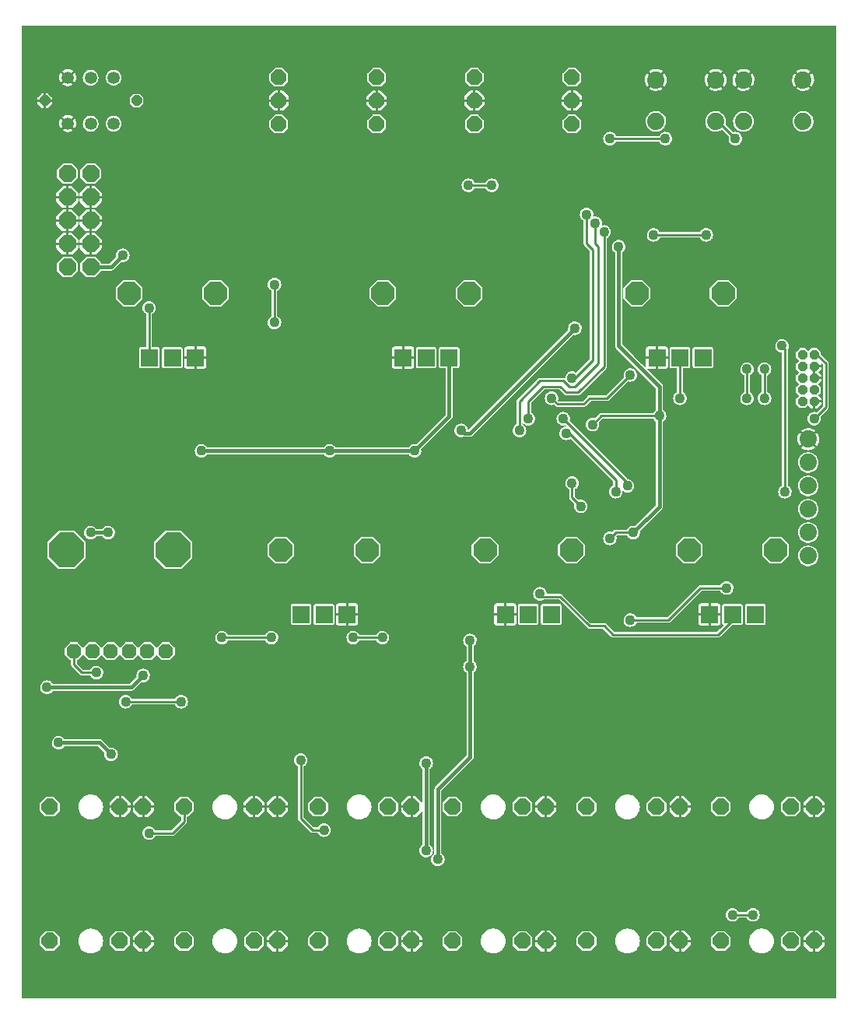
<source format=gbr>
%TF.GenerationSoftware,KiCad,Pcbnew,(6.0.11-0)*%
%TF.CreationDate,2023-05-21T13:26:47+02:00*%
%TF.ProjectId,clouds,636c6f75-6473-42e6-9b69-6361645f7063,rev?*%
%TF.SameCoordinates,Original*%
%TF.FileFunction,Copper,L2,Bot*%
%TF.FilePolarity,Positive*%
%FSLAX46Y46*%
G04 Gerber Fmt 4.6, Leading zero omitted, Abs format (unit mm)*
G04 Created by KiCad (PCBNEW (6.0.11-0)) date 2023-05-21 13:26:47*
%MOMM*%
%LPD*%
G01*
G04 APERTURE LIST*
G04 Aperture macros list*
%AMOutline5P*
0 Free polygon, 5 corners , with rotation*
0 The origin of the aperture is its center*
0 number of corners: always 5*
0 $1 to $10 corner X, Y*
0 $11 Rotation angle, in degrees counterclockwise*
0 create outline with 5 corners*
4,1,5,$1,$2,$3,$4,$5,$6,$7,$8,$9,$10,$1,$2,$11*%
%AMOutline6P*
0 Free polygon, 6 corners , with rotation*
0 The origin of the aperture is its center*
0 number of corners: always 6*
0 $1 to $12 corner X, Y*
0 $13 Rotation angle, in degrees counterclockwise*
0 create outline with 6 corners*
4,1,6,$1,$2,$3,$4,$5,$6,$7,$8,$9,$10,$11,$12,$1,$2,$13*%
%AMOutline7P*
0 Free polygon, 7 corners , with rotation*
0 The origin of the aperture is its center*
0 number of corners: always 7*
0 $1 to $14 corner X, Y*
0 $15 Rotation angle, in degrees counterclockwise*
0 create outline with 7 corners*
4,1,7,$1,$2,$3,$4,$5,$6,$7,$8,$9,$10,$11,$12,$13,$14,$1,$2,$15*%
%AMOutline8P*
0 Free polygon, 8 corners , with rotation*
0 The origin of the aperture is its center*
0 number of corners: always 8*
0 $1 to $16 corner X, Y*
0 $17 Rotation angle, in degrees counterclockwise*
0 create outline with 8 corners*
4,1,8,$1,$2,$3,$4,$5,$6,$7,$8,$9,$10,$11,$12,$13,$14,$15,$16,$1,$2,$17*%
G04 Aperture macros list end*
%TA.AperFunction,ComponentPad*%
%ADD10Outline8P,-0.533400X0.220942X-0.220942X0.533400X0.220942X0.533400X0.533400X0.220942X0.533400X-0.220942X0.220942X-0.533400X-0.220942X-0.533400X-0.533400X-0.220942X270.000000*%
%TD*%
%TA.AperFunction,ComponentPad*%
%ADD11C,1.879600*%
%TD*%
%TA.AperFunction,ComponentPad*%
%ADD12Outline8P,-0.939800X0.389278X-0.389278X0.939800X0.389278X0.939800X0.939800X0.389278X0.939800X-0.389278X0.389278X-0.939800X-0.389278X-0.939800X-0.939800X-0.389278X90.000000*%
%TD*%
%TA.AperFunction,ComponentPad*%
%ADD13Outline8P,-1.270000X0.526051X-0.526051X1.270000X0.526051X1.270000X1.270000X0.526051X1.270000X-0.526051X0.526051X-1.270000X-0.526051X-1.270000X-1.270000X-0.526051X90.000000*%
%TD*%
%TA.AperFunction,ComponentPad*%
%ADD14R,1.879600X1.879600*%
%TD*%
%TA.AperFunction,ComponentPad*%
%ADD15Outline8P,-0.553200X0.229143X-0.229143X0.553200X0.229143X0.553200X0.553200X0.229143X0.553200X-0.229143X0.229143X-0.553200X-0.229143X-0.553200X-0.553200X-0.229143X0.000000*%
%TD*%
%TA.AperFunction,ComponentPad*%
%ADD16C,1.350000*%
%TD*%
%TA.AperFunction,ComponentPad*%
%ADD17Outline8P,-0.838200X0.347194X-0.347194X0.838200X0.347194X0.838200X0.838200X0.347194X0.838200X-0.347194X0.347194X-0.838200X-0.347194X-0.838200X-0.838200X-0.347194X180.000000*%
%TD*%
%TA.AperFunction,ComponentPad*%
%ADD18Outline8P,-1.905000X0.789077X-0.789077X1.905000X0.789077X1.905000X1.905000X0.789077X1.905000X-0.789077X0.789077X-1.905000X-0.789077X-1.905000X-1.905000X-0.789077X90.000000*%
%TD*%
%TA.AperFunction,ComponentPad*%
%ADD19Outline8P,-0.800000X0.331371X-0.331371X0.800000X0.331371X0.800000X0.800000X0.331371X0.800000X-0.331371X0.331371X-0.800000X-0.331371X-0.800000X-0.800000X-0.331371X0.000000*%
%TD*%
%TA.AperFunction,ComponentPad*%
%ADD20Outline8P,-0.889000X0.368236X-0.368236X0.889000X0.368236X0.889000X0.889000X0.368236X0.889000X-0.368236X0.368236X-0.889000X-0.368236X-0.889000X-0.889000X-0.368236X90.000000*%
%TD*%
%TA.AperFunction,ViaPad*%
%ADD21C,1.108000*%
%TD*%
%TA.AperFunction,Conductor*%
%ADD22C,0.254000*%
%TD*%
%TA.AperFunction,Conductor*%
%ADD23C,0.406400*%
%TD*%
G04 APERTURE END LIST*
D10*
%TO.P,JP2,10*%
%TO.N,RESET*%
X189141100Y-92938600D03*
%TO.P,JP2,9*%
%TO.N,GND*%
X190411100Y-92938600D03*
%TO.P,JP2,8*%
%TO.N,JTDI*%
X189141100Y-91668600D03*
%TO.P,JP2,7*%
%TO.N,N/C*%
X190411100Y-91668600D03*
%TO.P,JP2,6*%
%TO.N,JTDO*%
X189141100Y-90398600D03*
%TO.P,JP2,5*%
%TO.N,GND*%
X190411100Y-90398600D03*
%TO.P,JP2,4*%
%TO.N,JTCK*%
X189141100Y-89128600D03*
%TO.P,JP2,3*%
%TO.N,GND*%
X190411100Y-89128600D03*
%TO.P,JP2,2*%
%TO.N,JTMS*%
X189141100Y-87858600D03*
%TO.P,JP2,1*%
%TO.N,+3V3*%
X190411100Y-87858600D03*
%TD*%
D11*
%TO.P,JP1,6*%
%TO.N,N/C*%
X189776100Y-109766100D03*
%TO.P,JP1,5*%
%TO.N,TX*%
X189776100Y-107226100D03*
%TO.P,JP1,4*%
%TO.N,RX*%
X189776100Y-104686100D03*
%TO.P,JP1,3*%
%TO.N,N/C*%
X189776100Y-102146100D03*
%TO.P,JP1,2*%
X189776100Y-99606100D03*
%TO.P,JP1,1*%
%TO.N,GND*%
X189776100Y-97066100D03*
%TD*%
D12*
%TO.P,JP3,10*%
%TO.N,N$64*%
X111671100Y-68173600D03*
%TO.P,JP3,9*%
X109131100Y-68173600D03*
%TO.P,JP3,8*%
%TO.N,GND*%
X111671100Y-70713600D03*
%TO.P,JP3,7*%
X109131100Y-70713600D03*
%TO.P,JP3,6*%
X111671100Y-73253600D03*
%TO.P,JP3,5*%
X109131100Y-73253600D03*
%TO.P,JP3,4*%
X111671100Y-75793600D03*
%TO.P,JP3,3*%
X109131100Y-75793600D03*
%TO.P,JP3,2*%
%TO.N,N$56*%
X111671100Y-78333600D03*
%TO.P,JP3,1*%
X109131100Y-78333600D03*
%TD*%
D13*
%TO.P,R43,P$5*%
%TO.N,N/C*%
X132371100Y-109131100D03*
%TO.P,R43,P$4*%
X141771100Y-109131100D03*
D14*
%TO.P,R43,P$3*%
%TO.N,AREF_-10*%
X134571100Y-116131100D03*
%TO.P,R43,P$2*%
%TO.N,N$26*%
X137071100Y-116131100D03*
%TO.P,R43,P$1*%
%TO.N,GND*%
X139571100Y-116131100D03*
%TD*%
D13*
%TO.P,R18,P$5*%
%TO.N,N/C*%
X115861100Y-81191100D03*
%TO.P,R18,P$4*%
X125261100Y-81191100D03*
D14*
%TO.P,R18,P$3*%
%TO.N,AREF_-10*%
X118061100Y-88191100D03*
%TO.P,R18,P$2*%
%TO.N,N$35*%
X120561100Y-88191100D03*
%TO.P,R18,P$1*%
%TO.N,GND*%
X123061100Y-88191100D03*
%TD*%
D15*
%TO.P,SW1,L1*%
%TO.N,N$38*%
X116671100Y-60236100D03*
%TO.P,SW1,L2*%
%TO.N,GND*%
X106671100Y-60236100D03*
D16*
%TO.P,SW1,P1*%
%TO.N,N/C*%
X114171100Y-57736100D03*
%TO.P,SW1,P4*%
X114171100Y-62736100D03*
%TO.P,SW1,P5*%
%TO.N,SW_REC*%
X111671100Y-62736100D03*
%TO.P,SW1,P6*%
%TO.N,GND*%
X109171100Y-62736100D03*
%TO.P,SW1,P3*%
X109171100Y-57736100D03*
%TO.P,SW1,P2*%
%TO.N,SW_REC*%
X111671100Y-57736100D03*
%TD*%
D13*
%TO.P,R19,P$5*%
%TO.N,N/C*%
X143483600Y-81191100D03*
%TO.P,R19,P$4*%
X152883600Y-81191100D03*
D14*
%TO.P,R19,P$3*%
%TO.N,GND*%
X145683600Y-88191100D03*
%TO.P,R19,P$2*%
%TO.N,SIZE_POT*%
X148183600Y-88191100D03*
%TO.P,R19,P$1*%
%TO.N,+3V3_A*%
X150683600Y-88191100D03*
%TD*%
D13*
%TO.P,R44,P$5*%
%TO.N,N/C*%
X154596100Y-109131100D03*
%TO.P,R44,P$4*%
X163996100Y-109131100D03*
D14*
%TO.P,R44,P$3*%
%TO.N,GND*%
X156796100Y-116131100D03*
%TO.P,R44,P$2*%
%TO.N,TEXTURE_POT*%
X159296100Y-116131100D03*
%TO.P,R44,P$1*%
%TO.N,+3V3_A*%
X161796100Y-116131100D03*
%TD*%
D13*
%TO.P,R20,P$5*%
%TO.N,N/C*%
X171106100Y-81191100D03*
%TO.P,R20,P$4*%
X180506100Y-81191100D03*
D14*
%TO.P,R20,P$3*%
%TO.N,GND*%
X173306100Y-88191100D03*
%TO.P,R20,P$2*%
%TO.N,PITCH_POT*%
X175806100Y-88191100D03*
%TO.P,R20,P$1*%
%TO.N,+3V3_A*%
X178306100Y-88191100D03*
%TD*%
D13*
%TO.P,R45,P$5*%
%TO.N,N/C*%
X176821100Y-109131100D03*
%TO.P,R45,P$4*%
X186221100Y-109131100D03*
D14*
%TO.P,R45,P$3*%
%TO.N,GND*%
X179021100Y-116131100D03*
%TO.P,R45,P$2*%
%TO.N,BLEND_POT*%
X181521100Y-116131100D03*
%TO.P,R45,P$1*%
%TO.N,+3V3_A*%
X184021100Y-116131100D03*
%TD*%
D11*
%TO.P,SW2,4*%
%TO.N,SW_MODE*%
X179692300Y-62496700D03*
%TO.P,SW2,3*%
X173189900Y-62496700D03*
%TO.P,SW2,2*%
%TO.N,GND*%
X179692300Y-57975500D03*
%TO.P,SW2,1*%
X173189900Y-57975500D03*
%TD*%
%TO.P,SW3,4*%
%TO.N,SW_LOAD*%
X189217300Y-62496700D03*
%TO.P,SW3,3*%
X182714900Y-62496700D03*
%TO.P,SW3,2*%
%TO.N,GND*%
X189217300Y-57975500D03*
%TO.P,SW3,1*%
X182714900Y-57975500D03*
%TD*%
D17*
%TO.P,LED4,3*%
%TO.N,N$9*%
X164058600Y-57696100D03*
%TO.P,LED4,1*%
%TO.N,N$12*%
X164058600Y-62776100D03*
%TO.P,LED4,2*%
%TO.N,GND*%
X164058600Y-60236100D03*
%TD*%
%TO.P,LED3,3*%
%TO.N,N$29*%
X153422300Y-57696100D03*
%TO.P,LED3,1*%
%TO.N,N$16*%
X153422300Y-62776100D03*
%TO.P,LED3,2*%
%TO.N,GND*%
X153422300Y-60236100D03*
%TD*%
%TO.P,LED2,3*%
%TO.N,N$39*%
X142786000Y-57696100D03*
%TO.P,LED2,1*%
%TO.N,N$34*%
X142786000Y-62776100D03*
%TO.P,LED2,2*%
%TO.N,GND*%
X142786000Y-60236100D03*
%TD*%
%TO.P,LED1,3*%
%TO.N,N$41*%
X132149800Y-57696100D03*
%TO.P,LED1,1*%
%TO.N,N$40*%
X132149800Y-62776100D03*
%TO.P,LED1,2*%
%TO.N,GND*%
X132149800Y-60236100D03*
%TD*%
D18*
%TO.P,R42,P$1*%
%TO.N,N/C*%
X120646100Y-109131100D03*
%TO.P,R42,P$5*%
X109046100Y-109131100D03*
D19*
%TO.P,R42,3*%
%TO.N,N$51*%
X119846100Y-120131100D03*
%TO.P,R42,2*%
X109846100Y-120131100D03*
%TO.P,R42,3P*%
%TO.N,N$42*%
X117846100Y-120131100D03*
%TO.P,R42,2P*%
X115846100Y-120131100D03*
%TO.P,R42,1*%
%TO.N,N$53*%
X111846100Y-120131100D03*
%TO.P,R42,1P*%
%TO.N,N$52*%
X113846100Y-120131100D03*
%TD*%
D20*
%TO.P,J8,P1*%
%TO.N,GND*%
X131991100Y-151676100D03*
%TO.P,J8,P3*%
%TO.N,N$20*%
X121831100Y-151676100D03*
%TO.P,J8,P2*%
%TO.N,N$21*%
X129451100Y-151676100D03*
%TD*%
%TO.P,J12,P1*%
%TO.N,GND*%
X190411100Y-151676100D03*
%TO.P,J12,P3*%
%TO.N,ROUT_JACK*%
X180251100Y-151676100D03*
%TO.P,J12,P2*%
%TO.N,N/C*%
X187871100Y-151676100D03*
%TD*%
%TO.P,J7,P1*%
%TO.N,GND*%
X117386100Y-151676100D03*
%TO.P,J7,P3*%
%TO.N,N$21*%
X107226100Y-151676100D03*
%TO.P,J7,P2*%
%TO.N,N/C*%
X114846100Y-151676100D03*
%TD*%
%TO.P,J11,P1*%
%TO.N,GND*%
X175806100Y-151676100D03*
%TO.P,J11,P3*%
%TO.N,LOUT_JACK*%
X165646100Y-151676100D03*
%TO.P,J11,P2*%
%TO.N,N/C*%
X173266100Y-151676100D03*
%TD*%
%TO.P,J3,P1*%
%TO.N,GND*%
X146596100Y-137071100D03*
%TO.P,J3,P3*%
%TO.N,N$27*%
X136436100Y-137071100D03*
%TO.P,J3,P2*%
%TO.N,N/C*%
X144056100Y-137071100D03*
%TD*%
%TO.P,J5,P1*%
%TO.N,GND*%
X175806100Y-137071100D03*
%TO.P,J5,P3*%
%TO.N,N$10*%
X165646100Y-137071100D03*
%TO.P,J5,P2*%
%TO.N,N/C*%
X173266100Y-137071100D03*
%TD*%
%TO.P,J6,P1*%
%TO.N,GND*%
X190411100Y-137071100D03*
%TO.P,J6,P3*%
%TO.N,N$6*%
X180251100Y-137071100D03*
%TO.P,J6,P2*%
%TO.N,N/C*%
X187871100Y-137071100D03*
%TD*%
%TO.P,J9,P1*%
%TO.N,GND*%
X146596100Y-151676100D03*
%TO.P,J9,P3*%
%TO.N,N$14*%
X136436100Y-151676100D03*
%TO.P,J9,P2*%
%TO.N,N/C*%
X144056100Y-151676100D03*
%TD*%
%TO.P,J4,P1*%
%TO.N,GND*%
X161201100Y-137071100D03*
%TO.P,J4,P3*%
%TO.N,N$1*%
X151041100Y-137071100D03*
%TO.P,J4,P2*%
%TO.N,N/C*%
X158661100Y-137071100D03*
%TD*%
%TO.P,J10,P1*%
%TO.N,GND*%
X161201100Y-151676100D03*
%TO.P,J10,P3*%
%TO.N,N$4*%
X151041100Y-151676100D03*
%TO.P,J10,P2*%
%TO.N,N/C*%
X158661100Y-151676100D03*
%TD*%
%TO.P,J1,P1*%
%TO.N,GND*%
X117386100Y-137071100D03*
%TO.P,J1,P3*%
%TO.N,N$57*%
X107226100Y-137071100D03*
%TO.P,J1,P2*%
%TO.N,GND*%
X114846100Y-137071100D03*
%TD*%
%TO.P,J2,P1*%
%TO.N,GND*%
X131991100Y-137071100D03*
%TO.P,J2,P3*%
%TO.N,N$36*%
X121831100Y-137071100D03*
%TO.P,J2,P2*%
%TO.N,GND*%
X129451100Y-137071100D03*
%TD*%
D21*
%TO.N,LED_SCK*%
X159296100Y-94843600D03*
X167551100Y-74523600D03*
%TO.N,+3V3*%
X170726100Y-107226100D03*
X190411100Y-94843600D03*
X174218600Y-64363600D03*
X168186100Y-64363600D03*
X166281100Y-95478600D03*
X173583600Y-94526100D03*
X168186100Y-107861100D03*
X169138600Y-76111100D03*
X151993600Y-96113600D03*
X164376100Y-85001100D03*
X152787300Y-69443600D03*
X155327300Y-69443600D03*
%TO.N,PITCH_POT*%
X175806100Y-92621100D03*
%TO.N,N$51*%
X181521100Y-148818600D03*
X183743600Y-148818600D03*
X112306100Y-122466100D03*
%TO.N,N$42*%
X121513600Y-125641100D03*
X115481100Y-125641100D03*
%TO.N,LED_DATA*%
X164058600Y-90398600D03*
X165646100Y-72618600D03*
%TO.N,LED_EN*%
X158343600Y-96113600D03*
X166598600Y-73571100D03*
%TO.N,SW_MODE*%
X181838600Y-64363600D03*
%TO.N,BLEND_POT*%
X160566100Y-113893600D03*
%TO.N,N$36*%
X118021100Y-139928600D03*
%TO.N,N$56*%
X115163600Y-77063600D03*
%TO.N,VEE*%
X148183600Y-132308600D03*
X148183600Y-141833600D03*
X108178600Y-130086100D03*
X113893600Y-131356100D03*
%TO.N,AREF_-10*%
X125958600Y-118656100D03*
X118021100Y-82778600D03*
X140246100Y-118656100D03*
X143421100Y-118656100D03*
X131356100Y-118656100D03*
X131673600Y-80238600D03*
X131673600Y-84366100D03*
%TO.N,VCC*%
X152946100Y-118973600D03*
X152946100Y-121831100D03*
X149453600Y-142786100D03*
X113576100Y-107226100D03*
X111671100Y-107226100D03*
X117386100Y-122783600D03*
X106908600Y-124053600D03*
%TO.N,N$1*%
X137071100Y-139611100D03*
X134531100Y-131991100D03*
%TO.N,I2C_SDA*%
X168821100Y-102781100D03*
X163423600Y-96431100D03*
%TO.N,I2C_SCL*%
X170091100Y-102146100D03*
X163106100Y-94843600D03*
%TO.N,+3V3_A*%
X180886100Y-113258600D03*
X186918600Y-86906100D03*
X187236100Y-102781100D03*
X146913600Y-98336100D03*
X137706100Y-98336100D03*
X123736100Y-98336100D03*
X170408600Y-116751100D03*
%TO.N,I2S_SCK*%
X164058600Y-101828600D03*
X165011100Y-104368600D03*
%TO.N,JTMS*%
X185013600Y-89446100D03*
X185013600Y-92621100D03*
%TO.N,JTDI*%
X183108600Y-89446100D03*
X183108600Y-92621100D03*
%TO.N,RESET*%
X161836100Y-92621100D03*
X170408600Y-90081100D03*
%TO.N,BOOT_FLASH*%
X178663600Y-74841100D03*
X172948600Y-74841100D03*
%TO.N,GND*%
X163423600Y-121513600D03*
X126593600Y-74523600D03*
X160407300Y-71666100D03*
X112941100Y-101511100D03*
X111671100Y-89446100D03*
X145008600Y-70396100D03*
X140881100Y-77063600D03*
X137706100Y-65951100D03*
X151358600Y-115163600D03*
X146278600Y-115163600D03*
X157073600Y-93891100D03*
X149453600Y-93573600D03*
X149453600Y-98018600D03*
X162788600Y-88811100D03*
X173901100Y-72936100D03*
X171996100Y-71348600D03*
X183426100Y-98971100D03*
X180251100Y-92621100D03*
X177076100Y-98971100D03*
X171678600Y-119608600D03*
X169138600Y-115481100D03*
X131673600Y-100558600D03*
X144691100Y-97383600D03*
X144691100Y-99923600D03*
X191681100Y-85001100D03*
X191681100Y-78016100D03*
X105321100Y-141516100D03*
X105321100Y-149136100D03*
X105321100Y-156756100D03*
X120561100Y-156756100D03*
X135801100Y-156756100D03*
X151041100Y-156756100D03*
X158661100Y-156756100D03*
X166281100Y-156756100D03*
X173901100Y-156756100D03*
X181521100Y-156756100D03*
X189141100Y-156756100D03*
X191681100Y-146596100D03*
X191681100Y-154216100D03*
X191681100Y-116116100D03*
X191681100Y-62776100D03*
X191681100Y-55156100D03*
X189141100Y-53251100D03*
X181521100Y-53251100D03*
X173901100Y-53251100D03*
X166281100Y-53251100D03*
X158661100Y-53251100D03*
X151041100Y-53251100D03*
X143421100Y-53251100D03*
X135801100Y-53251100D03*
X128181100Y-53251100D03*
X120561100Y-53251100D03*
X112941100Y-53251100D03*
X105321100Y-53251100D03*
X160566100Y-79286100D03*
X153263600Y-85953600D03*
X176441100Y-116751100D03*
X175488600Y-111671100D03*
X171678600Y-101828600D03*
X174853600Y-105638600D03*
X165646100Y-107226100D03*
X151041100Y-109131100D03*
X125006100Y-93256100D03*
X151041100Y-121513600D03*
X149771100Y-131991100D03*
X119608600Y-74523600D03*
X162471100Y-83413600D03*
X172472300Y-95478600D03*
X156121100Y-103733600D03*
X177393600Y-123736100D03*
X151993600Y-93573600D03*
X136436100Y-101828600D03*
X131991100Y-95478600D03*
X131991100Y-90081100D03*
X137071100Y-87223600D03*
X145167300Y-65633600D03*
X161201100Y-128181100D03*
X190411100Y-131356100D03*
X114846100Y-127546100D03*
%TD*%
D22*
%TO.N,LED_SCK*%
X159296100Y-94843600D02*
X159296100Y-92938600D01*
X159296100Y-92938600D02*
X160883600Y-91351100D01*
X160883600Y-91351100D02*
X162788600Y-91351100D01*
X162788600Y-91351100D02*
X163423600Y-91986100D01*
X163423600Y-91986100D02*
X164693600Y-91986100D01*
X164693600Y-91986100D02*
X167551100Y-89128600D01*
X167551100Y-89128600D02*
X167551100Y-74523600D01*
%TO.N,+3V3*%
X190728600Y-87858600D02*
X190411100Y-87858600D01*
X191681100Y-88811100D02*
X190728600Y-87858600D01*
X191681100Y-93573600D02*
X191681100Y-88811100D01*
X190411100Y-94843600D02*
X191681100Y-93573600D01*
X168186100Y-64363600D02*
X174218600Y-64363600D01*
X173583600Y-94526100D02*
X167233600Y-94526100D01*
X167233600Y-94526100D02*
X166281100Y-95478600D01*
X168821100Y-107226100D02*
X170726100Y-107226100D01*
X168186100Y-107861100D02*
X168821100Y-107226100D01*
D23*
X170726100Y-107226100D02*
X173583600Y-104368600D01*
X173583600Y-94526100D02*
X173583600Y-91351100D01*
X173583600Y-104368600D02*
X173583600Y-94526100D01*
X173583600Y-91351100D02*
X169138600Y-86906100D01*
X169138600Y-86906100D02*
X169138600Y-76111100D01*
X152311100Y-96431100D02*
X151993600Y-96113600D01*
X152946100Y-96431100D02*
X152311100Y-96431100D01*
X164376100Y-85001100D02*
X152946100Y-96431100D01*
D22*
X152787300Y-69443600D02*
X155327300Y-69443600D01*
%TO.N,PITCH_POT*%
X175806100Y-92621100D02*
X175806100Y-88191100D01*
%TO.N,N$51*%
X181521100Y-148818600D02*
X183743600Y-148818600D01*
X109846100Y-120131100D02*
X109846100Y-121593600D01*
X109846100Y-121593600D02*
X110718600Y-122466100D01*
X110718600Y-122466100D02*
X112306100Y-122466100D01*
%TO.N,N$42*%
X121513600Y-125641100D02*
X115481100Y-125641100D01*
%TO.N,LED_DATA*%
X164058600Y-90398600D02*
X164376100Y-90398600D01*
X164376100Y-90398600D02*
X166281100Y-88493600D01*
X166281100Y-88493600D02*
X166281100Y-76428600D01*
X166281100Y-76428600D02*
X165646100Y-75793600D01*
X165646100Y-75793600D02*
X165646100Y-72618600D01*
%TO.N,LED_EN*%
X164376100Y-91351100D02*
X166916100Y-88811100D01*
X163741100Y-91351100D02*
X164376100Y-91351100D01*
X163106100Y-90716100D02*
X163741100Y-91351100D01*
X158343600Y-96113600D02*
X158343600Y-92938600D01*
X158343600Y-92938600D02*
X160566100Y-90716100D01*
X160566100Y-90716100D02*
X163106100Y-90716100D01*
X166916100Y-88811100D02*
X166916100Y-76111100D01*
X166598600Y-75793600D02*
X166598600Y-73571100D01*
X166916100Y-76111100D02*
X166598600Y-75793600D01*
%TO.N,SW_MODE*%
X179971700Y-62496700D02*
X179692300Y-62496700D01*
X181838600Y-64363600D02*
X179971700Y-62496700D01*
%TO.N,BLEND_POT*%
X181521100Y-116751100D02*
X181521100Y-116131100D01*
X179933600Y-118338600D02*
X181521100Y-116751100D01*
X168503600Y-118338600D02*
X179933600Y-118338600D01*
X167551100Y-117386100D02*
X168503600Y-118338600D01*
X165963600Y-117386100D02*
X167551100Y-117386100D01*
X162788600Y-114211100D02*
X165963600Y-117386100D01*
X160883600Y-114211100D02*
X162788600Y-114211100D01*
X160566100Y-113893600D02*
X160883600Y-114211100D01*
%TO.N,N$36*%
X121831100Y-138658600D02*
X121831100Y-137071100D01*
X120561100Y-139928600D02*
X121831100Y-138658600D01*
X118021100Y-139928600D02*
X120561100Y-139928600D01*
D23*
%TO.N,N$56*%
X113893600Y-78333600D02*
X115163600Y-77063600D01*
X112941100Y-78333600D02*
X113893600Y-78333600D01*
X111671100Y-78333600D02*
X112941100Y-78333600D01*
%TO.N,VEE*%
X148183600Y-141833600D02*
X148183600Y-132308600D01*
X112623600Y-130086100D02*
X113893600Y-131356100D01*
X108178600Y-130086100D02*
X112623600Y-130086100D01*
D22*
%TO.N,AREF_-10*%
X118021100Y-82778600D02*
X118021100Y-88151100D01*
X118021100Y-88151100D02*
X118061100Y-88191100D01*
X140246100Y-118656100D02*
X143421100Y-118656100D01*
X125958600Y-118656100D02*
X131356100Y-118656100D01*
X131673600Y-80238600D02*
X131673600Y-84366100D01*
D23*
%TO.N,VCC*%
X152946100Y-121831100D02*
X152946100Y-118973600D01*
X152946100Y-131673600D02*
X152946100Y-121831100D01*
X149453600Y-135166100D02*
X152946100Y-131673600D01*
X149453600Y-142786100D02*
X149453600Y-135166100D01*
X111671100Y-107226100D02*
X113576100Y-107226100D01*
X116116100Y-124053600D02*
X117386100Y-122783600D01*
X106908600Y-124053600D02*
X116116100Y-124053600D01*
D22*
%TO.N,N$1*%
X135801100Y-139611100D02*
X137071100Y-139611100D01*
X135801100Y-139611100D02*
X134531100Y-138341100D01*
X134531100Y-138341100D02*
X134531100Y-131991100D01*
%TO.N,I2C_SDA*%
X168821100Y-102781100D02*
X168821100Y-101511100D01*
X163741100Y-96431100D02*
X163423600Y-96431100D01*
X168821100Y-101511100D02*
X163741100Y-96431100D01*
%TO.N,I2C_SCL*%
X170091100Y-101828600D02*
X163106100Y-94843600D01*
X170091100Y-102146100D02*
X170091100Y-101828600D01*
%TO.N,+3V3_A*%
X178028600Y-113258600D02*
X180886100Y-113258600D01*
X174536100Y-116751100D02*
X178028600Y-113258600D01*
X187236100Y-87223600D02*
X186918600Y-86906100D01*
X187236100Y-102781100D02*
X187236100Y-87223600D01*
D23*
X150683600Y-94566100D02*
X150683600Y-88191100D01*
X146913600Y-98336100D02*
X150683600Y-94566100D01*
X137706100Y-98336100D02*
X146913600Y-98336100D01*
X123736100Y-98336100D02*
X137706100Y-98336100D01*
D22*
X170408600Y-116751100D02*
X174536100Y-116751100D01*
%TO.N,I2S_SCK*%
X164058600Y-103416100D02*
X164058600Y-101828600D01*
X165011100Y-104368600D02*
X164058600Y-103416100D01*
%TO.N,JTMS*%
X185013600Y-92621100D02*
X185013600Y-89446100D01*
%TO.N,JTDI*%
X183108600Y-89446100D02*
X183108600Y-92621100D01*
%TO.N,RESET*%
X165963600Y-92621100D02*
X167868600Y-92621100D01*
X165328600Y-93256100D02*
X165963600Y-92621100D01*
X162471100Y-93256100D02*
X165328600Y-93256100D01*
X161836100Y-92621100D02*
X162471100Y-93256100D01*
X167868600Y-92621100D02*
X170408600Y-90081100D01*
%TO.N,BOOT_FLASH*%
X172948600Y-74841100D02*
X178663600Y-74841100D01*
%TD*%
%TA.AperFunction,Conductor*%
%TO.N,GND*%
G36*
X192834414Y-52097786D02*
G01*
X192849000Y-52133000D01*
X192849000Y-157874200D01*
X192834414Y-157909414D01*
X192799200Y-157924000D01*
X104203000Y-157924000D01*
X104167786Y-157909414D01*
X104153200Y-157874200D01*
X104153200Y-151290223D01*
X106158800Y-151290223D01*
X106158801Y-152061977D01*
X106169267Y-152114198D01*
X106198549Y-152157939D01*
X106744261Y-152703652D01*
X106788588Y-152733176D01*
X106793391Y-152734127D01*
X106837833Y-152742927D01*
X106837835Y-152742927D01*
X106840223Y-152743400D01*
X107223820Y-152743400D01*
X107611977Y-152743399D01*
X107664198Y-152732933D01*
X107702657Y-152707187D01*
X107705909Y-152705010D01*
X107707939Y-152703651D01*
X108253652Y-152157939D01*
X108283176Y-152113612D01*
X108284796Y-152105433D01*
X108292927Y-152064367D01*
X108292927Y-152064365D01*
X108293400Y-152061977D01*
X108293399Y-151676100D01*
X110315441Y-151676100D01*
X110336037Y-151911508D01*
X110397197Y-152139763D01*
X110497065Y-152353929D01*
X110632605Y-152547501D01*
X110799699Y-152714595D01*
X110993271Y-152850135D01*
X110995236Y-152851051D01*
X110995239Y-152851053D01*
X111100354Y-152900069D01*
X111207437Y-152950003D01*
X111435692Y-153011163D01*
X111612134Y-153026600D01*
X111730066Y-153026600D01*
X111906508Y-153011163D01*
X112134763Y-152950003D01*
X112241846Y-152900069D01*
X112346961Y-152851053D01*
X112346964Y-152851051D01*
X112348929Y-152850135D01*
X112542501Y-152714595D01*
X112709595Y-152547501D01*
X112845135Y-152353930D01*
X112945003Y-152139763D01*
X112950763Y-152118268D01*
X113005599Y-151913612D01*
X113006163Y-151911508D01*
X113026759Y-151676100D01*
X113006163Y-151440692D01*
X112965845Y-151290223D01*
X113778800Y-151290223D01*
X113778801Y-152061977D01*
X113789267Y-152114198D01*
X113818549Y-152157939D01*
X114364261Y-152703652D01*
X114408588Y-152733176D01*
X114413391Y-152734127D01*
X114457833Y-152742927D01*
X114457835Y-152742927D01*
X114460223Y-152743400D01*
X114843820Y-152743400D01*
X115231977Y-152743399D01*
X115284198Y-152732933D01*
X115322657Y-152707187D01*
X115325909Y-152705010D01*
X115327939Y-152703651D01*
X115873652Y-152157939D01*
X115903176Y-152113612D01*
X115904796Y-152105433D01*
X115912422Y-152066916D01*
X116243900Y-152066916D01*
X116244385Y-152071803D01*
X116257803Y-152138744D01*
X116261489Y-152147614D01*
X116298996Y-152203641D01*
X116302072Y-152207386D01*
X116854797Y-152760113D01*
X116858588Y-152763219D01*
X116915411Y-152801066D01*
X116924290Y-152804732D01*
X116990424Y-152817827D01*
X116995253Y-152818300D01*
X117249594Y-152818300D01*
X117256599Y-152815399D01*
X117259500Y-152808394D01*
X117512700Y-152808394D01*
X117515601Y-152815399D01*
X117522606Y-152818300D01*
X117776916Y-152818300D01*
X117781803Y-152817815D01*
X117848744Y-152804397D01*
X117857614Y-152800711D01*
X117913641Y-152763204D01*
X117917386Y-152760128D01*
X118470113Y-152207403D01*
X118473219Y-152203612D01*
X118511066Y-152146789D01*
X118514732Y-152137910D01*
X118527827Y-152071776D01*
X118528300Y-152066947D01*
X118528300Y-151812606D01*
X118525399Y-151805601D01*
X118518394Y-151802700D01*
X117522606Y-151802700D01*
X117515601Y-151805601D01*
X117512700Y-151812606D01*
X117512700Y-152808394D01*
X117259500Y-152808394D01*
X117259500Y-151812606D01*
X117256599Y-151805601D01*
X117249594Y-151802700D01*
X116253806Y-151802700D01*
X116246801Y-151805601D01*
X116243900Y-151812606D01*
X116243900Y-152066916D01*
X115912422Y-152066916D01*
X115912927Y-152064367D01*
X115912927Y-152064365D01*
X115913400Y-152061977D01*
X115913399Y-151539594D01*
X116243900Y-151539594D01*
X116246801Y-151546599D01*
X116253806Y-151549500D01*
X117249594Y-151549500D01*
X117256599Y-151546599D01*
X117259500Y-151539594D01*
X117512700Y-151539594D01*
X117515601Y-151546599D01*
X117522606Y-151549500D01*
X118518394Y-151549500D01*
X118525399Y-151546599D01*
X118528300Y-151539594D01*
X118528300Y-151290223D01*
X120763800Y-151290223D01*
X120763801Y-152061977D01*
X120774267Y-152114198D01*
X120803549Y-152157939D01*
X121349261Y-152703652D01*
X121393588Y-152733176D01*
X121398391Y-152734127D01*
X121442833Y-152742927D01*
X121442835Y-152742927D01*
X121445223Y-152743400D01*
X121828820Y-152743400D01*
X122216977Y-152743399D01*
X122269198Y-152732933D01*
X122307657Y-152707187D01*
X122310909Y-152705010D01*
X122312939Y-152703651D01*
X122858652Y-152157939D01*
X122888176Y-152113612D01*
X122889796Y-152105433D01*
X122897927Y-152064367D01*
X122897927Y-152064365D01*
X122898400Y-152061977D01*
X122898399Y-151676100D01*
X124920441Y-151676100D01*
X124941037Y-151911508D01*
X125002197Y-152139763D01*
X125102065Y-152353929D01*
X125237605Y-152547501D01*
X125404699Y-152714595D01*
X125598271Y-152850135D01*
X125600236Y-152851051D01*
X125600239Y-152851053D01*
X125705354Y-152900069D01*
X125812437Y-152950003D01*
X126040692Y-153011163D01*
X126217134Y-153026600D01*
X126335066Y-153026600D01*
X126511508Y-153011163D01*
X126739763Y-152950003D01*
X126846846Y-152900069D01*
X126951961Y-152851053D01*
X126951964Y-152851051D01*
X126953929Y-152850135D01*
X127147501Y-152714595D01*
X127314595Y-152547501D01*
X127450135Y-152353930D01*
X127550003Y-152139763D01*
X127555763Y-152118268D01*
X127610599Y-151913612D01*
X127611163Y-151911508D01*
X127631759Y-151676100D01*
X127611163Y-151440692D01*
X127570845Y-151290223D01*
X128383800Y-151290223D01*
X128383801Y-152061977D01*
X128394267Y-152114198D01*
X128423549Y-152157939D01*
X128969261Y-152703652D01*
X129013588Y-152733176D01*
X129018391Y-152734127D01*
X129062833Y-152742927D01*
X129062835Y-152742927D01*
X129065223Y-152743400D01*
X129448820Y-152743400D01*
X129836977Y-152743399D01*
X129889198Y-152732933D01*
X129927657Y-152707187D01*
X129930909Y-152705010D01*
X129932939Y-152703651D01*
X130478652Y-152157939D01*
X130508176Y-152113612D01*
X130509796Y-152105433D01*
X130517422Y-152066916D01*
X130848900Y-152066916D01*
X130849385Y-152071803D01*
X130862803Y-152138744D01*
X130866489Y-152147614D01*
X130903996Y-152203641D01*
X130907072Y-152207386D01*
X131459797Y-152760113D01*
X131463588Y-152763219D01*
X131520411Y-152801066D01*
X131529290Y-152804732D01*
X131595424Y-152817827D01*
X131600253Y-152818300D01*
X131854594Y-152818300D01*
X131861599Y-152815399D01*
X131864500Y-152808394D01*
X132117700Y-152808394D01*
X132120601Y-152815399D01*
X132127606Y-152818300D01*
X132381916Y-152818300D01*
X132386803Y-152817815D01*
X132453744Y-152804397D01*
X132462614Y-152800711D01*
X132518641Y-152763204D01*
X132522386Y-152760128D01*
X133075113Y-152207403D01*
X133078219Y-152203612D01*
X133116066Y-152146789D01*
X133119732Y-152137910D01*
X133132827Y-152071776D01*
X133133300Y-152066947D01*
X133133300Y-151812606D01*
X133130399Y-151805601D01*
X133123394Y-151802700D01*
X132127606Y-151802700D01*
X132120601Y-151805601D01*
X132117700Y-151812606D01*
X132117700Y-152808394D01*
X131864500Y-152808394D01*
X131864500Y-151812606D01*
X131861599Y-151805601D01*
X131854594Y-151802700D01*
X130858806Y-151802700D01*
X130851801Y-151805601D01*
X130848900Y-151812606D01*
X130848900Y-152066916D01*
X130517422Y-152066916D01*
X130517927Y-152064367D01*
X130517927Y-152064365D01*
X130518400Y-152061977D01*
X130518399Y-151539594D01*
X130848900Y-151539594D01*
X130851801Y-151546599D01*
X130858806Y-151549500D01*
X131854594Y-151549500D01*
X131861599Y-151546599D01*
X131864500Y-151539594D01*
X132117700Y-151539594D01*
X132120601Y-151546599D01*
X132127606Y-151549500D01*
X133123394Y-151549500D01*
X133130399Y-151546599D01*
X133133300Y-151539594D01*
X133133300Y-151290223D01*
X135368800Y-151290223D01*
X135368801Y-152061977D01*
X135379267Y-152114198D01*
X135408549Y-152157939D01*
X135954261Y-152703652D01*
X135998588Y-152733176D01*
X136003391Y-152734127D01*
X136047833Y-152742927D01*
X136047835Y-152742927D01*
X136050223Y-152743400D01*
X136433820Y-152743400D01*
X136821977Y-152743399D01*
X136874198Y-152732933D01*
X136912657Y-152707187D01*
X136915909Y-152705010D01*
X136917939Y-152703651D01*
X137463652Y-152157939D01*
X137493176Y-152113612D01*
X137494796Y-152105433D01*
X137502927Y-152064367D01*
X137502927Y-152064365D01*
X137503400Y-152061977D01*
X137503399Y-151676100D01*
X139525441Y-151676100D01*
X139546037Y-151911508D01*
X139607197Y-152139763D01*
X139707065Y-152353929D01*
X139842605Y-152547501D01*
X140009699Y-152714595D01*
X140203271Y-152850135D01*
X140205236Y-152851051D01*
X140205239Y-152851053D01*
X140310354Y-152900069D01*
X140417437Y-152950003D01*
X140645692Y-153011163D01*
X140822134Y-153026600D01*
X140940066Y-153026600D01*
X141116508Y-153011163D01*
X141344763Y-152950003D01*
X141451846Y-152900069D01*
X141556961Y-152851053D01*
X141556964Y-152851051D01*
X141558929Y-152850135D01*
X141752501Y-152714595D01*
X141919595Y-152547501D01*
X142055135Y-152353930D01*
X142155003Y-152139763D01*
X142160763Y-152118268D01*
X142215599Y-151913612D01*
X142216163Y-151911508D01*
X142236759Y-151676100D01*
X142216163Y-151440692D01*
X142175845Y-151290223D01*
X142988800Y-151290223D01*
X142988801Y-152061977D01*
X142999267Y-152114198D01*
X143028549Y-152157939D01*
X143574261Y-152703652D01*
X143618588Y-152733176D01*
X143623391Y-152734127D01*
X143667833Y-152742927D01*
X143667835Y-152742927D01*
X143670223Y-152743400D01*
X144053820Y-152743400D01*
X144441977Y-152743399D01*
X144494198Y-152732933D01*
X144532657Y-152707187D01*
X144535909Y-152705010D01*
X144537939Y-152703651D01*
X145083652Y-152157939D01*
X145113176Y-152113612D01*
X145114796Y-152105433D01*
X145122422Y-152066916D01*
X145453900Y-152066916D01*
X145454385Y-152071803D01*
X145467803Y-152138744D01*
X145471489Y-152147614D01*
X145508996Y-152203641D01*
X145512072Y-152207386D01*
X146064797Y-152760113D01*
X146068588Y-152763219D01*
X146125411Y-152801066D01*
X146134290Y-152804732D01*
X146200424Y-152817827D01*
X146205253Y-152818300D01*
X146459594Y-152818300D01*
X146466599Y-152815399D01*
X146469500Y-152808394D01*
X146722700Y-152808394D01*
X146725601Y-152815399D01*
X146732606Y-152818300D01*
X146986916Y-152818300D01*
X146991803Y-152817815D01*
X147058744Y-152804397D01*
X147067614Y-152800711D01*
X147123641Y-152763204D01*
X147127386Y-152760128D01*
X147680113Y-152207403D01*
X147683219Y-152203612D01*
X147721066Y-152146789D01*
X147724732Y-152137910D01*
X147737827Y-152071776D01*
X147738300Y-152066947D01*
X147738300Y-151812606D01*
X147735399Y-151805601D01*
X147728394Y-151802700D01*
X146732606Y-151802700D01*
X146725601Y-151805601D01*
X146722700Y-151812606D01*
X146722700Y-152808394D01*
X146469500Y-152808394D01*
X146469500Y-151812606D01*
X146466599Y-151805601D01*
X146459594Y-151802700D01*
X145463806Y-151802700D01*
X145456801Y-151805601D01*
X145453900Y-151812606D01*
X145453900Y-152066916D01*
X145122422Y-152066916D01*
X145122927Y-152064367D01*
X145122927Y-152064365D01*
X145123400Y-152061977D01*
X145123399Y-151539594D01*
X145453900Y-151539594D01*
X145456801Y-151546599D01*
X145463806Y-151549500D01*
X146459594Y-151549500D01*
X146466599Y-151546599D01*
X146469500Y-151539594D01*
X146722700Y-151539594D01*
X146725601Y-151546599D01*
X146732606Y-151549500D01*
X147728394Y-151549500D01*
X147735399Y-151546599D01*
X147738300Y-151539594D01*
X147738300Y-151290223D01*
X149973800Y-151290223D01*
X149973801Y-152061977D01*
X149984267Y-152114198D01*
X150013549Y-152157939D01*
X150559261Y-152703652D01*
X150603588Y-152733176D01*
X150608391Y-152734127D01*
X150652833Y-152742927D01*
X150652835Y-152742927D01*
X150655223Y-152743400D01*
X151038820Y-152743400D01*
X151426977Y-152743399D01*
X151479198Y-152732933D01*
X151517657Y-152707187D01*
X151520909Y-152705010D01*
X151522939Y-152703651D01*
X152068652Y-152157939D01*
X152098176Y-152113612D01*
X152099796Y-152105433D01*
X152107927Y-152064367D01*
X152107927Y-152064365D01*
X152108400Y-152061977D01*
X152108399Y-151676100D01*
X154130441Y-151676100D01*
X154151037Y-151911508D01*
X154212197Y-152139763D01*
X154312065Y-152353929D01*
X154447605Y-152547501D01*
X154614699Y-152714595D01*
X154808271Y-152850135D01*
X154810236Y-152851051D01*
X154810239Y-152851053D01*
X154915354Y-152900069D01*
X155022437Y-152950003D01*
X155250692Y-153011163D01*
X155427134Y-153026600D01*
X155545066Y-153026600D01*
X155721508Y-153011163D01*
X155949763Y-152950003D01*
X156056846Y-152900069D01*
X156161961Y-152851053D01*
X156161964Y-152851051D01*
X156163929Y-152850135D01*
X156357501Y-152714595D01*
X156524595Y-152547501D01*
X156660135Y-152353930D01*
X156760003Y-152139763D01*
X156765763Y-152118268D01*
X156820599Y-151913612D01*
X156821163Y-151911508D01*
X156841759Y-151676100D01*
X156821163Y-151440692D01*
X156780845Y-151290223D01*
X157593800Y-151290223D01*
X157593801Y-152061977D01*
X157604267Y-152114198D01*
X157633549Y-152157939D01*
X158179261Y-152703652D01*
X158223588Y-152733176D01*
X158228391Y-152734127D01*
X158272833Y-152742927D01*
X158272835Y-152742927D01*
X158275223Y-152743400D01*
X158658820Y-152743400D01*
X159046977Y-152743399D01*
X159099198Y-152732933D01*
X159137657Y-152707187D01*
X159140909Y-152705010D01*
X159142939Y-152703651D01*
X159688652Y-152157939D01*
X159718176Y-152113612D01*
X159719796Y-152105433D01*
X159727422Y-152066916D01*
X160058900Y-152066916D01*
X160059385Y-152071803D01*
X160072803Y-152138744D01*
X160076489Y-152147614D01*
X160113996Y-152203641D01*
X160117072Y-152207386D01*
X160669797Y-152760113D01*
X160673588Y-152763219D01*
X160730411Y-152801066D01*
X160739290Y-152804732D01*
X160805424Y-152817827D01*
X160810253Y-152818300D01*
X161064594Y-152818300D01*
X161071599Y-152815399D01*
X161074500Y-152808394D01*
X161327700Y-152808394D01*
X161330601Y-152815399D01*
X161337606Y-152818300D01*
X161591916Y-152818300D01*
X161596803Y-152817815D01*
X161663744Y-152804397D01*
X161672614Y-152800711D01*
X161728641Y-152763204D01*
X161732386Y-152760128D01*
X162285113Y-152207403D01*
X162288219Y-152203612D01*
X162326066Y-152146789D01*
X162329732Y-152137910D01*
X162342827Y-152071776D01*
X162343300Y-152066947D01*
X162343300Y-151812606D01*
X162340399Y-151805601D01*
X162333394Y-151802700D01*
X161337606Y-151802700D01*
X161330601Y-151805601D01*
X161327700Y-151812606D01*
X161327700Y-152808394D01*
X161074500Y-152808394D01*
X161074500Y-151812606D01*
X161071599Y-151805601D01*
X161064594Y-151802700D01*
X160068806Y-151802700D01*
X160061801Y-151805601D01*
X160058900Y-151812606D01*
X160058900Y-152066916D01*
X159727422Y-152066916D01*
X159727927Y-152064367D01*
X159727927Y-152064365D01*
X159728400Y-152061977D01*
X159728399Y-151539594D01*
X160058900Y-151539594D01*
X160061801Y-151546599D01*
X160068806Y-151549500D01*
X161064594Y-151549500D01*
X161071599Y-151546599D01*
X161074500Y-151539594D01*
X161327700Y-151539594D01*
X161330601Y-151546599D01*
X161337606Y-151549500D01*
X162333394Y-151549500D01*
X162340399Y-151546599D01*
X162343300Y-151539594D01*
X162343300Y-151290223D01*
X164578800Y-151290223D01*
X164578801Y-152061977D01*
X164589267Y-152114198D01*
X164618549Y-152157939D01*
X165164261Y-152703652D01*
X165208588Y-152733176D01*
X165213391Y-152734127D01*
X165257833Y-152742927D01*
X165257835Y-152742927D01*
X165260223Y-152743400D01*
X165643820Y-152743400D01*
X166031977Y-152743399D01*
X166084198Y-152732933D01*
X166122657Y-152707187D01*
X166125909Y-152705010D01*
X166127939Y-152703651D01*
X166673652Y-152157939D01*
X166703176Y-152113612D01*
X166704796Y-152105433D01*
X166712927Y-152064367D01*
X166712927Y-152064365D01*
X166713400Y-152061977D01*
X166713399Y-151676100D01*
X168735441Y-151676100D01*
X168756037Y-151911508D01*
X168817197Y-152139763D01*
X168917065Y-152353929D01*
X169052605Y-152547501D01*
X169219699Y-152714595D01*
X169413271Y-152850135D01*
X169415236Y-152851051D01*
X169415239Y-152851053D01*
X169520354Y-152900069D01*
X169627437Y-152950003D01*
X169855692Y-153011163D01*
X170032134Y-153026600D01*
X170150066Y-153026600D01*
X170326508Y-153011163D01*
X170554763Y-152950003D01*
X170661846Y-152900069D01*
X170766961Y-152851053D01*
X170766964Y-152851051D01*
X170768929Y-152850135D01*
X170962501Y-152714595D01*
X171129595Y-152547501D01*
X171265135Y-152353930D01*
X171365003Y-152139763D01*
X171370763Y-152118268D01*
X171425599Y-151913612D01*
X171426163Y-151911508D01*
X171446759Y-151676100D01*
X171426163Y-151440692D01*
X171385845Y-151290223D01*
X172198800Y-151290223D01*
X172198801Y-152061977D01*
X172209267Y-152114198D01*
X172238549Y-152157939D01*
X172784261Y-152703652D01*
X172828588Y-152733176D01*
X172833391Y-152734127D01*
X172877833Y-152742927D01*
X172877835Y-152742927D01*
X172880223Y-152743400D01*
X173263820Y-152743400D01*
X173651977Y-152743399D01*
X173704198Y-152732933D01*
X173742657Y-152707187D01*
X173745909Y-152705010D01*
X173747939Y-152703651D01*
X174293652Y-152157939D01*
X174323176Y-152113612D01*
X174324796Y-152105433D01*
X174332422Y-152066916D01*
X174663900Y-152066916D01*
X174664385Y-152071803D01*
X174677803Y-152138744D01*
X174681489Y-152147614D01*
X174718996Y-152203641D01*
X174722072Y-152207386D01*
X175274797Y-152760113D01*
X175278588Y-152763219D01*
X175335411Y-152801066D01*
X175344290Y-152804732D01*
X175410424Y-152817827D01*
X175415253Y-152818300D01*
X175669594Y-152818300D01*
X175676599Y-152815399D01*
X175679500Y-152808394D01*
X175932700Y-152808394D01*
X175935601Y-152815399D01*
X175942606Y-152818300D01*
X176196916Y-152818300D01*
X176201803Y-152817815D01*
X176268744Y-152804397D01*
X176277614Y-152800711D01*
X176333641Y-152763204D01*
X176337386Y-152760128D01*
X176890113Y-152207403D01*
X176893219Y-152203612D01*
X176931066Y-152146789D01*
X176934732Y-152137910D01*
X176947827Y-152071776D01*
X176948300Y-152066947D01*
X176948300Y-151812606D01*
X176945399Y-151805601D01*
X176938394Y-151802700D01*
X175942606Y-151802700D01*
X175935601Y-151805601D01*
X175932700Y-151812606D01*
X175932700Y-152808394D01*
X175679500Y-152808394D01*
X175679500Y-151812606D01*
X175676599Y-151805601D01*
X175669594Y-151802700D01*
X174673806Y-151802700D01*
X174666801Y-151805601D01*
X174663900Y-151812606D01*
X174663900Y-152066916D01*
X174332422Y-152066916D01*
X174332927Y-152064367D01*
X174332927Y-152064365D01*
X174333400Y-152061977D01*
X174333399Y-151539594D01*
X174663900Y-151539594D01*
X174666801Y-151546599D01*
X174673806Y-151549500D01*
X175669594Y-151549500D01*
X175676599Y-151546599D01*
X175679500Y-151539594D01*
X175932700Y-151539594D01*
X175935601Y-151546599D01*
X175942606Y-151549500D01*
X176938394Y-151549500D01*
X176945399Y-151546599D01*
X176948300Y-151539594D01*
X176948300Y-151290223D01*
X179183800Y-151290223D01*
X179183801Y-152061977D01*
X179194267Y-152114198D01*
X179223549Y-152157939D01*
X179769261Y-152703652D01*
X179813588Y-152733176D01*
X179818391Y-152734127D01*
X179862833Y-152742927D01*
X179862835Y-152742927D01*
X179865223Y-152743400D01*
X180248820Y-152743400D01*
X180636977Y-152743399D01*
X180689198Y-152732933D01*
X180727657Y-152707187D01*
X180730909Y-152705010D01*
X180732939Y-152703651D01*
X181278652Y-152157939D01*
X181308176Y-152113612D01*
X181309796Y-152105433D01*
X181317927Y-152064367D01*
X181317927Y-152064365D01*
X181318400Y-152061977D01*
X181318399Y-151676100D01*
X183340441Y-151676100D01*
X183361037Y-151911508D01*
X183422197Y-152139763D01*
X183522065Y-152353929D01*
X183657605Y-152547501D01*
X183824699Y-152714595D01*
X184018271Y-152850135D01*
X184020236Y-152851051D01*
X184020239Y-152851053D01*
X184125354Y-152900069D01*
X184232437Y-152950003D01*
X184460692Y-153011163D01*
X184637134Y-153026600D01*
X184755066Y-153026600D01*
X184931508Y-153011163D01*
X185159763Y-152950003D01*
X185266846Y-152900069D01*
X185371961Y-152851053D01*
X185371964Y-152851051D01*
X185373929Y-152850135D01*
X185567501Y-152714595D01*
X185734595Y-152547501D01*
X185870135Y-152353930D01*
X185970003Y-152139763D01*
X185975763Y-152118268D01*
X186030599Y-151913612D01*
X186031163Y-151911508D01*
X186051759Y-151676100D01*
X186031163Y-151440692D01*
X185990845Y-151290223D01*
X186803800Y-151290223D01*
X186803801Y-152061977D01*
X186814267Y-152114198D01*
X186843549Y-152157939D01*
X187389261Y-152703652D01*
X187433588Y-152733176D01*
X187438391Y-152734127D01*
X187482833Y-152742927D01*
X187482835Y-152742927D01*
X187485223Y-152743400D01*
X187868820Y-152743400D01*
X188256977Y-152743399D01*
X188309198Y-152732933D01*
X188347657Y-152707187D01*
X188350909Y-152705010D01*
X188352939Y-152703651D01*
X188898652Y-152157939D01*
X188928176Y-152113612D01*
X188929796Y-152105433D01*
X188937422Y-152066916D01*
X189268900Y-152066916D01*
X189269385Y-152071803D01*
X189282803Y-152138744D01*
X189286489Y-152147614D01*
X189323996Y-152203641D01*
X189327072Y-152207386D01*
X189879797Y-152760113D01*
X189883588Y-152763219D01*
X189940411Y-152801066D01*
X189949290Y-152804732D01*
X190015424Y-152817827D01*
X190020253Y-152818300D01*
X190274594Y-152818300D01*
X190281599Y-152815399D01*
X190284500Y-152808394D01*
X190537700Y-152808394D01*
X190540601Y-152815399D01*
X190547606Y-152818300D01*
X190801916Y-152818300D01*
X190806803Y-152817815D01*
X190873744Y-152804397D01*
X190882614Y-152800711D01*
X190938641Y-152763204D01*
X190942386Y-152760128D01*
X191495113Y-152207403D01*
X191498219Y-152203612D01*
X191536066Y-152146789D01*
X191539732Y-152137910D01*
X191552827Y-152071776D01*
X191553300Y-152066947D01*
X191553300Y-151812606D01*
X191550399Y-151805601D01*
X191543394Y-151802700D01*
X190547606Y-151802700D01*
X190540601Y-151805601D01*
X190537700Y-151812606D01*
X190537700Y-152808394D01*
X190284500Y-152808394D01*
X190284500Y-151812606D01*
X190281599Y-151805601D01*
X190274594Y-151802700D01*
X189278806Y-151802700D01*
X189271801Y-151805601D01*
X189268900Y-151812606D01*
X189268900Y-152066916D01*
X188937422Y-152066916D01*
X188937927Y-152064367D01*
X188937927Y-152064365D01*
X188938400Y-152061977D01*
X188938399Y-151539594D01*
X189268900Y-151539594D01*
X189271801Y-151546599D01*
X189278806Y-151549500D01*
X190274594Y-151549500D01*
X190281599Y-151546599D01*
X190284500Y-151539594D01*
X190537700Y-151539594D01*
X190540601Y-151546599D01*
X190547606Y-151549500D01*
X191543394Y-151549500D01*
X191550399Y-151546599D01*
X191553300Y-151539594D01*
X191553300Y-151285284D01*
X191552815Y-151280397D01*
X191539397Y-151213456D01*
X191535711Y-151204586D01*
X191498204Y-151148559D01*
X191495128Y-151144814D01*
X190942403Y-150592087D01*
X190938612Y-150588981D01*
X190881789Y-150551134D01*
X190872910Y-150547468D01*
X190806776Y-150534373D01*
X190801947Y-150533900D01*
X190547606Y-150533900D01*
X190540601Y-150536801D01*
X190537700Y-150543806D01*
X190537700Y-151539594D01*
X190284500Y-151539594D01*
X190284500Y-150543806D01*
X190281599Y-150536801D01*
X190274594Y-150533900D01*
X190020284Y-150533900D01*
X190015397Y-150534385D01*
X189948456Y-150547803D01*
X189939586Y-150551489D01*
X189883559Y-150588996D01*
X189879814Y-150592072D01*
X189327087Y-151144797D01*
X189323981Y-151148588D01*
X189286134Y-151205411D01*
X189282468Y-151214290D01*
X189269373Y-151280424D01*
X189268900Y-151285253D01*
X189268900Y-151539594D01*
X188938399Y-151539594D01*
X188938399Y-151290223D01*
X188927933Y-151238002D01*
X188898651Y-151194261D01*
X188352939Y-150648548D01*
X188308612Y-150619024D01*
X188300433Y-150617404D01*
X188259367Y-150609273D01*
X188259365Y-150609273D01*
X188256977Y-150608800D01*
X187873381Y-150608800D01*
X187485223Y-150608801D01*
X187433002Y-150619267D01*
X187407472Y-150636358D01*
X187391302Y-150647183D01*
X187389261Y-150648549D01*
X186843548Y-151194261D01*
X186814024Y-151238588D01*
X186813073Y-151243391D01*
X186805746Y-151280397D01*
X186803800Y-151290223D01*
X185990845Y-151290223D01*
X185970003Y-151212437D01*
X185870135Y-150998271D01*
X185734595Y-150804699D01*
X185567501Y-150637605D01*
X185373929Y-150502065D01*
X185371964Y-150501149D01*
X185371961Y-150501147D01*
X185266846Y-150452131D01*
X185159763Y-150402197D01*
X184931508Y-150341037D01*
X184755066Y-150325600D01*
X184637134Y-150325600D01*
X184460692Y-150341037D01*
X184232437Y-150402197D01*
X184125354Y-150452131D01*
X184020239Y-150501147D01*
X184020236Y-150501149D01*
X184018271Y-150502065D01*
X183824699Y-150637605D01*
X183657605Y-150804699D01*
X183522065Y-150998270D01*
X183422197Y-151212437D01*
X183421635Y-151214535D01*
X183421632Y-151214544D01*
X183400701Y-151292662D01*
X183361037Y-151440692D01*
X183340441Y-151676100D01*
X181318399Y-151676100D01*
X181318399Y-151290223D01*
X181307933Y-151238002D01*
X181278651Y-151194261D01*
X180732939Y-150648548D01*
X180688612Y-150619024D01*
X180680433Y-150617404D01*
X180639367Y-150609273D01*
X180639365Y-150609273D01*
X180636977Y-150608800D01*
X180253381Y-150608800D01*
X179865223Y-150608801D01*
X179813002Y-150619267D01*
X179787472Y-150636358D01*
X179771302Y-150647183D01*
X179769261Y-150648549D01*
X179223548Y-151194261D01*
X179194024Y-151238588D01*
X179193073Y-151243391D01*
X179185746Y-151280397D01*
X179183800Y-151290223D01*
X176948300Y-151290223D01*
X176948300Y-151285284D01*
X176947815Y-151280397D01*
X176934397Y-151213456D01*
X176930711Y-151204586D01*
X176893204Y-151148559D01*
X176890128Y-151144814D01*
X176337403Y-150592087D01*
X176333612Y-150588981D01*
X176276789Y-150551134D01*
X176267910Y-150547468D01*
X176201776Y-150534373D01*
X176196947Y-150533900D01*
X175942606Y-150533900D01*
X175935601Y-150536801D01*
X175932700Y-150543806D01*
X175932700Y-151539594D01*
X175679500Y-151539594D01*
X175679500Y-150543806D01*
X175676599Y-150536801D01*
X175669594Y-150533900D01*
X175415284Y-150533900D01*
X175410397Y-150534385D01*
X175343456Y-150547803D01*
X175334586Y-150551489D01*
X175278559Y-150588996D01*
X175274814Y-150592072D01*
X174722087Y-151144797D01*
X174718981Y-151148588D01*
X174681134Y-151205411D01*
X174677468Y-151214290D01*
X174664373Y-151280424D01*
X174663900Y-151285253D01*
X174663900Y-151539594D01*
X174333399Y-151539594D01*
X174333399Y-151290223D01*
X174322933Y-151238002D01*
X174293651Y-151194261D01*
X173747939Y-150648548D01*
X173703612Y-150619024D01*
X173695433Y-150617404D01*
X173654367Y-150609273D01*
X173654365Y-150609273D01*
X173651977Y-150608800D01*
X173268381Y-150608800D01*
X172880223Y-150608801D01*
X172828002Y-150619267D01*
X172802472Y-150636358D01*
X172786302Y-150647183D01*
X172784261Y-150648549D01*
X172238548Y-151194261D01*
X172209024Y-151238588D01*
X172208073Y-151243391D01*
X172200746Y-151280397D01*
X172198800Y-151290223D01*
X171385845Y-151290223D01*
X171365003Y-151212437D01*
X171265135Y-150998271D01*
X171129595Y-150804699D01*
X170962501Y-150637605D01*
X170768929Y-150502065D01*
X170766964Y-150501149D01*
X170766961Y-150501147D01*
X170661846Y-150452131D01*
X170554763Y-150402197D01*
X170326508Y-150341037D01*
X170150066Y-150325600D01*
X170032134Y-150325600D01*
X169855692Y-150341037D01*
X169627437Y-150402197D01*
X169520354Y-150452131D01*
X169415239Y-150501147D01*
X169415236Y-150501149D01*
X169413271Y-150502065D01*
X169219699Y-150637605D01*
X169052605Y-150804699D01*
X168917065Y-150998270D01*
X168817197Y-151212437D01*
X168816635Y-151214535D01*
X168816632Y-151214544D01*
X168795701Y-151292662D01*
X168756037Y-151440692D01*
X168735441Y-151676100D01*
X166713399Y-151676100D01*
X166713399Y-151290223D01*
X166702933Y-151238002D01*
X166673651Y-151194261D01*
X166127939Y-150648548D01*
X166083612Y-150619024D01*
X166075433Y-150617404D01*
X166034367Y-150609273D01*
X166034365Y-150609273D01*
X166031977Y-150608800D01*
X165648381Y-150608800D01*
X165260223Y-150608801D01*
X165208002Y-150619267D01*
X165182472Y-150636358D01*
X165166302Y-150647183D01*
X165164261Y-150648549D01*
X164618548Y-151194261D01*
X164589024Y-151238588D01*
X164588073Y-151243391D01*
X164580746Y-151280397D01*
X164578800Y-151290223D01*
X162343300Y-151290223D01*
X162343300Y-151285284D01*
X162342815Y-151280397D01*
X162329397Y-151213456D01*
X162325711Y-151204586D01*
X162288204Y-151148559D01*
X162285128Y-151144814D01*
X161732403Y-150592087D01*
X161728612Y-150588981D01*
X161671789Y-150551134D01*
X161662910Y-150547468D01*
X161596776Y-150534373D01*
X161591947Y-150533900D01*
X161337606Y-150533900D01*
X161330601Y-150536801D01*
X161327700Y-150543806D01*
X161327700Y-151539594D01*
X161074500Y-151539594D01*
X161074500Y-150543806D01*
X161071599Y-150536801D01*
X161064594Y-150533900D01*
X160810284Y-150533900D01*
X160805397Y-150534385D01*
X160738456Y-150547803D01*
X160729586Y-150551489D01*
X160673559Y-150588996D01*
X160669814Y-150592072D01*
X160117087Y-151144797D01*
X160113981Y-151148588D01*
X160076134Y-151205411D01*
X160072468Y-151214290D01*
X160059373Y-151280424D01*
X160058900Y-151285253D01*
X160058900Y-151539594D01*
X159728399Y-151539594D01*
X159728399Y-151290223D01*
X159717933Y-151238002D01*
X159688651Y-151194261D01*
X159142939Y-150648548D01*
X159098612Y-150619024D01*
X159090433Y-150617404D01*
X159049367Y-150609273D01*
X159049365Y-150609273D01*
X159046977Y-150608800D01*
X158663381Y-150608800D01*
X158275223Y-150608801D01*
X158223002Y-150619267D01*
X158197472Y-150636358D01*
X158181302Y-150647183D01*
X158179261Y-150648549D01*
X157633548Y-151194261D01*
X157604024Y-151238588D01*
X157603073Y-151243391D01*
X157595746Y-151280397D01*
X157593800Y-151290223D01*
X156780845Y-151290223D01*
X156760003Y-151212437D01*
X156660135Y-150998271D01*
X156524595Y-150804699D01*
X156357501Y-150637605D01*
X156163929Y-150502065D01*
X156161964Y-150501149D01*
X156161961Y-150501147D01*
X156056846Y-150452131D01*
X155949763Y-150402197D01*
X155721508Y-150341037D01*
X155545066Y-150325600D01*
X155427134Y-150325600D01*
X155250692Y-150341037D01*
X155022437Y-150402197D01*
X154915354Y-150452131D01*
X154810239Y-150501147D01*
X154810236Y-150501149D01*
X154808271Y-150502065D01*
X154614699Y-150637605D01*
X154447605Y-150804699D01*
X154312065Y-150998270D01*
X154212197Y-151212437D01*
X154211635Y-151214535D01*
X154211632Y-151214544D01*
X154190701Y-151292662D01*
X154151037Y-151440692D01*
X154130441Y-151676100D01*
X152108399Y-151676100D01*
X152108399Y-151290223D01*
X152097933Y-151238002D01*
X152068651Y-151194261D01*
X151522939Y-150648548D01*
X151478612Y-150619024D01*
X151470433Y-150617404D01*
X151429367Y-150609273D01*
X151429365Y-150609273D01*
X151426977Y-150608800D01*
X151043381Y-150608800D01*
X150655223Y-150608801D01*
X150603002Y-150619267D01*
X150577472Y-150636358D01*
X150561302Y-150647183D01*
X150559261Y-150648549D01*
X150013548Y-151194261D01*
X149984024Y-151238588D01*
X149983073Y-151243391D01*
X149975746Y-151280397D01*
X149973800Y-151290223D01*
X147738300Y-151290223D01*
X147738300Y-151285284D01*
X147737815Y-151280397D01*
X147724397Y-151213456D01*
X147720711Y-151204586D01*
X147683204Y-151148559D01*
X147680128Y-151144814D01*
X147127403Y-150592087D01*
X147123612Y-150588981D01*
X147066789Y-150551134D01*
X147057910Y-150547468D01*
X146991776Y-150534373D01*
X146986947Y-150533900D01*
X146732606Y-150533900D01*
X146725601Y-150536801D01*
X146722700Y-150543806D01*
X146722700Y-151539594D01*
X146469500Y-151539594D01*
X146469500Y-150543806D01*
X146466599Y-150536801D01*
X146459594Y-150533900D01*
X146205284Y-150533900D01*
X146200397Y-150534385D01*
X146133456Y-150547803D01*
X146124586Y-150551489D01*
X146068559Y-150588996D01*
X146064814Y-150592072D01*
X145512087Y-151144797D01*
X145508981Y-151148588D01*
X145471134Y-151205411D01*
X145467468Y-151214290D01*
X145454373Y-151280424D01*
X145453900Y-151285253D01*
X145453900Y-151539594D01*
X145123399Y-151539594D01*
X145123399Y-151290223D01*
X145112933Y-151238002D01*
X145083651Y-151194261D01*
X144537939Y-150648548D01*
X144493612Y-150619024D01*
X144485433Y-150617404D01*
X144444367Y-150609273D01*
X144444365Y-150609273D01*
X144441977Y-150608800D01*
X144058381Y-150608800D01*
X143670223Y-150608801D01*
X143618002Y-150619267D01*
X143592472Y-150636358D01*
X143576302Y-150647183D01*
X143574261Y-150648549D01*
X143028548Y-151194261D01*
X142999024Y-151238588D01*
X142998073Y-151243391D01*
X142990746Y-151280397D01*
X142988800Y-151290223D01*
X142175845Y-151290223D01*
X142155003Y-151212437D01*
X142055135Y-150998271D01*
X141919595Y-150804699D01*
X141752501Y-150637605D01*
X141558929Y-150502065D01*
X141556964Y-150501149D01*
X141556961Y-150501147D01*
X141451846Y-150452131D01*
X141344763Y-150402197D01*
X141116508Y-150341037D01*
X140940066Y-150325600D01*
X140822134Y-150325600D01*
X140645692Y-150341037D01*
X140417437Y-150402197D01*
X140310354Y-150452131D01*
X140205239Y-150501147D01*
X140205236Y-150501149D01*
X140203271Y-150502065D01*
X140009699Y-150637605D01*
X139842605Y-150804699D01*
X139707065Y-150998270D01*
X139607197Y-151212437D01*
X139606635Y-151214535D01*
X139606632Y-151214544D01*
X139585701Y-151292662D01*
X139546037Y-151440692D01*
X139525441Y-151676100D01*
X137503399Y-151676100D01*
X137503399Y-151290223D01*
X137492933Y-151238002D01*
X137463651Y-151194261D01*
X136917939Y-150648548D01*
X136873612Y-150619024D01*
X136865433Y-150617404D01*
X136824367Y-150609273D01*
X136824365Y-150609273D01*
X136821977Y-150608800D01*
X136438381Y-150608800D01*
X136050223Y-150608801D01*
X135998002Y-150619267D01*
X135972472Y-150636358D01*
X135956302Y-150647183D01*
X135954261Y-150648549D01*
X135408548Y-151194261D01*
X135379024Y-151238588D01*
X135378073Y-151243391D01*
X135370746Y-151280397D01*
X135368800Y-151290223D01*
X133133300Y-151290223D01*
X133133300Y-151285284D01*
X133132815Y-151280397D01*
X133119397Y-151213456D01*
X133115711Y-151204586D01*
X133078204Y-151148559D01*
X133075128Y-151144814D01*
X132522403Y-150592087D01*
X132518612Y-150588981D01*
X132461789Y-150551134D01*
X132452910Y-150547468D01*
X132386776Y-150534373D01*
X132381947Y-150533900D01*
X132127606Y-150533900D01*
X132120601Y-150536801D01*
X132117700Y-150543806D01*
X132117700Y-151539594D01*
X131864500Y-151539594D01*
X131864500Y-150543806D01*
X131861599Y-150536801D01*
X131854594Y-150533900D01*
X131600284Y-150533900D01*
X131595397Y-150534385D01*
X131528456Y-150547803D01*
X131519586Y-150551489D01*
X131463559Y-150588996D01*
X131459814Y-150592072D01*
X130907087Y-151144797D01*
X130903981Y-151148588D01*
X130866134Y-151205411D01*
X130862468Y-151214290D01*
X130849373Y-151280424D01*
X130848900Y-151285253D01*
X130848900Y-151539594D01*
X130518399Y-151539594D01*
X130518399Y-151290223D01*
X130507933Y-151238002D01*
X130478651Y-151194261D01*
X129932939Y-150648548D01*
X129888612Y-150619024D01*
X129880433Y-150617404D01*
X129839367Y-150609273D01*
X129839365Y-150609273D01*
X129836977Y-150608800D01*
X129453381Y-150608800D01*
X129065223Y-150608801D01*
X129013002Y-150619267D01*
X128987472Y-150636358D01*
X128971302Y-150647183D01*
X128969261Y-150648549D01*
X128423548Y-151194261D01*
X128394024Y-151238588D01*
X128393073Y-151243391D01*
X128385746Y-151280397D01*
X128383800Y-151290223D01*
X127570845Y-151290223D01*
X127550003Y-151212437D01*
X127450135Y-150998271D01*
X127314595Y-150804699D01*
X127147501Y-150637605D01*
X126953929Y-150502065D01*
X126951964Y-150501149D01*
X126951961Y-150501147D01*
X126846846Y-150452131D01*
X126739763Y-150402197D01*
X126511508Y-150341037D01*
X126335066Y-150325600D01*
X126217134Y-150325600D01*
X126040692Y-150341037D01*
X125812437Y-150402197D01*
X125705354Y-150452131D01*
X125600239Y-150501147D01*
X125600236Y-150501149D01*
X125598271Y-150502065D01*
X125404699Y-150637605D01*
X125237605Y-150804699D01*
X125102065Y-150998270D01*
X125002197Y-151212437D01*
X125001635Y-151214535D01*
X125001632Y-151214544D01*
X124980701Y-151292662D01*
X124941037Y-151440692D01*
X124920441Y-151676100D01*
X122898399Y-151676100D01*
X122898399Y-151290223D01*
X122887933Y-151238002D01*
X122858651Y-151194261D01*
X122312939Y-150648548D01*
X122268612Y-150619024D01*
X122260433Y-150617404D01*
X122219367Y-150609273D01*
X122219365Y-150609273D01*
X122216977Y-150608800D01*
X121833381Y-150608800D01*
X121445223Y-150608801D01*
X121393002Y-150619267D01*
X121367472Y-150636358D01*
X121351302Y-150647183D01*
X121349261Y-150648549D01*
X120803548Y-151194261D01*
X120774024Y-151238588D01*
X120773073Y-151243391D01*
X120765746Y-151280397D01*
X120763800Y-151290223D01*
X118528300Y-151290223D01*
X118528300Y-151285284D01*
X118527815Y-151280397D01*
X118514397Y-151213456D01*
X118510711Y-151204586D01*
X118473204Y-151148559D01*
X118470128Y-151144814D01*
X117917403Y-150592087D01*
X117913612Y-150588981D01*
X117856789Y-150551134D01*
X117847910Y-150547468D01*
X117781776Y-150534373D01*
X117776947Y-150533900D01*
X117522606Y-150533900D01*
X117515601Y-150536801D01*
X117512700Y-150543806D01*
X117512700Y-151539594D01*
X117259500Y-151539594D01*
X117259500Y-150543806D01*
X117256599Y-150536801D01*
X117249594Y-150533900D01*
X116995284Y-150533900D01*
X116990397Y-150534385D01*
X116923456Y-150547803D01*
X116914586Y-150551489D01*
X116858559Y-150588996D01*
X116854814Y-150592072D01*
X116302087Y-151144797D01*
X116298981Y-151148588D01*
X116261134Y-151205411D01*
X116257468Y-151214290D01*
X116244373Y-151280424D01*
X116243900Y-151285253D01*
X116243900Y-151539594D01*
X115913399Y-151539594D01*
X115913399Y-151290223D01*
X115902933Y-151238002D01*
X115873651Y-151194261D01*
X115327939Y-150648548D01*
X115283612Y-150619024D01*
X115275433Y-150617404D01*
X115234367Y-150609273D01*
X115234365Y-150609273D01*
X115231977Y-150608800D01*
X114848381Y-150608800D01*
X114460223Y-150608801D01*
X114408002Y-150619267D01*
X114382472Y-150636358D01*
X114366302Y-150647183D01*
X114364261Y-150648549D01*
X113818548Y-151194261D01*
X113789024Y-151238588D01*
X113788073Y-151243391D01*
X113780746Y-151280397D01*
X113778800Y-151290223D01*
X112965845Y-151290223D01*
X112945003Y-151212437D01*
X112845135Y-150998271D01*
X112709595Y-150804699D01*
X112542501Y-150637605D01*
X112348929Y-150502065D01*
X112346964Y-150501149D01*
X112346961Y-150501147D01*
X112241846Y-150452131D01*
X112134763Y-150402197D01*
X111906508Y-150341037D01*
X111730066Y-150325600D01*
X111612134Y-150325600D01*
X111435692Y-150341037D01*
X111207437Y-150402197D01*
X111100354Y-150452131D01*
X110995239Y-150501147D01*
X110995236Y-150501149D01*
X110993271Y-150502065D01*
X110799699Y-150637605D01*
X110632605Y-150804699D01*
X110497065Y-150998270D01*
X110397197Y-151212437D01*
X110396635Y-151214535D01*
X110396632Y-151214544D01*
X110375701Y-151292662D01*
X110336037Y-151440692D01*
X110315441Y-151676100D01*
X108293399Y-151676100D01*
X108293399Y-151290223D01*
X108282933Y-151238002D01*
X108253651Y-151194261D01*
X107707939Y-150648548D01*
X107663612Y-150619024D01*
X107655433Y-150617404D01*
X107614367Y-150609273D01*
X107614365Y-150609273D01*
X107611977Y-150608800D01*
X107228381Y-150608800D01*
X106840223Y-150608801D01*
X106788002Y-150619267D01*
X106762472Y-150636358D01*
X106746302Y-150647183D01*
X106744261Y-150648549D01*
X106198548Y-151194261D01*
X106169024Y-151238588D01*
X106168073Y-151243391D01*
X106160746Y-151280397D01*
X106158800Y-151290223D01*
X104153200Y-151290223D01*
X104153200Y-148808311D01*
X180784238Y-148808311D01*
X180800270Y-148971817D01*
X180801149Y-148974458D01*
X180801149Y-148974460D01*
X180811132Y-149004471D01*
X180852128Y-149127709D01*
X180937235Y-149268237D01*
X180939171Y-149270242D01*
X180939172Y-149270243D01*
X181049429Y-149384417D01*
X181049432Y-149384419D01*
X181051361Y-149386417D01*
X181053683Y-149387936D01*
X181053686Y-149387939D01*
X181080660Y-149405590D01*
X181188833Y-149476377D01*
X181295890Y-149516191D01*
X181340211Y-149532674D01*
X181340213Y-149532675D01*
X181342820Y-149533644D01*
X181505667Y-149555372D01*
X181508436Y-149555120D01*
X181508438Y-149555120D01*
X181666512Y-149540734D01*
X181669281Y-149540482D01*
X181747406Y-149515098D01*
X181822888Y-149490573D01*
X181822890Y-149490572D01*
X181825531Y-149489714D01*
X181883408Y-149455212D01*
X181964259Y-149407016D01*
X181964263Y-149407013D01*
X181966650Y-149405590D01*
X181968662Y-149403674D01*
X181968666Y-149403671D01*
X182022981Y-149351946D01*
X182085624Y-149292292D01*
X182087161Y-149289978D01*
X182087164Y-149289975D01*
X182130829Y-149224253D01*
X182176541Y-149155451D01*
X182177531Y-149152846D01*
X182178513Y-149150935D01*
X182207583Y-149126284D01*
X182222805Y-149123900D01*
X183044260Y-149123900D01*
X183079474Y-149138486D01*
X183086857Y-149147902D01*
X183091429Y-149155451D01*
X183159735Y-149268237D01*
X183161671Y-149270242D01*
X183161672Y-149270243D01*
X183271929Y-149384417D01*
X183271932Y-149384419D01*
X183273861Y-149386417D01*
X183276183Y-149387936D01*
X183276186Y-149387939D01*
X183303160Y-149405590D01*
X183411333Y-149476377D01*
X183518390Y-149516191D01*
X183562711Y-149532674D01*
X183562713Y-149532675D01*
X183565320Y-149533644D01*
X183728167Y-149555372D01*
X183730936Y-149555120D01*
X183730938Y-149555120D01*
X183889012Y-149540734D01*
X183891781Y-149540482D01*
X183969906Y-149515098D01*
X184045388Y-149490573D01*
X184045390Y-149490572D01*
X184048031Y-149489714D01*
X184105908Y-149455212D01*
X184186759Y-149407016D01*
X184186763Y-149407013D01*
X184189150Y-149405590D01*
X184191162Y-149403674D01*
X184191166Y-149403671D01*
X184245481Y-149351946D01*
X184308124Y-149292292D01*
X184309661Y-149289978D01*
X184309664Y-149289975D01*
X184397499Y-149157772D01*
X184397500Y-149157771D01*
X184399041Y-149155451D01*
X184400757Y-149150935D01*
X184456393Y-149004471D01*
X184457382Y-149001868D01*
X184480247Y-148839176D01*
X184480534Y-148818600D01*
X184462221Y-148655333D01*
X184459694Y-148648075D01*
X184435206Y-148577757D01*
X184408191Y-148500181D01*
X184321130Y-148360855D01*
X184311233Y-148350888D01*
X184207322Y-148246249D01*
X184205366Y-148244279D01*
X184203025Y-148242793D01*
X184203022Y-148242791D01*
X184069000Y-148157739D01*
X184066651Y-148156248D01*
X183979219Y-148125115D01*
X183914498Y-148102069D01*
X183914496Y-148102069D01*
X183911880Y-148101137D01*
X183748745Y-148081684D01*
X183745976Y-148081975D01*
X183745974Y-148081975D01*
X183588121Y-148098566D01*
X183588119Y-148098566D01*
X183585354Y-148098857D01*
X183582724Y-148099752D01*
X183582721Y-148099753D01*
X183432463Y-148150905D01*
X183432461Y-148150906D01*
X183429829Y-148151802D01*
X183427462Y-148153258D01*
X183427458Y-148153260D01*
X183311557Y-148224563D01*
X183289898Y-148237888D01*
X183172517Y-148352836D01*
X183171010Y-148355175D01*
X183171008Y-148355177D01*
X183083814Y-148490477D01*
X183052478Y-148512175D01*
X183041954Y-148513300D01*
X182221493Y-148513300D01*
X182186279Y-148498714D01*
X182179260Y-148489890D01*
X182178449Y-148488591D01*
X182098630Y-148360855D01*
X182088733Y-148350888D01*
X181984822Y-148246249D01*
X181982866Y-148244279D01*
X181980525Y-148242793D01*
X181980522Y-148242791D01*
X181846500Y-148157739D01*
X181844151Y-148156248D01*
X181756719Y-148125115D01*
X181691998Y-148102069D01*
X181691996Y-148102069D01*
X181689380Y-148101137D01*
X181526245Y-148081684D01*
X181523476Y-148081975D01*
X181523474Y-148081975D01*
X181365621Y-148098566D01*
X181365619Y-148098566D01*
X181362854Y-148098857D01*
X181360224Y-148099752D01*
X181360221Y-148099753D01*
X181209963Y-148150905D01*
X181209961Y-148150906D01*
X181207329Y-148151802D01*
X181204962Y-148153258D01*
X181204958Y-148153260D01*
X181089057Y-148224563D01*
X181067398Y-148237888D01*
X180950017Y-148352836D01*
X180861020Y-148490933D01*
X180860069Y-148493546D01*
X180860068Y-148493548D01*
X180853289Y-148512175D01*
X180804829Y-148645316D01*
X180804481Y-148648071D01*
X180804480Y-148648075D01*
X180784587Y-148805547D01*
X180784238Y-148808311D01*
X104153200Y-148808311D01*
X104153200Y-142775811D01*
X148716738Y-142775811D01*
X148732770Y-142939317D01*
X148733649Y-142941958D01*
X148733649Y-142941960D01*
X148743632Y-142971971D01*
X148784628Y-143095209D01*
X148869735Y-143235737D01*
X148871671Y-143237742D01*
X148871672Y-143237743D01*
X148981929Y-143351917D01*
X148981932Y-143351919D01*
X148983861Y-143353917D01*
X148986183Y-143355436D01*
X148986186Y-143355439D01*
X149013160Y-143373090D01*
X149121333Y-143443877D01*
X149228390Y-143483691D01*
X149272711Y-143500174D01*
X149272713Y-143500175D01*
X149275320Y-143501144D01*
X149438167Y-143522872D01*
X149440936Y-143522620D01*
X149440938Y-143522620D01*
X149599012Y-143508234D01*
X149601781Y-143507982D01*
X149679906Y-143482598D01*
X149755388Y-143458073D01*
X149755390Y-143458072D01*
X149758031Y-143457214D01*
X149815908Y-143422712D01*
X149896759Y-143374516D01*
X149896763Y-143374513D01*
X149899150Y-143373090D01*
X149901162Y-143371174D01*
X149901166Y-143371171D01*
X149955481Y-143319446D01*
X150018124Y-143259792D01*
X150019661Y-143257478D01*
X150019664Y-143257475D01*
X150107499Y-143125272D01*
X150109041Y-143122951D01*
X150119580Y-143095209D01*
X150166393Y-142971971D01*
X150167382Y-142969368D01*
X150190247Y-142806676D01*
X150190534Y-142786100D01*
X150172221Y-142622833D01*
X150169694Y-142615575D01*
X150130591Y-142503290D01*
X150118191Y-142467681D01*
X150031130Y-142328355D01*
X150021233Y-142318388D01*
X149917322Y-142213749D01*
X149915366Y-142211779D01*
X149913025Y-142210293D01*
X149913022Y-142210291D01*
X149858216Y-142175511D01*
X149836299Y-142144327D01*
X149835100Y-142133463D01*
X149835100Y-136685223D01*
X149973800Y-136685223D01*
X149973801Y-137456977D01*
X149984267Y-137509198D01*
X150013549Y-137552939D01*
X150559261Y-138098652D01*
X150603588Y-138128176D01*
X150608391Y-138129127D01*
X150652833Y-138137927D01*
X150652835Y-138137927D01*
X150655223Y-138138400D01*
X151038820Y-138138400D01*
X151426977Y-138138399D01*
X151479198Y-138127933D01*
X151517657Y-138102187D01*
X151520909Y-138100010D01*
X151522939Y-138098651D01*
X152068652Y-137552939D01*
X152098176Y-137508612D01*
X152099796Y-137500433D01*
X152107927Y-137459367D01*
X152107927Y-137459365D01*
X152108400Y-137456977D01*
X152108399Y-137071100D01*
X154130441Y-137071100D01*
X154151037Y-137306508D01*
X154212197Y-137534763D01*
X154312065Y-137748929D01*
X154447605Y-137942501D01*
X154614699Y-138109595D01*
X154808271Y-138245135D01*
X154810236Y-138246051D01*
X154810239Y-138246053D01*
X154892875Y-138284587D01*
X155022437Y-138345003D01*
X155250692Y-138406163D01*
X155427134Y-138421600D01*
X155545066Y-138421600D01*
X155721508Y-138406163D01*
X155949763Y-138345003D01*
X156079325Y-138284587D01*
X156161961Y-138246053D01*
X156161964Y-138246051D01*
X156163929Y-138245135D01*
X156357501Y-138109595D01*
X156524595Y-137942501D01*
X156660135Y-137748930D01*
X156760003Y-137534763D01*
X156765763Y-137513268D01*
X156820599Y-137308612D01*
X156821163Y-137306508D01*
X156841759Y-137071100D01*
X156821163Y-136835692D01*
X156780845Y-136685223D01*
X157593800Y-136685223D01*
X157593801Y-137456977D01*
X157604267Y-137509198D01*
X157633549Y-137552939D01*
X158179261Y-138098652D01*
X158223588Y-138128176D01*
X158228391Y-138129127D01*
X158272833Y-138137927D01*
X158272835Y-138137927D01*
X158275223Y-138138400D01*
X158658820Y-138138400D01*
X159046977Y-138138399D01*
X159099198Y-138127933D01*
X159137657Y-138102187D01*
X159140909Y-138100010D01*
X159142939Y-138098651D01*
X159688652Y-137552939D01*
X159718176Y-137508612D01*
X159719796Y-137500433D01*
X159727422Y-137461916D01*
X160058900Y-137461916D01*
X160059385Y-137466803D01*
X160072803Y-137533744D01*
X160076489Y-137542614D01*
X160113996Y-137598641D01*
X160117072Y-137602386D01*
X160669797Y-138155113D01*
X160673588Y-138158219D01*
X160730411Y-138196066D01*
X160739290Y-138199732D01*
X160805424Y-138212827D01*
X160810253Y-138213300D01*
X161064594Y-138213300D01*
X161071599Y-138210399D01*
X161074500Y-138203394D01*
X161327700Y-138203394D01*
X161330601Y-138210399D01*
X161337606Y-138213300D01*
X161591916Y-138213300D01*
X161596803Y-138212815D01*
X161663744Y-138199397D01*
X161672614Y-138195711D01*
X161728641Y-138158204D01*
X161732386Y-138155128D01*
X162285113Y-137602403D01*
X162288219Y-137598612D01*
X162326066Y-137541789D01*
X162329732Y-137532910D01*
X162342827Y-137466776D01*
X162343300Y-137461947D01*
X162343300Y-137207606D01*
X162340399Y-137200601D01*
X162333394Y-137197700D01*
X161337606Y-137197700D01*
X161330601Y-137200601D01*
X161327700Y-137207606D01*
X161327700Y-138203394D01*
X161074500Y-138203394D01*
X161074500Y-137207606D01*
X161071599Y-137200601D01*
X161064594Y-137197700D01*
X160068806Y-137197700D01*
X160061801Y-137200601D01*
X160058900Y-137207606D01*
X160058900Y-137461916D01*
X159727422Y-137461916D01*
X159727927Y-137459367D01*
X159727927Y-137459365D01*
X159728400Y-137456977D01*
X159728399Y-136934594D01*
X160058900Y-136934594D01*
X160061801Y-136941599D01*
X160068806Y-136944500D01*
X161064594Y-136944500D01*
X161071599Y-136941599D01*
X161074500Y-136934594D01*
X161327700Y-136934594D01*
X161330601Y-136941599D01*
X161337606Y-136944500D01*
X162333394Y-136944500D01*
X162340399Y-136941599D01*
X162343300Y-136934594D01*
X162343300Y-136685223D01*
X164578800Y-136685223D01*
X164578801Y-137456977D01*
X164589267Y-137509198D01*
X164618549Y-137552939D01*
X165164261Y-138098652D01*
X165208588Y-138128176D01*
X165213391Y-138129127D01*
X165257833Y-138137927D01*
X165257835Y-138137927D01*
X165260223Y-138138400D01*
X165643820Y-138138400D01*
X166031977Y-138138399D01*
X166084198Y-138127933D01*
X166122657Y-138102187D01*
X166125909Y-138100010D01*
X166127939Y-138098651D01*
X166673652Y-137552939D01*
X166703176Y-137508612D01*
X166704796Y-137500433D01*
X166712927Y-137459367D01*
X166712927Y-137459365D01*
X166713400Y-137456977D01*
X166713399Y-137071100D01*
X168735441Y-137071100D01*
X168756037Y-137306508D01*
X168817197Y-137534763D01*
X168917065Y-137748929D01*
X169052605Y-137942501D01*
X169219699Y-138109595D01*
X169413271Y-138245135D01*
X169415236Y-138246051D01*
X169415239Y-138246053D01*
X169497875Y-138284587D01*
X169627437Y-138345003D01*
X169855692Y-138406163D01*
X170032134Y-138421600D01*
X170150066Y-138421600D01*
X170326508Y-138406163D01*
X170554763Y-138345003D01*
X170684325Y-138284587D01*
X170766961Y-138246053D01*
X170766964Y-138246051D01*
X170768929Y-138245135D01*
X170962501Y-138109595D01*
X171129595Y-137942501D01*
X171265135Y-137748930D01*
X171365003Y-137534763D01*
X171370763Y-137513268D01*
X171425599Y-137308612D01*
X171426163Y-137306508D01*
X171446759Y-137071100D01*
X171426163Y-136835692D01*
X171385845Y-136685223D01*
X172198800Y-136685223D01*
X172198801Y-137456977D01*
X172209267Y-137509198D01*
X172238549Y-137552939D01*
X172784261Y-138098652D01*
X172828588Y-138128176D01*
X172833391Y-138129127D01*
X172877833Y-138137927D01*
X172877835Y-138137927D01*
X172880223Y-138138400D01*
X173263820Y-138138400D01*
X173651977Y-138138399D01*
X173704198Y-138127933D01*
X173742657Y-138102187D01*
X173745909Y-138100010D01*
X173747939Y-138098651D01*
X174293652Y-137552939D01*
X174323176Y-137508612D01*
X174324796Y-137500433D01*
X174332422Y-137461916D01*
X174663900Y-137461916D01*
X174664385Y-137466803D01*
X174677803Y-137533744D01*
X174681489Y-137542614D01*
X174718996Y-137598641D01*
X174722072Y-137602386D01*
X175274797Y-138155113D01*
X175278588Y-138158219D01*
X175335411Y-138196066D01*
X175344290Y-138199732D01*
X175410424Y-138212827D01*
X175415253Y-138213300D01*
X175669594Y-138213300D01*
X175676599Y-138210399D01*
X175679500Y-138203394D01*
X175932700Y-138203394D01*
X175935601Y-138210399D01*
X175942606Y-138213300D01*
X176196916Y-138213300D01*
X176201803Y-138212815D01*
X176268744Y-138199397D01*
X176277614Y-138195711D01*
X176333641Y-138158204D01*
X176337386Y-138155128D01*
X176890113Y-137602403D01*
X176893219Y-137598612D01*
X176931066Y-137541789D01*
X176934732Y-137532910D01*
X176947827Y-137466776D01*
X176948300Y-137461947D01*
X176948300Y-137207606D01*
X176945399Y-137200601D01*
X176938394Y-137197700D01*
X175942606Y-137197700D01*
X175935601Y-137200601D01*
X175932700Y-137207606D01*
X175932700Y-138203394D01*
X175679500Y-138203394D01*
X175679500Y-137207606D01*
X175676599Y-137200601D01*
X175669594Y-137197700D01*
X174673806Y-137197700D01*
X174666801Y-137200601D01*
X174663900Y-137207606D01*
X174663900Y-137461916D01*
X174332422Y-137461916D01*
X174332927Y-137459367D01*
X174332927Y-137459365D01*
X174333400Y-137456977D01*
X174333399Y-136934594D01*
X174663900Y-136934594D01*
X174666801Y-136941599D01*
X174673806Y-136944500D01*
X175669594Y-136944500D01*
X175676599Y-136941599D01*
X175679500Y-136934594D01*
X175932700Y-136934594D01*
X175935601Y-136941599D01*
X175942606Y-136944500D01*
X176938394Y-136944500D01*
X176945399Y-136941599D01*
X176948300Y-136934594D01*
X176948300Y-136685223D01*
X179183800Y-136685223D01*
X179183801Y-137456977D01*
X179194267Y-137509198D01*
X179223549Y-137552939D01*
X179769261Y-138098652D01*
X179813588Y-138128176D01*
X179818391Y-138129127D01*
X179862833Y-138137927D01*
X179862835Y-138137927D01*
X179865223Y-138138400D01*
X180248820Y-138138400D01*
X180636977Y-138138399D01*
X180689198Y-138127933D01*
X180727657Y-138102187D01*
X180730909Y-138100010D01*
X180732939Y-138098651D01*
X181278652Y-137552939D01*
X181308176Y-137508612D01*
X181309796Y-137500433D01*
X181317927Y-137459367D01*
X181317927Y-137459365D01*
X181318400Y-137456977D01*
X181318399Y-137071100D01*
X183340441Y-137071100D01*
X183361037Y-137306508D01*
X183422197Y-137534763D01*
X183522065Y-137748929D01*
X183657605Y-137942501D01*
X183824699Y-138109595D01*
X184018271Y-138245135D01*
X184020236Y-138246051D01*
X184020239Y-138246053D01*
X184102875Y-138284587D01*
X184232437Y-138345003D01*
X184460692Y-138406163D01*
X184637134Y-138421600D01*
X184755066Y-138421600D01*
X184931508Y-138406163D01*
X185159763Y-138345003D01*
X185289325Y-138284587D01*
X185371961Y-138246053D01*
X185371964Y-138246051D01*
X185373929Y-138245135D01*
X185567501Y-138109595D01*
X185734595Y-137942501D01*
X185870135Y-137748930D01*
X185970003Y-137534763D01*
X185975763Y-137513268D01*
X186030599Y-137308612D01*
X186031163Y-137306508D01*
X186051759Y-137071100D01*
X186031163Y-136835692D01*
X185990845Y-136685223D01*
X186803800Y-136685223D01*
X186803801Y-137456977D01*
X186814267Y-137509198D01*
X186843549Y-137552939D01*
X187389261Y-138098652D01*
X187433588Y-138128176D01*
X187438391Y-138129127D01*
X187482833Y-138137927D01*
X187482835Y-138137927D01*
X187485223Y-138138400D01*
X187868820Y-138138400D01*
X188256977Y-138138399D01*
X188309198Y-138127933D01*
X188347657Y-138102187D01*
X188350909Y-138100010D01*
X188352939Y-138098651D01*
X188898652Y-137552939D01*
X188928176Y-137508612D01*
X188929796Y-137500433D01*
X188937422Y-137461916D01*
X189268900Y-137461916D01*
X189269385Y-137466803D01*
X189282803Y-137533744D01*
X189286489Y-137542614D01*
X189323996Y-137598641D01*
X189327072Y-137602386D01*
X189879797Y-138155113D01*
X189883588Y-138158219D01*
X189940411Y-138196066D01*
X189949290Y-138199732D01*
X190015424Y-138212827D01*
X190020253Y-138213300D01*
X190274594Y-138213300D01*
X190281599Y-138210399D01*
X190284500Y-138203394D01*
X190537700Y-138203394D01*
X190540601Y-138210399D01*
X190547606Y-138213300D01*
X190801916Y-138213300D01*
X190806803Y-138212815D01*
X190873744Y-138199397D01*
X190882614Y-138195711D01*
X190938641Y-138158204D01*
X190942386Y-138155128D01*
X191495113Y-137602403D01*
X191498219Y-137598612D01*
X191536066Y-137541789D01*
X191539732Y-137532910D01*
X191552827Y-137466776D01*
X191553300Y-137461947D01*
X191553300Y-137207606D01*
X191550399Y-137200601D01*
X191543394Y-137197700D01*
X190547606Y-137197700D01*
X190540601Y-137200601D01*
X190537700Y-137207606D01*
X190537700Y-138203394D01*
X190284500Y-138203394D01*
X190284500Y-137207606D01*
X190281599Y-137200601D01*
X190274594Y-137197700D01*
X189278806Y-137197700D01*
X189271801Y-137200601D01*
X189268900Y-137207606D01*
X189268900Y-137461916D01*
X188937422Y-137461916D01*
X188937927Y-137459367D01*
X188937927Y-137459365D01*
X188938400Y-137456977D01*
X188938399Y-136934594D01*
X189268900Y-136934594D01*
X189271801Y-136941599D01*
X189278806Y-136944500D01*
X190274594Y-136944500D01*
X190281599Y-136941599D01*
X190284500Y-136934594D01*
X190537700Y-136934594D01*
X190540601Y-136941599D01*
X190547606Y-136944500D01*
X191543394Y-136944500D01*
X191550399Y-136941599D01*
X191553300Y-136934594D01*
X191553300Y-136680284D01*
X191552815Y-136675397D01*
X191539397Y-136608456D01*
X191535711Y-136599586D01*
X191498204Y-136543559D01*
X191495128Y-136539814D01*
X190942403Y-135987087D01*
X190938612Y-135983981D01*
X190881789Y-135946134D01*
X190872910Y-135942468D01*
X190806776Y-135929373D01*
X190801947Y-135928900D01*
X190547606Y-135928900D01*
X190540601Y-135931801D01*
X190537700Y-135938806D01*
X190537700Y-136934594D01*
X190284500Y-136934594D01*
X190284500Y-135938806D01*
X190281599Y-135931801D01*
X190274594Y-135928900D01*
X190020284Y-135928900D01*
X190015397Y-135929385D01*
X189948456Y-135942803D01*
X189939586Y-135946489D01*
X189883559Y-135983996D01*
X189879814Y-135987072D01*
X189327087Y-136539797D01*
X189323981Y-136543588D01*
X189286134Y-136600411D01*
X189282468Y-136609290D01*
X189269373Y-136675424D01*
X189268900Y-136680253D01*
X189268900Y-136934594D01*
X188938399Y-136934594D01*
X188938399Y-136685223D01*
X188927933Y-136633002D01*
X188898651Y-136589261D01*
X188352939Y-136043548D01*
X188308612Y-136014024D01*
X188300433Y-136012404D01*
X188259367Y-136004273D01*
X188259365Y-136004273D01*
X188256977Y-136003800D01*
X187873381Y-136003800D01*
X187485223Y-136003801D01*
X187433002Y-136014267D01*
X187407472Y-136031358D01*
X187391302Y-136042183D01*
X187389261Y-136043549D01*
X186843548Y-136589261D01*
X186814024Y-136633588D01*
X186813073Y-136638391D01*
X186805746Y-136675397D01*
X186803800Y-136685223D01*
X185990845Y-136685223D01*
X185970003Y-136607437D01*
X185870135Y-136393271D01*
X185734595Y-136199699D01*
X185567501Y-136032605D01*
X185373929Y-135897065D01*
X185371964Y-135896149D01*
X185371961Y-135896147D01*
X185266846Y-135847131D01*
X185159763Y-135797197D01*
X184931508Y-135736037D01*
X184755066Y-135720600D01*
X184637134Y-135720600D01*
X184460692Y-135736037D01*
X184232437Y-135797197D01*
X184125354Y-135847131D01*
X184020239Y-135896147D01*
X184020236Y-135896149D01*
X184018271Y-135897065D01*
X183824699Y-136032605D01*
X183657605Y-136199699D01*
X183522065Y-136393270D01*
X183422197Y-136607437D01*
X183421635Y-136609535D01*
X183421632Y-136609544D01*
X183400701Y-136687662D01*
X183361037Y-136835692D01*
X183340441Y-137071100D01*
X181318399Y-137071100D01*
X181318399Y-136685223D01*
X181307933Y-136633002D01*
X181278651Y-136589261D01*
X180732939Y-136043548D01*
X180688612Y-136014024D01*
X180680433Y-136012404D01*
X180639367Y-136004273D01*
X180639365Y-136004273D01*
X180636977Y-136003800D01*
X180253381Y-136003800D01*
X179865223Y-136003801D01*
X179813002Y-136014267D01*
X179787472Y-136031358D01*
X179771302Y-136042183D01*
X179769261Y-136043549D01*
X179223548Y-136589261D01*
X179194024Y-136633588D01*
X179193073Y-136638391D01*
X179185746Y-136675397D01*
X179183800Y-136685223D01*
X176948300Y-136685223D01*
X176948300Y-136680284D01*
X176947815Y-136675397D01*
X176934397Y-136608456D01*
X176930711Y-136599586D01*
X176893204Y-136543559D01*
X176890128Y-136539814D01*
X176337403Y-135987087D01*
X176333612Y-135983981D01*
X176276789Y-135946134D01*
X176267910Y-135942468D01*
X176201776Y-135929373D01*
X176196947Y-135928900D01*
X175942606Y-135928900D01*
X175935601Y-135931801D01*
X175932700Y-135938806D01*
X175932700Y-136934594D01*
X175679500Y-136934594D01*
X175679500Y-135938806D01*
X175676599Y-135931801D01*
X175669594Y-135928900D01*
X175415284Y-135928900D01*
X175410397Y-135929385D01*
X175343456Y-135942803D01*
X175334586Y-135946489D01*
X175278559Y-135983996D01*
X175274814Y-135987072D01*
X174722087Y-136539797D01*
X174718981Y-136543588D01*
X174681134Y-136600411D01*
X174677468Y-136609290D01*
X174664373Y-136675424D01*
X174663900Y-136680253D01*
X174663900Y-136934594D01*
X174333399Y-136934594D01*
X174333399Y-136685223D01*
X174322933Y-136633002D01*
X174293651Y-136589261D01*
X173747939Y-136043548D01*
X173703612Y-136014024D01*
X173695433Y-136012404D01*
X173654367Y-136004273D01*
X173654365Y-136004273D01*
X173651977Y-136003800D01*
X173268381Y-136003800D01*
X172880223Y-136003801D01*
X172828002Y-136014267D01*
X172802472Y-136031358D01*
X172786302Y-136042183D01*
X172784261Y-136043549D01*
X172238548Y-136589261D01*
X172209024Y-136633588D01*
X172208073Y-136638391D01*
X172200746Y-136675397D01*
X172198800Y-136685223D01*
X171385845Y-136685223D01*
X171365003Y-136607437D01*
X171265135Y-136393271D01*
X171129595Y-136199699D01*
X170962501Y-136032605D01*
X170768929Y-135897065D01*
X170766964Y-135896149D01*
X170766961Y-135896147D01*
X170661846Y-135847131D01*
X170554763Y-135797197D01*
X170326508Y-135736037D01*
X170150066Y-135720600D01*
X170032134Y-135720600D01*
X169855692Y-135736037D01*
X169627437Y-135797197D01*
X169520354Y-135847131D01*
X169415239Y-135896147D01*
X169415236Y-135896149D01*
X169413271Y-135897065D01*
X169219699Y-136032605D01*
X169052605Y-136199699D01*
X168917065Y-136393270D01*
X168817197Y-136607437D01*
X168816635Y-136609535D01*
X168816632Y-136609544D01*
X168795701Y-136687662D01*
X168756037Y-136835692D01*
X168735441Y-137071100D01*
X166713399Y-137071100D01*
X166713399Y-136685223D01*
X166702933Y-136633002D01*
X166673651Y-136589261D01*
X166127939Y-136043548D01*
X166083612Y-136014024D01*
X166075433Y-136012404D01*
X166034367Y-136004273D01*
X166034365Y-136004273D01*
X166031977Y-136003800D01*
X165648381Y-136003800D01*
X165260223Y-136003801D01*
X165208002Y-136014267D01*
X165182472Y-136031358D01*
X165166302Y-136042183D01*
X165164261Y-136043549D01*
X164618548Y-136589261D01*
X164589024Y-136633588D01*
X164588073Y-136638391D01*
X164580746Y-136675397D01*
X164578800Y-136685223D01*
X162343300Y-136685223D01*
X162343300Y-136680284D01*
X162342815Y-136675397D01*
X162329397Y-136608456D01*
X162325711Y-136599586D01*
X162288204Y-136543559D01*
X162285128Y-136539814D01*
X161732403Y-135987087D01*
X161728612Y-135983981D01*
X161671789Y-135946134D01*
X161662910Y-135942468D01*
X161596776Y-135929373D01*
X161591947Y-135928900D01*
X161337606Y-135928900D01*
X161330601Y-135931801D01*
X161327700Y-135938806D01*
X161327700Y-136934594D01*
X161074500Y-136934594D01*
X161074500Y-135938806D01*
X161071599Y-135931801D01*
X161064594Y-135928900D01*
X160810284Y-135928900D01*
X160805397Y-135929385D01*
X160738456Y-135942803D01*
X160729586Y-135946489D01*
X160673559Y-135983996D01*
X160669814Y-135987072D01*
X160117087Y-136539797D01*
X160113981Y-136543588D01*
X160076134Y-136600411D01*
X160072468Y-136609290D01*
X160059373Y-136675424D01*
X160058900Y-136680253D01*
X160058900Y-136934594D01*
X159728399Y-136934594D01*
X159728399Y-136685223D01*
X159717933Y-136633002D01*
X159688651Y-136589261D01*
X159142939Y-136043548D01*
X159098612Y-136014024D01*
X159090433Y-136012404D01*
X159049367Y-136004273D01*
X159049365Y-136004273D01*
X159046977Y-136003800D01*
X158663381Y-136003800D01*
X158275223Y-136003801D01*
X158223002Y-136014267D01*
X158197472Y-136031358D01*
X158181302Y-136042183D01*
X158179261Y-136043549D01*
X157633548Y-136589261D01*
X157604024Y-136633588D01*
X157603073Y-136638391D01*
X157595746Y-136675397D01*
X157593800Y-136685223D01*
X156780845Y-136685223D01*
X156760003Y-136607437D01*
X156660135Y-136393271D01*
X156524595Y-136199699D01*
X156357501Y-136032605D01*
X156163929Y-135897065D01*
X156161964Y-135896149D01*
X156161961Y-135896147D01*
X156056846Y-135847131D01*
X155949763Y-135797197D01*
X155721508Y-135736037D01*
X155545066Y-135720600D01*
X155427134Y-135720600D01*
X155250692Y-135736037D01*
X155022437Y-135797197D01*
X154915354Y-135847131D01*
X154810239Y-135896147D01*
X154810236Y-135896149D01*
X154808271Y-135897065D01*
X154614699Y-136032605D01*
X154447605Y-136199699D01*
X154312065Y-136393270D01*
X154212197Y-136607437D01*
X154211635Y-136609535D01*
X154211632Y-136609544D01*
X154190701Y-136687662D01*
X154151037Y-136835692D01*
X154130441Y-137071100D01*
X152108399Y-137071100D01*
X152108399Y-136685223D01*
X152097933Y-136633002D01*
X152068651Y-136589261D01*
X151522939Y-136043548D01*
X151478612Y-136014024D01*
X151470433Y-136012404D01*
X151429367Y-136004273D01*
X151429365Y-136004273D01*
X151426977Y-136003800D01*
X151043381Y-136003800D01*
X150655223Y-136003801D01*
X150603002Y-136014267D01*
X150577472Y-136031358D01*
X150561302Y-136042183D01*
X150559261Y-136043549D01*
X150013548Y-136589261D01*
X149984024Y-136633588D01*
X149983073Y-136638391D01*
X149975746Y-136675397D01*
X149973800Y-136685223D01*
X149835100Y-136685223D01*
X149835100Y-135344750D01*
X149849686Y-135309536D01*
X153183316Y-131975907D01*
X153191517Y-131969284D01*
X153202945Y-131961905D01*
X153202947Y-131961903D01*
X153206404Y-131959671D01*
X153230108Y-131929603D01*
X153234002Y-131925221D01*
X153238271Y-131920952D01*
X153250610Y-131903686D01*
X153252010Y-131901821D01*
X153282486Y-131863163D01*
X153282488Y-131863160D01*
X153285034Y-131859930D01*
X153286398Y-131856045D01*
X153288379Y-131852442D01*
X153288541Y-131852531D01*
X153289397Y-131850882D01*
X153289231Y-131850800D01*
X153291040Y-131847107D01*
X153293434Y-131843757D01*
X153294613Y-131839816D01*
X153294614Y-131839813D01*
X153304804Y-131805737D01*
X153308715Y-131792662D01*
X153309435Y-131790444D01*
X153326078Y-131743055D01*
X153326079Y-131743052D01*
X153327116Y-131740098D01*
X153327387Y-131736974D01*
X153327508Y-131735577D01*
X153327508Y-131735566D01*
X153327600Y-131734509D01*
X153327619Y-131734511D01*
X153328357Y-131730131D01*
X153328130Y-131730102D01*
X153328646Y-131726017D01*
X153329825Y-131722076D01*
X153328579Y-131690346D01*
X153327638Y-131666410D01*
X153327600Y-131664455D01*
X153327600Y-122484562D01*
X153342186Y-122449348D01*
X153351900Y-122441786D01*
X153389259Y-122419516D01*
X153389263Y-122419513D01*
X153391650Y-122418090D01*
X153393662Y-122416174D01*
X153393666Y-122416171D01*
X153447981Y-122364446D01*
X153510624Y-122304792D01*
X153512161Y-122302478D01*
X153512164Y-122302475D01*
X153599999Y-122170272D01*
X153601541Y-122167951D01*
X153604258Y-122160800D01*
X153658893Y-122016971D01*
X153659882Y-122014368D01*
X153678009Y-121885388D01*
X153682529Y-121853229D01*
X153682529Y-121853225D01*
X153682747Y-121851676D01*
X153683034Y-121831100D01*
X153664721Y-121667833D01*
X153662194Y-121660575D01*
X153623070Y-121548228D01*
X153610691Y-121512681D01*
X153523630Y-121373355D01*
X153513733Y-121363388D01*
X153409822Y-121258749D01*
X153407866Y-121256779D01*
X153405525Y-121255293D01*
X153405522Y-121255291D01*
X153350716Y-121220511D01*
X153328799Y-121189327D01*
X153327600Y-121178463D01*
X153327600Y-119627062D01*
X153342186Y-119591848D01*
X153351900Y-119584286D01*
X153389259Y-119562016D01*
X153389263Y-119562013D01*
X153391650Y-119560590D01*
X153393662Y-119558674D01*
X153393666Y-119558671D01*
X153447981Y-119506946D01*
X153510624Y-119447292D01*
X153512161Y-119444978D01*
X153512164Y-119444975D01*
X153599999Y-119312772D01*
X153601541Y-119310451D01*
X153612080Y-119282709D01*
X153657451Y-119163267D01*
X153659882Y-119156868D01*
X153682747Y-118994176D01*
X153682801Y-118990346D01*
X153683012Y-118975170D01*
X153683034Y-118973600D01*
X153667978Y-118839368D01*
X153665031Y-118813095D01*
X153665031Y-118813093D01*
X153664721Y-118810333D01*
X153662194Y-118803075D01*
X153611605Y-118657807D01*
X153610691Y-118655181D01*
X153537014Y-118537274D01*
X153525105Y-118518215D01*
X153525104Y-118518213D01*
X153523630Y-118515855D01*
X153513733Y-118505888D01*
X153409822Y-118401249D01*
X153407866Y-118399279D01*
X153405525Y-118397793D01*
X153405522Y-118397791D01*
X153271500Y-118312739D01*
X153269151Y-118311248D01*
X153181719Y-118280115D01*
X153116998Y-118257069D01*
X153116996Y-118257069D01*
X153114380Y-118256137D01*
X152951245Y-118236684D01*
X152948476Y-118236975D01*
X152948474Y-118236975D01*
X152790621Y-118253566D01*
X152790619Y-118253566D01*
X152787854Y-118253857D01*
X152785224Y-118254752D01*
X152785221Y-118254753D01*
X152634963Y-118305905D01*
X152634961Y-118305906D01*
X152632329Y-118306802D01*
X152629962Y-118308258D01*
X152629958Y-118308260D01*
X152560811Y-118350800D01*
X152492398Y-118392888D01*
X152490407Y-118394838D01*
X152390338Y-118492833D01*
X152375017Y-118507836D01*
X152373510Y-118510175D01*
X152373508Y-118510177D01*
X152287529Y-118643591D01*
X152286020Y-118645933D01*
X152285069Y-118648546D01*
X152285068Y-118648548D01*
X152282320Y-118656100D01*
X152229829Y-118800316D01*
X152229481Y-118803071D01*
X152229480Y-118803075D01*
X152209587Y-118960547D01*
X152209238Y-118963311D01*
X152225270Y-119126817D01*
X152226149Y-119129458D01*
X152226149Y-119129460D01*
X152238302Y-119165992D01*
X152277128Y-119282709D01*
X152362235Y-119423237D01*
X152364171Y-119425242D01*
X152364172Y-119425243D01*
X152474429Y-119539417D01*
X152474432Y-119539419D01*
X152476361Y-119541417D01*
X152478683Y-119542936D01*
X152478686Y-119542939D01*
X152542069Y-119584416D01*
X152563548Y-119615904D01*
X152564600Y-119626087D01*
X152564600Y-121178136D01*
X152550014Y-121213350D01*
X152540895Y-121220552D01*
X152517705Y-121234819D01*
X152492398Y-121250388D01*
X152375017Y-121365336D01*
X152286020Y-121503433D01*
X152285069Y-121506046D01*
X152285068Y-121506048D01*
X152239546Y-121631120D01*
X152229829Y-121657816D01*
X152229481Y-121660571D01*
X152229480Y-121660575D01*
X152211234Y-121805011D01*
X152209238Y-121820811D01*
X152225270Y-121984317D01*
X152226149Y-121986958D01*
X152226149Y-121986960D01*
X152236132Y-122016971D01*
X152277128Y-122140209D01*
X152362235Y-122280737D01*
X152364171Y-122282742D01*
X152364172Y-122282743D01*
X152474429Y-122396917D01*
X152474432Y-122396919D01*
X152476361Y-122398917D01*
X152478683Y-122400436D01*
X152478686Y-122400439D01*
X152542069Y-122441916D01*
X152563548Y-122473404D01*
X152564600Y-122483587D01*
X152564600Y-131494950D01*
X152550014Y-131530164D01*
X149216384Y-134863793D01*
X149208183Y-134870416D01*
X149196755Y-134877795D01*
X149196753Y-134877797D01*
X149193296Y-134880029D01*
X149190748Y-134883261D01*
X149169593Y-134910096D01*
X149165698Y-134914479D01*
X149161429Y-134918748D01*
X149160241Y-134920411D01*
X149149099Y-134936003D01*
X149147690Y-134937879D01*
X149117214Y-134976537D01*
X149117212Y-134976540D01*
X149114666Y-134979770D01*
X149113302Y-134983655D01*
X149111321Y-134987258D01*
X149111159Y-134987169D01*
X149110303Y-134988818D01*
X149110469Y-134988900D01*
X149108660Y-134992593D01*
X149106266Y-134995943D01*
X149105087Y-134999884D01*
X149105086Y-134999887D01*
X149090990Y-135047024D01*
X149090269Y-135049243D01*
X149072584Y-135099602D01*
X149072100Y-135105191D01*
X149072081Y-135105189D01*
X149071343Y-135109569D01*
X149071570Y-135109598D01*
X149071054Y-135113681D01*
X149069875Y-135117624D01*
X149070037Y-135121734D01*
X149072062Y-135173279D01*
X149072100Y-135175234D01*
X149072100Y-142133136D01*
X149057514Y-142168350D01*
X149048395Y-142175552D01*
X149025205Y-142189819D01*
X148999898Y-142205388D01*
X148997910Y-142207335D01*
X148893880Y-142309209D01*
X148882517Y-142320336D01*
X148881010Y-142322675D01*
X148881008Y-142322677D01*
X148817908Y-142420590D01*
X148793520Y-142458433D01*
X148792569Y-142461046D01*
X148792568Y-142461048D01*
X148758510Y-142554623D01*
X148737329Y-142612816D01*
X148736981Y-142615571D01*
X148736980Y-142615575D01*
X148717087Y-142773047D01*
X148716738Y-142775811D01*
X104153200Y-142775811D01*
X104153200Y-139918311D01*
X117284238Y-139918311D01*
X117300270Y-140081817D01*
X117301149Y-140084458D01*
X117301149Y-140084460D01*
X117301897Y-140086709D01*
X117352128Y-140237709D01*
X117437235Y-140378237D01*
X117439171Y-140380242D01*
X117439172Y-140380243D01*
X117549429Y-140494417D01*
X117549432Y-140494419D01*
X117551361Y-140496417D01*
X117553683Y-140497936D01*
X117553686Y-140497939D01*
X117580660Y-140515590D01*
X117688833Y-140586377D01*
X117795890Y-140626191D01*
X117840211Y-140642674D01*
X117840213Y-140642675D01*
X117842820Y-140643644D01*
X118005667Y-140665372D01*
X118008436Y-140665120D01*
X118008438Y-140665120D01*
X118166512Y-140650734D01*
X118169281Y-140650482D01*
X118247406Y-140625098D01*
X118322888Y-140600573D01*
X118322890Y-140600572D01*
X118325531Y-140599714D01*
X118383408Y-140565212D01*
X118464259Y-140517016D01*
X118464263Y-140517013D01*
X118466650Y-140515590D01*
X118468662Y-140513674D01*
X118468666Y-140513671D01*
X118522981Y-140461946D01*
X118585624Y-140402292D01*
X118587161Y-140399978D01*
X118587164Y-140399975D01*
X118664833Y-140283073D01*
X118676541Y-140265451D01*
X118677530Y-140262847D01*
X118678513Y-140260935D01*
X118707583Y-140236284D01*
X118722805Y-140233900D01*
X120504587Y-140233900D01*
X120511511Y-140234408D01*
X120515728Y-140235856D01*
X120566895Y-140233935D01*
X120568763Y-140233900D01*
X120589493Y-140233900D01*
X120591744Y-140233481D01*
X120593246Y-140233342D01*
X120598620Y-140232744D01*
X120624786Y-140231762D01*
X120624789Y-140231761D01*
X120629382Y-140231589D01*
X120633605Y-140229775D01*
X120633608Y-140229774D01*
X120645319Y-140224742D01*
X120655859Y-140221540D01*
X120668388Y-140219207D01*
X120668391Y-140219206D01*
X120672911Y-140218364D01*
X120676826Y-140215951D01*
X120676828Y-140215950D01*
X120699115Y-140202212D01*
X120705587Y-140198849D01*
X120707354Y-140198090D01*
X120733879Y-140186694D01*
X120736596Y-140184462D01*
X120737899Y-140183392D01*
X120737906Y-140183385D01*
X120738844Y-140182615D01*
X120747478Y-140173981D01*
X120756560Y-140166802D01*
X120765817Y-140161096D01*
X120765818Y-140161095D01*
X120769728Y-140158685D01*
X120772509Y-140155028D01*
X120772511Y-140155026D01*
X120789758Y-140132345D01*
X120794185Y-140127274D01*
X122007021Y-138914438D01*
X122012277Y-138909902D01*
X122016280Y-138907945D01*
X122051096Y-138870413D01*
X122052392Y-138869067D01*
X122067056Y-138854403D01*
X122068351Y-138852515D01*
X122069319Y-138851350D01*
X122072690Y-138847134D01*
X122093628Y-138824563D01*
X122100056Y-138808451D01*
X122105246Y-138798732D01*
X122112454Y-138788225D01*
X122115056Y-138784432D01*
X122122164Y-138754481D01*
X122124363Y-138747528D01*
X122134470Y-138722195D01*
X122134471Y-138722190D01*
X122135773Y-138718927D01*
X122136400Y-138712532D01*
X122136400Y-138700319D01*
X122137746Y-138688820D01*
X122141317Y-138673773D01*
X122136855Y-138640986D01*
X122136400Y-138634271D01*
X122136400Y-138188199D01*
X122150986Y-138152985D01*
X122186200Y-138138399D01*
X122216977Y-138138399D01*
X122269198Y-138127933D01*
X122307657Y-138102187D01*
X122310909Y-138100010D01*
X122312939Y-138098651D01*
X122858652Y-137552939D01*
X122888176Y-137508612D01*
X122889796Y-137500433D01*
X122897927Y-137459367D01*
X122897927Y-137459365D01*
X122898400Y-137456977D01*
X122898399Y-137071100D01*
X124920441Y-137071100D01*
X124941037Y-137306508D01*
X125002197Y-137534763D01*
X125102065Y-137748929D01*
X125237605Y-137942501D01*
X125404699Y-138109595D01*
X125598271Y-138245135D01*
X125600236Y-138246051D01*
X125600239Y-138246053D01*
X125682875Y-138284587D01*
X125812437Y-138345003D01*
X126040692Y-138406163D01*
X126217134Y-138421600D01*
X126335066Y-138421600D01*
X126511508Y-138406163D01*
X126739763Y-138345003D01*
X126869325Y-138284587D01*
X126951961Y-138246053D01*
X126951964Y-138246051D01*
X126953929Y-138245135D01*
X127147501Y-138109595D01*
X127314595Y-137942501D01*
X127450135Y-137748930D01*
X127550003Y-137534763D01*
X127555763Y-137513268D01*
X127569522Y-137461916D01*
X128308900Y-137461916D01*
X128309385Y-137466803D01*
X128322803Y-137533744D01*
X128326489Y-137542614D01*
X128363996Y-137598641D01*
X128367072Y-137602386D01*
X128919797Y-138155113D01*
X128923588Y-138158219D01*
X128980411Y-138196066D01*
X128989290Y-138199732D01*
X129055424Y-138212827D01*
X129060253Y-138213300D01*
X129314594Y-138213300D01*
X129321599Y-138210399D01*
X129324500Y-138203394D01*
X129577700Y-138203394D01*
X129580601Y-138210399D01*
X129587606Y-138213300D01*
X129841916Y-138213300D01*
X129846803Y-138212815D01*
X129913744Y-138199397D01*
X129922614Y-138195711D01*
X129978641Y-138158204D01*
X129982386Y-138155128D01*
X130535113Y-137602403D01*
X130538219Y-137598612D01*
X130576066Y-137541789D01*
X130579732Y-137532910D01*
X130592827Y-137466776D01*
X130593300Y-137461947D01*
X130593300Y-137461916D01*
X130848900Y-137461916D01*
X130849385Y-137466803D01*
X130862803Y-137533744D01*
X130866489Y-137542614D01*
X130903996Y-137598641D01*
X130907072Y-137602386D01*
X131459797Y-138155113D01*
X131463588Y-138158219D01*
X131520411Y-138196066D01*
X131529290Y-138199732D01*
X131595424Y-138212827D01*
X131600253Y-138213300D01*
X131854594Y-138213300D01*
X131861599Y-138210399D01*
X131864500Y-138203394D01*
X132117700Y-138203394D01*
X132120601Y-138210399D01*
X132127606Y-138213300D01*
X132381916Y-138213300D01*
X132386803Y-138212815D01*
X132453744Y-138199397D01*
X132462614Y-138195711D01*
X132518641Y-138158204D01*
X132522386Y-138155128D01*
X133075113Y-137602403D01*
X133078219Y-137598612D01*
X133116066Y-137541789D01*
X133119732Y-137532910D01*
X133132827Y-137466776D01*
X133133300Y-137461947D01*
X133133300Y-137207606D01*
X133130399Y-137200601D01*
X133123394Y-137197700D01*
X132127606Y-137197700D01*
X132120601Y-137200601D01*
X132117700Y-137207606D01*
X132117700Y-138203394D01*
X131864500Y-138203394D01*
X131864500Y-137207606D01*
X131861599Y-137200601D01*
X131854594Y-137197700D01*
X130858806Y-137197700D01*
X130851801Y-137200601D01*
X130848900Y-137207606D01*
X130848900Y-137461916D01*
X130593300Y-137461916D01*
X130593300Y-137207606D01*
X130590399Y-137200601D01*
X130583394Y-137197700D01*
X129587606Y-137197700D01*
X129580601Y-137200601D01*
X129577700Y-137207606D01*
X129577700Y-138203394D01*
X129324500Y-138203394D01*
X129324500Y-137207606D01*
X129321599Y-137200601D01*
X129314594Y-137197700D01*
X128318806Y-137197700D01*
X128311801Y-137200601D01*
X128308900Y-137207606D01*
X128308900Y-137461916D01*
X127569522Y-137461916D01*
X127610599Y-137308612D01*
X127611163Y-137306508D01*
X127631759Y-137071100D01*
X127619816Y-136934594D01*
X128308900Y-136934594D01*
X128311801Y-136941599D01*
X128318806Y-136944500D01*
X129314594Y-136944500D01*
X129321599Y-136941599D01*
X129324500Y-136934594D01*
X129577700Y-136934594D01*
X129580601Y-136941599D01*
X129587606Y-136944500D01*
X130583394Y-136944500D01*
X130590399Y-136941599D01*
X130593300Y-136934594D01*
X130848900Y-136934594D01*
X130851801Y-136941599D01*
X130858806Y-136944500D01*
X131854594Y-136944500D01*
X131861599Y-136941599D01*
X131864500Y-136934594D01*
X132117700Y-136934594D01*
X132120601Y-136941599D01*
X132127606Y-136944500D01*
X133123394Y-136944500D01*
X133130399Y-136941599D01*
X133133300Y-136934594D01*
X133133300Y-136680284D01*
X133132815Y-136675397D01*
X133119397Y-136608456D01*
X133115711Y-136599586D01*
X133078204Y-136543559D01*
X133075128Y-136539814D01*
X132522403Y-135987087D01*
X132518612Y-135983981D01*
X132461789Y-135946134D01*
X132452910Y-135942468D01*
X132386776Y-135929373D01*
X132381947Y-135928900D01*
X132127606Y-135928900D01*
X132120601Y-135931801D01*
X132117700Y-135938806D01*
X132117700Y-136934594D01*
X131864500Y-136934594D01*
X131864500Y-135938806D01*
X131861599Y-135931801D01*
X131854594Y-135928900D01*
X131600284Y-135928900D01*
X131595397Y-135929385D01*
X131528456Y-135942803D01*
X131519586Y-135946489D01*
X131463559Y-135983996D01*
X131459814Y-135987072D01*
X130907087Y-136539797D01*
X130903981Y-136543588D01*
X130866134Y-136600411D01*
X130862468Y-136609290D01*
X130849373Y-136675424D01*
X130848900Y-136680253D01*
X130848900Y-136934594D01*
X130593300Y-136934594D01*
X130593300Y-136680284D01*
X130592815Y-136675397D01*
X130579397Y-136608456D01*
X130575711Y-136599586D01*
X130538204Y-136543559D01*
X130535128Y-136539814D01*
X129982403Y-135987087D01*
X129978612Y-135983981D01*
X129921789Y-135946134D01*
X129912910Y-135942468D01*
X129846776Y-135929373D01*
X129841947Y-135928900D01*
X129587606Y-135928900D01*
X129580601Y-135931801D01*
X129577700Y-135938806D01*
X129577700Y-136934594D01*
X129324500Y-136934594D01*
X129324500Y-135938806D01*
X129321599Y-135931801D01*
X129314594Y-135928900D01*
X129060284Y-135928900D01*
X129055397Y-135929385D01*
X128988456Y-135942803D01*
X128979586Y-135946489D01*
X128923559Y-135983996D01*
X128919814Y-135987072D01*
X128367087Y-136539797D01*
X128363981Y-136543588D01*
X128326134Y-136600411D01*
X128322468Y-136609290D01*
X128309373Y-136675424D01*
X128308900Y-136680253D01*
X128308900Y-136934594D01*
X127619816Y-136934594D01*
X127611163Y-136835692D01*
X127550003Y-136607437D01*
X127450135Y-136393271D01*
X127314595Y-136199699D01*
X127147501Y-136032605D01*
X126953929Y-135897065D01*
X126951964Y-135896149D01*
X126951961Y-135896147D01*
X126846846Y-135847131D01*
X126739763Y-135797197D01*
X126511508Y-135736037D01*
X126335066Y-135720600D01*
X126217134Y-135720600D01*
X126040692Y-135736037D01*
X125812437Y-135797197D01*
X125705354Y-135847131D01*
X125600239Y-135896147D01*
X125600236Y-135896149D01*
X125598271Y-135897065D01*
X125404699Y-136032605D01*
X125237605Y-136199699D01*
X125102065Y-136393270D01*
X125002197Y-136607437D01*
X125001635Y-136609535D01*
X125001632Y-136609544D01*
X124980701Y-136687662D01*
X124941037Y-136835692D01*
X124920441Y-137071100D01*
X122898399Y-137071100D01*
X122898399Y-136685223D01*
X122887933Y-136633002D01*
X122858651Y-136589261D01*
X122312939Y-136043548D01*
X122268612Y-136014024D01*
X122260433Y-136012404D01*
X122219367Y-136004273D01*
X122219365Y-136004273D01*
X122216977Y-136003800D01*
X121833381Y-136003800D01*
X121445223Y-136003801D01*
X121393002Y-136014267D01*
X121367472Y-136031358D01*
X121351302Y-136042183D01*
X121349261Y-136043549D01*
X120803548Y-136589261D01*
X120774024Y-136633588D01*
X120773073Y-136638391D01*
X120765746Y-136675397D01*
X120763800Y-136685223D01*
X120763801Y-137456977D01*
X120774267Y-137509198D01*
X120803549Y-137552939D01*
X121349261Y-138098652D01*
X121393588Y-138128176D01*
X121398391Y-138129127D01*
X121442833Y-138137927D01*
X121442835Y-138137927D01*
X121445223Y-138138400D01*
X121476000Y-138138400D01*
X121511214Y-138152986D01*
X121525800Y-138188200D01*
X121525800Y-138511513D01*
X121511214Y-138546727D01*
X120449226Y-139608714D01*
X120414012Y-139623300D01*
X118721493Y-139623300D01*
X118686279Y-139608714D01*
X118679260Y-139599890D01*
X118678449Y-139598591D01*
X118598630Y-139470855D01*
X118588733Y-139460888D01*
X118484822Y-139356249D01*
X118482866Y-139354279D01*
X118480525Y-139352793D01*
X118480522Y-139352791D01*
X118346500Y-139267739D01*
X118344151Y-139266248D01*
X118256719Y-139235115D01*
X118191998Y-139212069D01*
X118191996Y-139212069D01*
X118189380Y-139211137D01*
X118026245Y-139191684D01*
X118023476Y-139191975D01*
X118023474Y-139191975D01*
X117865621Y-139208566D01*
X117865619Y-139208566D01*
X117862854Y-139208857D01*
X117860224Y-139209752D01*
X117860221Y-139209753D01*
X117709963Y-139260905D01*
X117709961Y-139260906D01*
X117707329Y-139261802D01*
X117704962Y-139263258D01*
X117704958Y-139263260D01*
X117635811Y-139305800D01*
X117567398Y-139347888D01*
X117565407Y-139349838D01*
X117465338Y-139447833D01*
X117450017Y-139462836D01*
X117361020Y-139600933D01*
X117360069Y-139603546D01*
X117360068Y-139603548D01*
X117357320Y-139611100D01*
X117304829Y-139755316D01*
X117304481Y-139758071D01*
X117304480Y-139758075D01*
X117286278Y-139902164D01*
X117284238Y-139918311D01*
X104153200Y-139918311D01*
X104153200Y-136685223D01*
X106158800Y-136685223D01*
X106158801Y-137456977D01*
X106169267Y-137509198D01*
X106198549Y-137552939D01*
X106744261Y-138098652D01*
X106788588Y-138128176D01*
X106793391Y-138129127D01*
X106837833Y-138137927D01*
X106837835Y-138137927D01*
X106840223Y-138138400D01*
X107223820Y-138138400D01*
X107611977Y-138138399D01*
X107664198Y-138127933D01*
X107702657Y-138102187D01*
X107705909Y-138100010D01*
X107707939Y-138098651D01*
X108253652Y-137552939D01*
X108283176Y-137508612D01*
X108284796Y-137500433D01*
X108292927Y-137459367D01*
X108292927Y-137459365D01*
X108293400Y-137456977D01*
X108293399Y-137071100D01*
X110315441Y-137071100D01*
X110336037Y-137306508D01*
X110397197Y-137534763D01*
X110497065Y-137748929D01*
X110632605Y-137942501D01*
X110799699Y-138109595D01*
X110993271Y-138245135D01*
X110995236Y-138246051D01*
X110995239Y-138246053D01*
X111077875Y-138284587D01*
X111207437Y-138345003D01*
X111435692Y-138406163D01*
X111612134Y-138421600D01*
X111730066Y-138421600D01*
X111906508Y-138406163D01*
X112134763Y-138345003D01*
X112264325Y-138284587D01*
X112346961Y-138246053D01*
X112346964Y-138246051D01*
X112348929Y-138245135D01*
X112542501Y-138109595D01*
X112709595Y-137942501D01*
X112845135Y-137748930D01*
X112945003Y-137534763D01*
X112950763Y-137513268D01*
X112964522Y-137461916D01*
X113703900Y-137461916D01*
X113704385Y-137466803D01*
X113717803Y-137533744D01*
X113721489Y-137542614D01*
X113758996Y-137598641D01*
X113762072Y-137602386D01*
X114314797Y-138155113D01*
X114318588Y-138158219D01*
X114375411Y-138196066D01*
X114384290Y-138199732D01*
X114450424Y-138212827D01*
X114455253Y-138213300D01*
X114709594Y-138213300D01*
X114716599Y-138210399D01*
X114719500Y-138203394D01*
X114972700Y-138203394D01*
X114975601Y-138210399D01*
X114982606Y-138213300D01*
X115236916Y-138213300D01*
X115241803Y-138212815D01*
X115308744Y-138199397D01*
X115317614Y-138195711D01*
X115373641Y-138158204D01*
X115377386Y-138155128D01*
X115930113Y-137602403D01*
X115933219Y-137598612D01*
X115971066Y-137541789D01*
X115974732Y-137532910D01*
X115987827Y-137466776D01*
X115988300Y-137461947D01*
X115988300Y-137461916D01*
X116243900Y-137461916D01*
X116244385Y-137466803D01*
X116257803Y-137533744D01*
X116261489Y-137542614D01*
X116298996Y-137598641D01*
X116302072Y-137602386D01*
X116854797Y-138155113D01*
X116858588Y-138158219D01*
X116915411Y-138196066D01*
X116924290Y-138199732D01*
X116990424Y-138212827D01*
X116995253Y-138213300D01*
X117249594Y-138213300D01*
X117256599Y-138210399D01*
X117259500Y-138203394D01*
X117512700Y-138203394D01*
X117515601Y-138210399D01*
X117522606Y-138213300D01*
X117776916Y-138213300D01*
X117781803Y-138212815D01*
X117848744Y-138199397D01*
X117857614Y-138195711D01*
X117913641Y-138158204D01*
X117917386Y-138155128D01*
X118470113Y-137602403D01*
X118473219Y-137598612D01*
X118511066Y-137541789D01*
X118514732Y-137532910D01*
X118527827Y-137466776D01*
X118528300Y-137461947D01*
X118528300Y-137207606D01*
X118525399Y-137200601D01*
X118518394Y-137197700D01*
X117522606Y-137197700D01*
X117515601Y-137200601D01*
X117512700Y-137207606D01*
X117512700Y-138203394D01*
X117259500Y-138203394D01*
X117259500Y-137207606D01*
X117256599Y-137200601D01*
X117249594Y-137197700D01*
X116253806Y-137197700D01*
X116246801Y-137200601D01*
X116243900Y-137207606D01*
X116243900Y-137461916D01*
X115988300Y-137461916D01*
X115988300Y-137207606D01*
X115985399Y-137200601D01*
X115978394Y-137197700D01*
X114982606Y-137197700D01*
X114975601Y-137200601D01*
X114972700Y-137207606D01*
X114972700Y-138203394D01*
X114719500Y-138203394D01*
X114719500Y-137207606D01*
X114716599Y-137200601D01*
X114709594Y-137197700D01*
X113713806Y-137197700D01*
X113706801Y-137200601D01*
X113703900Y-137207606D01*
X113703900Y-137461916D01*
X112964522Y-137461916D01*
X113005599Y-137308612D01*
X113006163Y-137306508D01*
X113026759Y-137071100D01*
X113014816Y-136934594D01*
X113703900Y-136934594D01*
X113706801Y-136941599D01*
X113713806Y-136944500D01*
X114709594Y-136944500D01*
X114716599Y-136941599D01*
X114719500Y-136934594D01*
X114972700Y-136934594D01*
X114975601Y-136941599D01*
X114982606Y-136944500D01*
X115978394Y-136944500D01*
X115985399Y-136941599D01*
X115988300Y-136934594D01*
X116243900Y-136934594D01*
X116246801Y-136941599D01*
X116253806Y-136944500D01*
X117249594Y-136944500D01*
X117256599Y-136941599D01*
X117259500Y-136934594D01*
X117512700Y-136934594D01*
X117515601Y-136941599D01*
X117522606Y-136944500D01*
X118518394Y-136944500D01*
X118525399Y-136941599D01*
X118528300Y-136934594D01*
X118528300Y-136680284D01*
X118527815Y-136675397D01*
X118514397Y-136608456D01*
X118510711Y-136599586D01*
X118473204Y-136543559D01*
X118470128Y-136539814D01*
X117917403Y-135987087D01*
X117913612Y-135983981D01*
X117856789Y-135946134D01*
X117847910Y-135942468D01*
X117781776Y-135929373D01*
X117776947Y-135928900D01*
X117522606Y-135928900D01*
X117515601Y-135931801D01*
X117512700Y-135938806D01*
X117512700Y-136934594D01*
X117259500Y-136934594D01*
X117259500Y-135938806D01*
X117256599Y-135931801D01*
X117249594Y-135928900D01*
X116995284Y-135928900D01*
X116990397Y-135929385D01*
X116923456Y-135942803D01*
X116914586Y-135946489D01*
X116858559Y-135983996D01*
X116854814Y-135987072D01*
X116302087Y-136539797D01*
X116298981Y-136543588D01*
X116261134Y-136600411D01*
X116257468Y-136609290D01*
X116244373Y-136675424D01*
X116243900Y-136680253D01*
X116243900Y-136934594D01*
X115988300Y-136934594D01*
X115988300Y-136680284D01*
X115987815Y-136675397D01*
X115974397Y-136608456D01*
X115970711Y-136599586D01*
X115933204Y-136543559D01*
X115930128Y-136539814D01*
X115377403Y-135987087D01*
X115373612Y-135983981D01*
X115316789Y-135946134D01*
X115307910Y-135942468D01*
X115241776Y-135929373D01*
X115236947Y-135928900D01*
X114982606Y-135928900D01*
X114975601Y-135931801D01*
X114972700Y-135938806D01*
X114972700Y-136934594D01*
X114719500Y-136934594D01*
X114719500Y-135938806D01*
X114716599Y-135931801D01*
X114709594Y-135928900D01*
X114455284Y-135928900D01*
X114450397Y-135929385D01*
X114383456Y-135942803D01*
X114374586Y-135946489D01*
X114318559Y-135983996D01*
X114314814Y-135987072D01*
X113762087Y-136539797D01*
X113758981Y-136543588D01*
X113721134Y-136600411D01*
X113717468Y-136609290D01*
X113704373Y-136675424D01*
X113703900Y-136680253D01*
X113703900Y-136934594D01*
X113014816Y-136934594D01*
X113006163Y-136835692D01*
X112945003Y-136607437D01*
X112845135Y-136393271D01*
X112709595Y-136199699D01*
X112542501Y-136032605D01*
X112348929Y-135897065D01*
X112346964Y-135896149D01*
X112346961Y-135896147D01*
X112241846Y-135847131D01*
X112134763Y-135797197D01*
X111906508Y-135736037D01*
X111730066Y-135720600D01*
X111612134Y-135720600D01*
X111435692Y-135736037D01*
X111207437Y-135797197D01*
X111100354Y-135847131D01*
X110995239Y-135896147D01*
X110995236Y-135896149D01*
X110993271Y-135897065D01*
X110799699Y-136032605D01*
X110632605Y-136199699D01*
X110497065Y-136393270D01*
X110397197Y-136607437D01*
X110396635Y-136609535D01*
X110396632Y-136609544D01*
X110375701Y-136687662D01*
X110336037Y-136835692D01*
X110315441Y-137071100D01*
X108293399Y-137071100D01*
X108293399Y-136685223D01*
X108282933Y-136633002D01*
X108253651Y-136589261D01*
X107707939Y-136043548D01*
X107663612Y-136014024D01*
X107655433Y-136012404D01*
X107614367Y-136004273D01*
X107614365Y-136004273D01*
X107611977Y-136003800D01*
X107228381Y-136003800D01*
X106840223Y-136003801D01*
X106788002Y-136014267D01*
X106762472Y-136031358D01*
X106746302Y-136042183D01*
X106744261Y-136043549D01*
X106198548Y-136589261D01*
X106169024Y-136633588D01*
X106168073Y-136638391D01*
X106160746Y-136675397D01*
X106158800Y-136685223D01*
X104153200Y-136685223D01*
X104153200Y-130075811D01*
X107441738Y-130075811D01*
X107457770Y-130239317D01*
X107509628Y-130395209D01*
X107594735Y-130535737D01*
X107596671Y-130537742D01*
X107596672Y-130537743D01*
X107706929Y-130651917D01*
X107706932Y-130651919D01*
X107708861Y-130653917D01*
X107711183Y-130655436D01*
X107711186Y-130655439D01*
X107772007Y-130695239D01*
X107846333Y-130743877D01*
X107944248Y-130780291D01*
X107997711Y-130800174D01*
X107997713Y-130800175D01*
X108000320Y-130801144D01*
X108163167Y-130822872D01*
X108165936Y-130822620D01*
X108165938Y-130822620D01*
X108324012Y-130808234D01*
X108326781Y-130807982D01*
X108412006Y-130780291D01*
X108480388Y-130758073D01*
X108480390Y-130758072D01*
X108483031Y-130757214D01*
X108586995Y-130695239D01*
X108621759Y-130674516D01*
X108621763Y-130674513D01*
X108624150Y-130673090D01*
X108626162Y-130671174D01*
X108626166Y-130671171D01*
X108741109Y-130561711D01*
X108741110Y-130561710D01*
X108743124Y-130559792D01*
X108789599Y-130489841D01*
X108821236Y-130468583D01*
X108831079Y-130467600D01*
X112444950Y-130467600D01*
X112480164Y-130482186D01*
X113160467Y-131162490D01*
X113175053Y-131197704D01*
X113174660Y-131203941D01*
X113166144Y-131271357D01*
X113158894Y-131328748D01*
X113156738Y-131345811D01*
X113172770Y-131509317D01*
X113173649Y-131511958D01*
X113173649Y-131511960D01*
X113183632Y-131541971D01*
X113224628Y-131665209D01*
X113309735Y-131805737D01*
X113311671Y-131807742D01*
X113311672Y-131807743D01*
X113421929Y-131921917D01*
X113421932Y-131921919D01*
X113423861Y-131923917D01*
X113426183Y-131925436D01*
X113426186Y-131925439D01*
X113507411Y-131978591D01*
X113561333Y-132013877D01*
X113668390Y-132053691D01*
X113712711Y-132070174D01*
X113712713Y-132070175D01*
X113715320Y-132071144D01*
X113878167Y-132092872D01*
X113880936Y-132092620D01*
X113880938Y-132092620D01*
X114039012Y-132078234D01*
X114041781Y-132077982D01*
X114119906Y-132052598D01*
X114195388Y-132028073D01*
X114195390Y-132028072D01*
X114198031Y-132027214D01*
X114275873Y-131980811D01*
X133794238Y-131980811D01*
X133810270Y-132144317D01*
X133811149Y-132146958D01*
X133811149Y-132146960D01*
X133821132Y-132176971D01*
X133862128Y-132300209D01*
X133947235Y-132440737D01*
X133949171Y-132442742D01*
X133949172Y-132442743D01*
X134059429Y-132556917D01*
X134059432Y-132556919D01*
X134061361Y-132558917D01*
X134063683Y-132560436D01*
X134063686Y-132560439D01*
X134196507Y-132647355D01*
X134198833Y-132648877D01*
X134198958Y-132648923D01*
X134223309Y-132677237D01*
X134225800Y-132692789D01*
X134225800Y-138284587D01*
X134225292Y-138291511D01*
X134223844Y-138295728D01*
X134224017Y-138300323D01*
X134225765Y-138346895D01*
X134225800Y-138348763D01*
X134225800Y-138369493D01*
X134226219Y-138371744D01*
X134226358Y-138373246D01*
X134226956Y-138378620D01*
X134228111Y-138409382D01*
X134229925Y-138413605D01*
X134229926Y-138413608D01*
X134234958Y-138425319D01*
X134238160Y-138435859D01*
X134240493Y-138448388D01*
X134240494Y-138448391D01*
X134241336Y-138452911D01*
X134243749Y-138456826D01*
X134243750Y-138456828D01*
X134257488Y-138479115D01*
X134260850Y-138485585D01*
X134273006Y-138513879D01*
X134275238Y-138516595D01*
X134275238Y-138516596D01*
X134276308Y-138517899D01*
X134276315Y-138517906D01*
X134277085Y-138518844D01*
X134285719Y-138527478D01*
X134292898Y-138536560D01*
X134301015Y-138549728D01*
X134304672Y-138552509D01*
X134304674Y-138552511D01*
X134327355Y-138569758D01*
X134332426Y-138574185D01*
X135545262Y-139787021D01*
X135549798Y-139792277D01*
X135551755Y-139796280D01*
X135555125Y-139799406D01*
X135589287Y-139831096D01*
X135590633Y-139832392D01*
X135605297Y-139847056D01*
X135607185Y-139848351D01*
X135608350Y-139849319D01*
X135612566Y-139852690D01*
X135635137Y-139873628D01*
X135639405Y-139875331D01*
X135639407Y-139875332D01*
X135651249Y-139880056D01*
X135660967Y-139885246D01*
X135675268Y-139895056D01*
X135679741Y-139896117D01*
X135679742Y-139896118D01*
X135705219Y-139902164D01*
X135712172Y-139904363D01*
X135737505Y-139914470D01*
X135737510Y-139914471D01*
X135740773Y-139915773D01*
X135747168Y-139916400D01*
X135759381Y-139916400D01*
X135770879Y-139917746D01*
X135785927Y-139921317D01*
X135790484Y-139920697D01*
X135790486Y-139920697D01*
X135818714Y-139916855D01*
X135825429Y-139916400D01*
X136371760Y-139916400D01*
X136406974Y-139930986D01*
X136414357Y-139940402D01*
X136418929Y-139947951D01*
X136487235Y-140060737D01*
X136489171Y-140062742D01*
X136489172Y-140062743D01*
X136599429Y-140176917D01*
X136599432Y-140176919D01*
X136601361Y-140178917D01*
X136603683Y-140180436D01*
X136603686Y-140180439D01*
X136686199Y-140234434D01*
X136738833Y-140268877D01*
X136845890Y-140308691D01*
X136890211Y-140325174D01*
X136890213Y-140325175D01*
X136892820Y-140326144D01*
X137055667Y-140347872D01*
X137058436Y-140347620D01*
X137058438Y-140347620D01*
X137216512Y-140333234D01*
X137219281Y-140332982D01*
X137297406Y-140307598D01*
X137372888Y-140283073D01*
X137372890Y-140283072D01*
X137375531Y-140282214D01*
X137433408Y-140247712D01*
X137514259Y-140199516D01*
X137514263Y-140199513D01*
X137516650Y-140198090D01*
X137518662Y-140196174D01*
X137518666Y-140196171D01*
X137572981Y-140144446D01*
X137635624Y-140084792D01*
X137637161Y-140082478D01*
X137637164Y-140082475D01*
X137724999Y-139950272D01*
X137726541Y-139947951D01*
X137732986Y-139930986D01*
X137783893Y-139796971D01*
X137784882Y-139794368D01*
X137807747Y-139631676D01*
X137808034Y-139611100D01*
X137792082Y-139468881D01*
X137790031Y-139450595D01*
X137790031Y-139450593D01*
X137789721Y-139447833D01*
X137735691Y-139292681D01*
X137648630Y-139153355D01*
X137638733Y-139143388D01*
X137534822Y-139038749D01*
X137532866Y-139036779D01*
X137530525Y-139035293D01*
X137530522Y-139035291D01*
X137396500Y-138950239D01*
X137394151Y-138948748D01*
X137306719Y-138917615D01*
X137241998Y-138894569D01*
X137241996Y-138894569D01*
X137239380Y-138893637D01*
X137076245Y-138874184D01*
X137073476Y-138874475D01*
X137073474Y-138874475D01*
X136915621Y-138891066D01*
X136915619Y-138891066D01*
X136912854Y-138891357D01*
X136910224Y-138892252D01*
X136910221Y-138892253D01*
X136759963Y-138943405D01*
X136759961Y-138943406D01*
X136757329Y-138944302D01*
X136754962Y-138945758D01*
X136754958Y-138945760D01*
X136639057Y-139017063D01*
X136617398Y-139030388D01*
X136500017Y-139145336D01*
X136498510Y-139147675D01*
X136498508Y-139147677D01*
X136411314Y-139282977D01*
X136379978Y-139304675D01*
X136369454Y-139305800D01*
X135948187Y-139305800D01*
X135912973Y-139291214D01*
X134850986Y-138229226D01*
X134836400Y-138194012D01*
X134836400Y-136685223D01*
X135368800Y-136685223D01*
X135368801Y-137456977D01*
X135379267Y-137509198D01*
X135408549Y-137552939D01*
X135954261Y-138098652D01*
X135998588Y-138128176D01*
X136003391Y-138129127D01*
X136047833Y-138137927D01*
X136047835Y-138137927D01*
X136050223Y-138138400D01*
X136433820Y-138138400D01*
X136821977Y-138138399D01*
X136874198Y-138127933D01*
X136912657Y-138102187D01*
X136915909Y-138100010D01*
X136917939Y-138098651D01*
X137463652Y-137552939D01*
X137493176Y-137508612D01*
X137494796Y-137500433D01*
X137502927Y-137459367D01*
X137502927Y-137459365D01*
X137503400Y-137456977D01*
X137503399Y-137071100D01*
X139525441Y-137071100D01*
X139546037Y-137306508D01*
X139607197Y-137534763D01*
X139707065Y-137748929D01*
X139842605Y-137942501D01*
X140009699Y-138109595D01*
X140203271Y-138245135D01*
X140205236Y-138246051D01*
X140205239Y-138246053D01*
X140287875Y-138284587D01*
X140417437Y-138345003D01*
X140645692Y-138406163D01*
X140822134Y-138421600D01*
X140940066Y-138421600D01*
X141116508Y-138406163D01*
X141344763Y-138345003D01*
X141474325Y-138284587D01*
X141556961Y-138246053D01*
X141556964Y-138246051D01*
X141558929Y-138245135D01*
X141752501Y-138109595D01*
X141919595Y-137942501D01*
X142055135Y-137748930D01*
X142155003Y-137534763D01*
X142160763Y-137513268D01*
X142215599Y-137308612D01*
X142216163Y-137306508D01*
X142236759Y-137071100D01*
X142216163Y-136835692D01*
X142175845Y-136685223D01*
X142988800Y-136685223D01*
X142988801Y-137456977D01*
X142999267Y-137509198D01*
X143028549Y-137552939D01*
X143574261Y-138098652D01*
X143618588Y-138128176D01*
X143623391Y-138129127D01*
X143667833Y-138137927D01*
X143667835Y-138137927D01*
X143670223Y-138138400D01*
X144053820Y-138138400D01*
X144441977Y-138138399D01*
X144494198Y-138127933D01*
X144532657Y-138102187D01*
X144535909Y-138100010D01*
X144537939Y-138098651D01*
X145083652Y-137552939D01*
X145113176Y-137508612D01*
X145114796Y-137500433D01*
X145122422Y-137461916D01*
X145453900Y-137461916D01*
X145454385Y-137466803D01*
X145467803Y-137533744D01*
X145471489Y-137542614D01*
X145508996Y-137598641D01*
X145512072Y-137602386D01*
X146064797Y-138155113D01*
X146068588Y-138158219D01*
X146125411Y-138196066D01*
X146134290Y-138199732D01*
X146200424Y-138212827D01*
X146205253Y-138213300D01*
X146459594Y-138213300D01*
X146466599Y-138210399D01*
X146469500Y-138203394D01*
X146722700Y-138203394D01*
X146725601Y-138210399D01*
X146732606Y-138213300D01*
X146986916Y-138213300D01*
X146991803Y-138212815D01*
X147058744Y-138199397D01*
X147067614Y-138195711D01*
X147123641Y-138158204D01*
X147127386Y-138155128D01*
X147680113Y-137602403D01*
X147683219Y-137598612D01*
X147710852Y-137557125D01*
X147742513Y-137535902D01*
X147779906Y-137543283D01*
X147801129Y-137574944D01*
X147802100Y-137584731D01*
X147802100Y-141180636D01*
X147787514Y-141215850D01*
X147778395Y-141223052D01*
X147755205Y-141237319D01*
X147729898Y-141252888D01*
X147612517Y-141367836D01*
X147523520Y-141505933D01*
X147467329Y-141660316D01*
X147466981Y-141663071D01*
X147466980Y-141663075D01*
X147447087Y-141820547D01*
X147446738Y-141823311D01*
X147462770Y-141986817D01*
X147463649Y-141989458D01*
X147463649Y-141989460D01*
X147473632Y-142019471D01*
X147514628Y-142142709D01*
X147599735Y-142283237D01*
X147601671Y-142285242D01*
X147601672Y-142285243D01*
X147711929Y-142399417D01*
X147711932Y-142399419D01*
X147713861Y-142401417D01*
X147716183Y-142402936D01*
X147716186Y-142402939D01*
X147743160Y-142420590D01*
X147851333Y-142491377D01*
X147958390Y-142531191D01*
X148002711Y-142547674D01*
X148002713Y-142547675D01*
X148005320Y-142548644D01*
X148168167Y-142570372D01*
X148170936Y-142570120D01*
X148170938Y-142570120D01*
X148329012Y-142555734D01*
X148331781Y-142555482D01*
X148409906Y-142530098D01*
X148485388Y-142505573D01*
X148485390Y-142505572D01*
X148488031Y-142504714D01*
X148569597Y-142456091D01*
X148626759Y-142422016D01*
X148626763Y-142422013D01*
X148629150Y-142420590D01*
X148631162Y-142418674D01*
X148631166Y-142418671D01*
X148685481Y-142366946D01*
X148748124Y-142307292D01*
X148749661Y-142304978D01*
X148749664Y-142304975D01*
X148837499Y-142172772D01*
X148839041Y-142170451D01*
X148849580Y-142142709D01*
X148896393Y-142019471D01*
X148897382Y-142016868D01*
X148920247Y-141854176D01*
X148920534Y-141833600D01*
X148902221Y-141670333D01*
X148899694Y-141663075D01*
X148849105Y-141517807D01*
X148848191Y-141515181D01*
X148761130Y-141375855D01*
X148751233Y-141365888D01*
X148647322Y-141261249D01*
X148645366Y-141259279D01*
X148643025Y-141257793D01*
X148643022Y-141257791D01*
X148588216Y-141223011D01*
X148566299Y-141191827D01*
X148565100Y-141180963D01*
X148565100Y-132962062D01*
X148579686Y-132926848D01*
X148589400Y-132919286D01*
X148626759Y-132897016D01*
X148626763Y-132897013D01*
X148629150Y-132895590D01*
X148631162Y-132893674D01*
X148631166Y-132893671D01*
X148685481Y-132841946D01*
X148748124Y-132782292D01*
X148749661Y-132779978D01*
X148749664Y-132779975D01*
X148837499Y-132647772D01*
X148839041Y-132645451D01*
X148849580Y-132617709D01*
X148896393Y-132494471D01*
X148897382Y-132491868D01*
X148920247Y-132329176D01*
X148920301Y-132325346D01*
X148920512Y-132310170D01*
X148920534Y-132308600D01*
X148905478Y-132174368D01*
X148902531Y-132148095D01*
X148902531Y-132148093D01*
X148902221Y-132145333D01*
X148899694Y-132138075D01*
X148860591Y-132025790D01*
X148848191Y-131990181D01*
X148761130Y-131850855D01*
X148754082Y-131843757D01*
X148647322Y-131736249D01*
X148645366Y-131734279D01*
X148643025Y-131732793D01*
X148643022Y-131732791D01*
X148537851Y-131666048D01*
X148506651Y-131646248D01*
X148419219Y-131615115D01*
X148354498Y-131592069D01*
X148354496Y-131592069D01*
X148351880Y-131591137D01*
X148188745Y-131571684D01*
X148185976Y-131571975D01*
X148185974Y-131571975D01*
X148028121Y-131588566D01*
X148028119Y-131588566D01*
X148025354Y-131588857D01*
X148022724Y-131589752D01*
X148022721Y-131589753D01*
X147872463Y-131640905D01*
X147872461Y-131640906D01*
X147869829Y-131641802D01*
X147867462Y-131643258D01*
X147867458Y-131643260D01*
X147751557Y-131714563D01*
X147729898Y-131727888D01*
X147721360Y-131736249D01*
X147623880Y-131831709D01*
X147612517Y-131842836D01*
X147611010Y-131845175D01*
X147611008Y-131845177D01*
X147531027Y-131969284D01*
X147523520Y-131980933D01*
X147522569Y-131983546D01*
X147522568Y-131983548D01*
X147488510Y-132077123D01*
X147467329Y-132135316D01*
X147466981Y-132138071D01*
X147466980Y-132138075D01*
X147447087Y-132295547D01*
X147446738Y-132298311D01*
X147462770Y-132461817D01*
X147463649Y-132464458D01*
X147463649Y-132464460D01*
X147473632Y-132494471D01*
X147514628Y-132617709D01*
X147599735Y-132758237D01*
X147601671Y-132760242D01*
X147601672Y-132760243D01*
X147711929Y-132874417D01*
X147711932Y-132874419D01*
X147713861Y-132876417D01*
X147716183Y-132877936D01*
X147716186Y-132877939D01*
X147779569Y-132919416D01*
X147801048Y-132950904D01*
X147802100Y-132961087D01*
X147802100Y-136557252D01*
X147787514Y-136592466D01*
X147752300Y-136607052D01*
X147717086Y-136592466D01*
X147710917Y-136584955D01*
X147683208Y-136543564D01*
X147680128Y-136539814D01*
X147127403Y-135987087D01*
X147123612Y-135983981D01*
X147066789Y-135946134D01*
X147057910Y-135942468D01*
X146991776Y-135929373D01*
X146986947Y-135928900D01*
X146732606Y-135928900D01*
X146725601Y-135931801D01*
X146722700Y-135938806D01*
X146722700Y-138203394D01*
X146469500Y-138203394D01*
X146469500Y-137207606D01*
X146466599Y-137200601D01*
X146459594Y-137197700D01*
X145463806Y-137197700D01*
X145456801Y-137200601D01*
X145453900Y-137207606D01*
X145453900Y-137461916D01*
X145122422Y-137461916D01*
X145122927Y-137459367D01*
X145122927Y-137459365D01*
X145123400Y-137456977D01*
X145123399Y-136934594D01*
X145453900Y-136934594D01*
X145456801Y-136941599D01*
X145463806Y-136944500D01*
X146459594Y-136944500D01*
X146466599Y-136941599D01*
X146469500Y-136934594D01*
X146469500Y-135938806D01*
X146466599Y-135931801D01*
X146459594Y-135928900D01*
X146205284Y-135928900D01*
X146200397Y-135929385D01*
X146133456Y-135942803D01*
X146124586Y-135946489D01*
X146068559Y-135983996D01*
X146064814Y-135987072D01*
X145512087Y-136539797D01*
X145508981Y-136543588D01*
X145471134Y-136600411D01*
X145467468Y-136609290D01*
X145454373Y-136675424D01*
X145453900Y-136680253D01*
X145453900Y-136934594D01*
X145123399Y-136934594D01*
X145123399Y-136685223D01*
X145112933Y-136633002D01*
X145083651Y-136589261D01*
X144537939Y-136043548D01*
X144493612Y-136014024D01*
X144485433Y-136012404D01*
X144444367Y-136004273D01*
X144444365Y-136004273D01*
X144441977Y-136003800D01*
X144058381Y-136003800D01*
X143670223Y-136003801D01*
X143618002Y-136014267D01*
X143592472Y-136031358D01*
X143576302Y-136042183D01*
X143574261Y-136043549D01*
X143028548Y-136589261D01*
X142999024Y-136633588D01*
X142998073Y-136638391D01*
X142990746Y-136675397D01*
X142988800Y-136685223D01*
X142175845Y-136685223D01*
X142155003Y-136607437D01*
X142055135Y-136393271D01*
X141919595Y-136199699D01*
X141752501Y-136032605D01*
X141558929Y-135897065D01*
X141556964Y-135896149D01*
X141556961Y-135896147D01*
X141451846Y-135847131D01*
X141344763Y-135797197D01*
X141116508Y-135736037D01*
X140940066Y-135720600D01*
X140822134Y-135720600D01*
X140645692Y-135736037D01*
X140417437Y-135797197D01*
X140310354Y-135847131D01*
X140205239Y-135896147D01*
X140205236Y-135896149D01*
X140203271Y-135897065D01*
X140009699Y-136032605D01*
X139842605Y-136199699D01*
X139707065Y-136393270D01*
X139607197Y-136607437D01*
X139606635Y-136609535D01*
X139606632Y-136609544D01*
X139585701Y-136687662D01*
X139546037Y-136835692D01*
X139525441Y-137071100D01*
X137503399Y-137071100D01*
X137503399Y-136685223D01*
X137492933Y-136633002D01*
X137463651Y-136589261D01*
X136917939Y-136043548D01*
X136873612Y-136014024D01*
X136865433Y-136012404D01*
X136824367Y-136004273D01*
X136824365Y-136004273D01*
X136821977Y-136003800D01*
X136438381Y-136003800D01*
X136050223Y-136003801D01*
X135998002Y-136014267D01*
X135972472Y-136031358D01*
X135956302Y-136042183D01*
X135954261Y-136043549D01*
X135408548Y-136589261D01*
X135379024Y-136633588D01*
X135378073Y-136638391D01*
X135370746Y-136675397D01*
X135368800Y-136685223D01*
X134836400Y-136685223D01*
X134836400Y-132689986D01*
X134850986Y-132654772D01*
X134860700Y-132647210D01*
X134974259Y-132579516D01*
X134974263Y-132579513D01*
X134976650Y-132578090D01*
X134978662Y-132576174D01*
X134978666Y-132576171D01*
X135064458Y-132494471D01*
X135095624Y-132464792D01*
X135097161Y-132462478D01*
X135097164Y-132462475D01*
X135184999Y-132330272D01*
X135186541Y-132327951D01*
X135193296Y-132310170D01*
X135243893Y-132176971D01*
X135244882Y-132174368D01*
X135265563Y-132027214D01*
X135267529Y-132013229D01*
X135267529Y-132013225D01*
X135267747Y-132011676D01*
X135268034Y-131991100D01*
X135252082Y-131848881D01*
X135250031Y-131830595D01*
X135250031Y-131830593D01*
X135249721Y-131827833D01*
X135247194Y-131820575D01*
X135217405Y-131735035D01*
X135195691Y-131672681D01*
X135114014Y-131541971D01*
X135110105Y-131535715D01*
X135110104Y-131535713D01*
X135108630Y-131533355D01*
X135098733Y-131523388D01*
X134994822Y-131418749D01*
X134992866Y-131416779D01*
X134990525Y-131415293D01*
X134990522Y-131415291D01*
X134894799Y-131354544D01*
X134854151Y-131328748D01*
X134766719Y-131297615D01*
X134701998Y-131274569D01*
X134701996Y-131274569D01*
X134699380Y-131273637D01*
X134536245Y-131254184D01*
X134533476Y-131254475D01*
X134533474Y-131254475D01*
X134375621Y-131271066D01*
X134375619Y-131271066D01*
X134372854Y-131271357D01*
X134370224Y-131272252D01*
X134370221Y-131272253D01*
X134219963Y-131323405D01*
X134219961Y-131323406D01*
X134217329Y-131324302D01*
X134214962Y-131325758D01*
X134214958Y-131325760D01*
X134132196Y-131376676D01*
X134077398Y-131410388D01*
X134075407Y-131412338D01*
X133969982Y-131515578D01*
X133960017Y-131525336D01*
X133958510Y-131527675D01*
X133958508Y-131527677D01*
X133882696Y-131645315D01*
X133871020Y-131663433D01*
X133870069Y-131666046D01*
X133870068Y-131666048D01*
X133824792Y-131790444D01*
X133814829Y-131817816D01*
X133814481Y-131820571D01*
X133814480Y-131820575D01*
X133794587Y-131978047D01*
X133794238Y-131980811D01*
X114275873Y-131980811D01*
X114279597Y-131978591D01*
X114336759Y-131944516D01*
X114336763Y-131944513D01*
X114339150Y-131943090D01*
X114341162Y-131941174D01*
X114341166Y-131941171D01*
X114426476Y-131859930D01*
X114458124Y-131829792D01*
X114459661Y-131827478D01*
X114459664Y-131827475D01*
X114547499Y-131695272D01*
X114549041Y-131692951D01*
X114555744Y-131675307D01*
X114606393Y-131541971D01*
X114607382Y-131539368D01*
X114625509Y-131410388D01*
X114630029Y-131378229D01*
X114630029Y-131378225D01*
X114630247Y-131376676D01*
X114630534Y-131356100D01*
X114613468Y-131203946D01*
X114612531Y-131195595D01*
X114612531Y-131195593D01*
X114612221Y-131192833D01*
X114607849Y-131180276D01*
X114559105Y-131040307D01*
X114558191Y-131037681D01*
X114471130Y-130898355D01*
X114355366Y-130781779D01*
X114353025Y-130780293D01*
X114353022Y-130780291D01*
X114219000Y-130695239D01*
X114216651Y-130693748D01*
X114099175Y-130651917D01*
X114064498Y-130639569D01*
X114064496Y-130639569D01*
X114061880Y-130638637D01*
X113898745Y-130619184D01*
X113895976Y-130619475D01*
X113895974Y-130619475D01*
X113739092Y-130635964D01*
X113702547Y-130625139D01*
X113698673Y-130621651D01*
X112925906Y-129848884D01*
X112919283Y-129840683D01*
X112911902Y-129829252D01*
X112909671Y-129825796D01*
X112879603Y-129802092D01*
X112875221Y-129798198D01*
X112870952Y-129793929D01*
X112853686Y-129781590D01*
X112851821Y-129780190D01*
X112813163Y-129749714D01*
X112813160Y-129749712D01*
X112809930Y-129747166D01*
X112806045Y-129745802D01*
X112802442Y-129743821D01*
X112802531Y-129743659D01*
X112800882Y-129742803D01*
X112800800Y-129742969D01*
X112797107Y-129741160D01*
X112793757Y-129738766D01*
X112789816Y-129737587D01*
X112789813Y-129737586D01*
X112762360Y-129729376D01*
X112742662Y-129723485D01*
X112740457Y-129722769D01*
X112719491Y-129715406D01*
X112693055Y-129706122D01*
X112693052Y-129706121D01*
X112690098Y-129705084D01*
X112686978Y-129704814D01*
X112686974Y-129704813D01*
X112685577Y-129704692D01*
X112685566Y-129704692D01*
X112684509Y-129704600D01*
X112684511Y-129704581D01*
X112680131Y-129703843D01*
X112680102Y-129704070D01*
X112676019Y-129703554D01*
X112672076Y-129702375D01*
X112616533Y-129704558D01*
X112616421Y-129704562D01*
X112614466Y-129704600D01*
X108831378Y-129704600D01*
X108796164Y-129690014D01*
X108789145Y-129681190D01*
X108757605Y-129630715D01*
X108757604Y-129630713D01*
X108756130Y-129628355D01*
X108746233Y-129618388D01*
X108642322Y-129513749D01*
X108640366Y-129511779D01*
X108638025Y-129510293D01*
X108638022Y-129510291D01*
X108504000Y-129425239D01*
X108501651Y-129423748D01*
X108414219Y-129392615D01*
X108349498Y-129369569D01*
X108349496Y-129369569D01*
X108346880Y-129368637D01*
X108183745Y-129349184D01*
X108180976Y-129349475D01*
X108180974Y-129349475D01*
X108023121Y-129366066D01*
X108023119Y-129366066D01*
X108020354Y-129366357D01*
X108017724Y-129367252D01*
X108017721Y-129367253D01*
X107867463Y-129418405D01*
X107867461Y-129418406D01*
X107864829Y-129419302D01*
X107862462Y-129420758D01*
X107862458Y-129420760D01*
X107746557Y-129492063D01*
X107724898Y-129505388D01*
X107607517Y-129620336D01*
X107606010Y-129622675D01*
X107606008Y-129622677D01*
X107527747Y-129744115D01*
X107518520Y-129758433D01*
X107517569Y-129761046D01*
X107517568Y-129761048D01*
X107486963Y-129845136D01*
X107462329Y-129912816D01*
X107441738Y-130075811D01*
X104153200Y-130075811D01*
X104153200Y-125630811D01*
X114744238Y-125630811D01*
X114760270Y-125794317D01*
X114761149Y-125796958D01*
X114761149Y-125796960D01*
X114771132Y-125826971D01*
X114812128Y-125950209D01*
X114897235Y-126090737D01*
X114899171Y-126092742D01*
X114899172Y-126092743D01*
X115009429Y-126206917D01*
X115009432Y-126206919D01*
X115011361Y-126208917D01*
X115013683Y-126210436D01*
X115013686Y-126210439D01*
X115040660Y-126228090D01*
X115148833Y-126298877D01*
X115255890Y-126338691D01*
X115300211Y-126355174D01*
X115300213Y-126355175D01*
X115302820Y-126356144D01*
X115465667Y-126377872D01*
X115468436Y-126377620D01*
X115468438Y-126377620D01*
X115626512Y-126363234D01*
X115629281Y-126362982D01*
X115707406Y-126337598D01*
X115782888Y-126313073D01*
X115782890Y-126313072D01*
X115785531Y-126312214D01*
X115843408Y-126277712D01*
X115924259Y-126229516D01*
X115924263Y-126229513D01*
X115926650Y-126228090D01*
X115928662Y-126226174D01*
X115928666Y-126226171D01*
X115982981Y-126174446D01*
X116045624Y-126114792D01*
X116047161Y-126112478D01*
X116047164Y-126112475D01*
X116090829Y-126046753D01*
X116136541Y-125977951D01*
X116137531Y-125975346D01*
X116138513Y-125973435D01*
X116167583Y-125948784D01*
X116182805Y-125946400D01*
X120814260Y-125946400D01*
X120849474Y-125960986D01*
X120856857Y-125970402D01*
X120861429Y-125977951D01*
X120929735Y-126090737D01*
X120931671Y-126092742D01*
X120931672Y-126092743D01*
X121041929Y-126206917D01*
X121041932Y-126206919D01*
X121043861Y-126208917D01*
X121046183Y-126210436D01*
X121046186Y-126210439D01*
X121073160Y-126228090D01*
X121181333Y-126298877D01*
X121288390Y-126338691D01*
X121332711Y-126355174D01*
X121332713Y-126355175D01*
X121335320Y-126356144D01*
X121498167Y-126377872D01*
X121500936Y-126377620D01*
X121500938Y-126377620D01*
X121659012Y-126363234D01*
X121661781Y-126362982D01*
X121739906Y-126337598D01*
X121815388Y-126313073D01*
X121815390Y-126313072D01*
X121818031Y-126312214D01*
X121875908Y-126277712D01*
X121956759Y-126229516D01*
X121956763Y-126229513D01*
X121959150Y-126228090D01*
X121961162Y-126226174D01*
X121961166Y-126226171D01*
X122015481Y-126174446D01*
X122078124Y-126114792D01*
X122079661Y-126112478D01*
X122079664Y-126112475D01*
X122167499Y-125980272D01*
X122167500Y-125980271D01*
X122169041Y-125977951D01*
X122170757Y-125973435D01*
X122226393Y-125826971D01*
X122227382Y-125824368D01*
X122250247Y-125661676D01*
X122250534Y-125641100D01*
X122232221Y-125477833D01*
X122229694Y-125470575D01*
X122205206Y-125400257D01*
X122178191Y-125322681D01*
X122091130Y-125183355D01*
X122081233Y-125173388D01*
X121977322Y-125068749D01*
X121975366Y-125066779D01*
X121973025Y-125065293D01*
X121973022Y-125065291D01*
X121839000Y-124980239D01*
X121836651Y-124978748D01*
X121749219Y-124947615D01*
X121684498Y-124924569D01*
X121684496Y-124924569D01*
X121681880Y-124923637D01*
X121518745Y-124904184D01*
X121515976Y-124904475D01*
X121515974Y-124904475D01*
X121358121Y-124921066D01*
X121358119Y-124921066D01*
X121355354Y-124921357D01*
X121352724Y-124922252D01*
X121352721Y-124922253D01*
X121202463Y-124973405D01*
X121202461Y-124973406D01*
X121199829Y-124974302D01*
X121197462Y-124975758D01*
X121197458Y-124975760D01*
X121081557Y-125047063D01*
X121059898Y-125060388D01*
X120942517Y-125175336D01*
X120941010Y-125177675D01*
X120941008Y-125177677D01*
X120853814Y-125312977D01*
X120822478Y-125334675D01*
X120811954Y-125335800D01*
X116181493Y-125335800D01*
X116146279Y-125321214D01*
X116139260Y-125312390D01*
X116138449Y-125311091D01*
X116058630Y-125183355D01*
X116048733Y-125173388D01*
X115944822Y-125068749D01*
X115942866Y-125066779D01*
X115940525Y-125065293D01*
X115940522Y-125065291D01*
X115806500Y-124980239D01*
X115804151Y-124978748D01*
X115716719Y-124947615D01*
X115651998Y-124924569D01*
X115651996Y-124924569D01*
X115649380Y-124923637D01*
X115486245Y-124904184D01*
X115483476Y-124904475D01*
X115483474Y-124904475D01*
X115325621Y-124921066D01*
X115325619Y-124921066D01*
X115322854Y-124921357D01*
X115320224Y-124922252D01*
X115320221Y-124922253D01*
X115169963Y-124973405D01*
X115169961Y-124973406D01*
X115167329Y-124974302D01*
X115164962Y-124975758D01*
X115164958Y-124975760D01*
X115049057Y-125047063D01*
X115027398Y-125060388D01*
X114910017Y-125175336D01*
X114821020Y-125313433D01*
X114820069Y-125316046D01*
X114820068Y-125316048D01*
X114813289Y-125334675D01*
X114764829Y-125467816D01*
X114764481Y-125470571D01*
X114764480Y-125470575D01*
X114744587Y-125628047D01*
X114744238Y-125630811D01*
X104153200Y-125630811D01*
X104153200Y-124043311D01*
X106171738Y-124043311D01*
X106187770Y-124206817D01*
X106239628Y-124362709D01*
X106324735Y-124503237D01*
X106326671Y-124505242D01*
X106326672Y-124505243D01*
X106436929Y-124619417D01*
X106436932Y-124619419D01*
X106438861Y-124621417D01*
X106441183Y-124622936D01*
X106441186Y-124622939D01*
X106468160Y-124640590D01*
X106576333Y-124711377D01*
X106683390Y-124751191D01*
X106727711Y-124767674D01*
X106727713Y-124767675D01*
X106730320Y-124768644D01*
X106893167Y-124790372D01*
X106895936Y-124790120D01*
X106895938Y-124790120D01*
X107054012Y-124775734D01*
X107056781Y-124775482D01*
X107134906Y-124750098D01*
X107210388Y-124725573D01*
X107210390Y-124725572D01*
X107213031Y-124724714D01*
X107270908Y-124690212D01*
X107351759Y-124642016D01*
X107351763Y-124642013D01*
X107354150Y-124640590D01*
X107356162Y-124638674D01*
X107356166Y-124638671D01*
X107471109Y-124529211D01*
X107471110Y-124529210D01*
X107473124Y-124527292D01*
X107519599Y-124457341D01*
X107551236Y-124436083D01*
X107561079Y-124435100D01*
X116070073Y-124435100D01*
X116080554Y-124436215D01*
X116097880Y-124439945D01*
X116135903Y-124435445D01*
X116141756Y-124435100D01*
X116147792Y-124435100D01*
X116149821Y-124434762D01*
X116149825Y-124434762D01*
X116168706Y-124431619D01*
X116171026Y-124431288D01*
X116180033Y-124430222D01*
X116219920Y-124425502D01*
X116219922Y-124425502D01*
X116224007Y-124425018D01*
X116227716Y-124423237D01*
X116231671Y-124422088D01*
X116231722Y-124422264D01*
X116233489Y-124421706D01*
X116233429Y-124421531D01*
X116237321Y-124420198D01*
X116241383Y-124419522D01*
X116288303Y-124394205D01*
X116290394Y-124393139D01*
X116335676Y-124371395D01*
X116338498Y-124370040D01*
X116342792Y-124366430D01*
X116342806Y-124366446D01*
X116346422Y-124363872D01*
X116346281Y-124363690D01*
X116349532Y-124361168D01*
X116353157Y-124359212D01*
X116390957Y-124318320D01*
X116392312Y-124316910D01*
X117192850Y-123516373D01*
X117228064Y-123501787D01*
X117234650Y-123502224D01*
X117370667Y-123520372D01*
X117373436Y-123520120D01*
X117373438Y-123520120D01*
X117531512Y-123505734D01*
X117534281Y-123505482D01*
X117628595Y-123474838D01*
X117687888Y-123455573D01*
X117687890Y-123455572D01*
X117690531Y-123454714D01*
X117794495Y-123392739D01*
X117829259Y-123372016D01*
X117829263Y-123372013D01*
X117831650Y-123370590D01*
X117833662Y-123368674D01*
X117833666Y-123368671D01*
X117888257Y-123316684D01*
X117950624Y-123257292D01*
X117952161Y-123254978D01*
X117952164Y-123254975D01*
X118039999Y-123122772D01*
X118041541Y-123120451D01*
X118066588Y-123054516D01*
X118095334Y-122978841D01*
X118099882Y-122966868D01*
X118122747Y-122804176D01*
X118122801Y-122800346D01*
X118123012Y-122785170D01*
X118123034Y-122783600D01*
X118107773Y-122647543D01*
X118105031Y-122623095D01*
X118105031Y-122623093D01*
X118104721Y-122620333D01*
X118102194Y-122613075D01*
X118057440Y-122484562D01*
X118050691Y-122465181D01*
X117963630Y-122325855D01*
X117953733Y-122315888D01*
X117849822Y-122211249D01*
X117847866Y-122209279D01*
X117845525Y-122207793D01*
X117845522Y-122207791D01*
X117711500Y-122122739D01*
X117709151Y-122121248D01*
X117621719Y-122090115D01*
X117556998Y-122067069D01*
X117556996Y-122067069D01*
X117554380Y-122066137D01*
X117391245Y-122046684D01*
X117388476Y-122046975D01*
X117388474Y-122046975D01*
X117230621Y-122063566D01*
X117230619Y-122063566D01*
X117227854Y-122063857D01*
X117225224Y-122064752D01*
X117225221Y-122064753D01*
X117074963Y-122115905D01*
X117074961Y-122115906D01*
X117072329Y-122116802D01*
X117069962Y-122118258D01*
X117069958Y-122118260D01*
X116954057Y-122189563D01*
X116932398Y-122202888D01*
X116930407Y-122204838D01*
X116826380Y-122306709D01*
X116815017Y-122317836D01*
X116813510Y-122320175D01*
X116813508Y-122320177D01*
X116727529Y-122453591D01*
X116726020Y-122455933D01*
X116725069Y-122458546D01*
X116725068Y-122458548D01*
X116722320Y-122466100D01*
X116669829Y-122610316D01*
X116669481Y-122613071D01*
X116669480Y-122613075D01*
X116651278Y-122757164D01*
X116649238Y-122773311D01*
X116649510Y-122776084D01*
X116665270Y-122936817D01*
X116664154Y-122936926D01*
X116657896Y-122970739D01*
X116651337Y-122978841D01*
X116296611Y-123333566D01*
X115972663Y-123657514D01*
X115937449Y-123672100D01*
X107561378Y-123672100D01*
X107526164Y-123657514D01*
X107519145Y-123648690D01*
X107487605Y-123598215D01*
X107487604Y-123598213D01*
X107486130Y-123595855D01*
X107476233Y-123585888D01*
X107411173Y-123520372D01*
X107370366Y-123479279D01*
X107368025Y-123477793D01*
X107368022Y-123477791D01*
X107234000Y-123392739D01*
X107231651Y-123391248D01*
X107144219Y-123360115D01*
X107079498Y-123337069D01*
X107079496Y-123337069D01*
X107076880Y-123336137D01*
X106913745Y-123316684D01*
X106910976Y-123316975D01*
X106910974Y-123316975D01*
X106753121Y-123333566D01*
X106753119Y-123333566D01*
X106750354Y-123333857D01*
X106747724Y-123334752D01*
X106747721Y-123334753D01*
X106597463Y-123385905D01*
X106597461Y-123385906D01*
X106594829Y-123386802D01*
X106592462Y-123388258D01*
X106592458Y-123388260D01*
X106486754Y-123453290D01*
X106454898Y-123472888D01*
X106337517Y-123587836D01*
X106336010Y-123590175D01*
X106336008Y-123590177D01*
X106283213Y-123672100D01*
X106248520Y-123725933D01*
X106192329Y-123880316D01*
X106171738Y-124043311D01*
X104153200Y-124043311D01*
X104153200Y-119782088D01*
X108867800Y-119782088D01*
X108867801Y-120480112D01*
X108878267Y-120532333D01*
X108907549Y-120576074D01*
X109401126Y-121069652D01*
X109445453Y-121099176D01*
X109450256Y-121100127D01*
X109494634Y-121108914D01*
X109496196Y-121109223D01*
X109496197Y-121109224D01*
X109497088Y-121109400D01*
X109497034Y-121109671D01*
X109529478Y-121126988D01*
X109540800Y-121158603D01*
X109540800Y-121537087D01*
X109540292Y-121544011D01*
X109538844Y-121548228D01*
X109539017Y-121552823D01*
X109540765Y-121599395D01*
X109540800Y-121601263D01*
X109540800Y-121621993D01*
X109541219Y-121624244D01*
X109541358Y-121625746D01*
X109541956Y-121631120D01*
X109543111Y-121661882D01*
X109544925Y-121666105D01*
X109544926Y-121666108D01*
X109549958Y-121677819D01*
X109553160Y-121688359D01*
X109555493Y-121700888D01*
X109555494Y-121700891D01*
X109556336Y-121705411D01*
X109558749Y-121709326D01*
X109558750Y-121709328D01*
X109572488Y-121731615D01*
X109575850Y-121738085D01*
X109588006Y-121766379D01*
X109590238Y-121769095D01*
X109590238Y-121769096D01*
X109591308Y-121770399D01*
X109591315Y-121770406D01*
X109592085Y-121771344D01*
X109600719Y-121779978D01*
X109607898Y-121789060D01*
X109616015Y-121802228D01*
X109619672Y-121805009D01*
X109619674Y-121805011D01*
X109642355Y-121822258D01*
X109647426Y-121826685D01*
X110462762Y-122642021D01*
X110467298Y-122647277D01*
X110469255Y-122651280D01*
X110472625Y-122654406D01*
X110506787Y-122686096D01*
X110508133Y-122687392D01*
X110522797Y-122702056D01*
X110524685Y-122703351D01*
X110525850Y-122704319D01*
X110530066Y-122707690D01*
X110552637Y-122728628D01*
X110556905Y-122730331D01*
X110556907Y-122730332D01*
X110568749Y-122735056D01*
X110578467Y-122740246D01*
X110592768Y-122750056D01*
X110597241Y-122751117D01*
X110597242Y-122751118D01*
X110622719Y-122757164D01*
X110629672Y-122759363D01*
X110655005Y-122769470D01*
X110655010Y-122769471D01*
X110658273Y-122770773D01*
X110664668Y-122771400D01*
X110676881Y-122771400D01*
X110688379Y-122772746D01*
X110703427Y-122776317D01*
X110707984Y-122775697D01*
X110707986Y-122775697D01*
X110736214Y-122771855D01*
X110742929Y-122771400D01*
X111606760Y-122771400D01*
X111641974Y-122785986D01*
X111649357Y-122795402D01*
X111682048Y-122849380D01*
X111722235Y-122915737D01*
X111724171Y-122917742D01*
X111724172Y-122917743D01*
X111834429Y-123031917D01*
X111834432Y-123031919D01*
X111836361Y-123033917D01*
X111838683Y-123035436D01*
X111838686Y-123035439D01*
X111865660Y-123053090D01*
X111973833Y-123123877D01*
X112080890Y-123163691D01*
X112125211Y-123180174D01*
X112125213Y-123180175D01*
X112127820Y-123181144D01*
X112290667Y-123202872D01*
X112293436Y-123202620D01*
X112293438Y-123202620D01*
X112451512Y-123188234D01*
X112454281Y-123187982D01*
X112532406Y-123162598D01*
X112607888Y-123138073D01*
X112607890Y-123138072D01*
X112610531Y-123137214D01*
X112668408Y-123102712D01*
X112749259Y-123054516D01*
X112749263Y-123054513D01*
X112751650Y-123053090D01*
X112753662Y-123051174D01*
X112753666Y-123051171D01*
X112807981Y-122999446D01*
X112870624Y-122939792D01*
X112872161Y-122937478D01*
X112872164Y-122937475D01*
X112959999Y-122805272D01*
X112961541Y-122802951D01*
X112967986Y-122785986D01*
X113018893Y-122651971D01*
X113019882Y-122649368D01*
X113042747Y-122486676D01*
X113042777Y-122484562D01*
X113043012Y-122467670D01*
X113043034Y-122466100D01*
X113027082Y-122323881D01*
X113025031Y-122305595D01*
X113025031Y-122305593D01*
X113024721Y-122302833D01*
X113017027Y-122280737D01*
X112978558Y-122170272D01*
X112970691Y-122147681D01*
X112889014Y-122016971D01*
X112885105Y-122010715D01*
X112885104Y-122010713D01*
X112883630Y-122008355D01*
X112873733Y-121998388D01*
X112769822Y-121893749D01*
X112767866Y-121891779D01*
X112765525Y-121890293D01*
X112765522Y-121890291D01*
X112661534Y-121824299D01*
X112629151Y-121803748D01*
X112515143Y-121763152D01*
X112476998Y-121749569D01*
X112476996Y-121749569D01*
X112474380Y-121748637D01*
X112311245Y-121729184D01*
X112308476Y-121729475D01*
X112308474Y-121729475D01*
X112150621Y-121746066D01*
X112150619Y-121746066D01*
X112147854Y-121746357D01*
X112145224Y-121747252D01*
X112145221Y-121747253D01*
X111994963Y-121798405D01*
X111994961Y-121798406D01*
X111992329Y-121799302D01*
X111989962Y-121800758D01*
X111989958Y-121800760D01*
X111907196Y-121851676D01*
X111852398Y-121885388D01*
X111735017Y-122000336D01*
X111733510Y-122002675D01*
X111733508Y-122002677D01*
X111646314Y-122137977D01*
X111614978Y-122159675D01*
X111604454Y-122160800D01*
X110865687Y-122160800D01*
X110830473Y-122146214D01*
X110165986Y-121481726D01*
X110151400Y-121446512D01*
X110151400Y-121158595D01*
X110165986Y-121123381D01*
X110195147Y-121109575D01*
X110195112Y-121109399D01*
X110247333Y-121098933D01*
X110285792Y-121073187D01*
X110289044Y-121071010D01*
X110291074Y-121069651D01*
X110784652Y-120576074D01*
X110804602Y-120546121D01*
X110836263Y-120524899D01*
X110873657Y-120532280D01*
X110887433Y-120546025D01*
X110907549Y-120576074D01*
X111401126Y-121069652D01*
X111445453Y-121099176D01*
X111450256Y-121100127D01*
X111494698Y-121108927D01*
X111494700Y-121108927D01*
X111497088Y-121109400D01*
X111844037Y-121109400D01*
X112195112Y-121109399D01*
X112247333Y-121098933D01*
X112285792Y-121073187D01*
X112289044Y-121071010D01*
X112291074Y-121069651D01*
X112784652Y-120576074D01*
X112804602Y-120546121D01*
X112836263Y-120524899D01*
X112873657Y-120532280D01*
X112887433Y-120546025D01*
X112907549Y-120576074D01*
X113401126Y-121069652D01*
X113445453Y-121099176D01*
X113450256Y-121100127D01*
X113494698Y-121108927D01*
X113494700Y-121108927D01*
X113497088Y-121109400D01*
X113844037Y-121109400D01*
X114195112Y-121109399D01*
X114247333Y-121098933D01*
X114285792Y-121073187D01*
X114289044Y-121071010D01*
X114291074Y-121069651D01*
X114784652Y-120576074D01*
X114804602Y-120546121D01*
X114836263Y-120524899D01*
X114873657Y-120532280D01*
X114887433Y-120546025D01*
X114907549Y-120576074D01*
X115401126Y-121069652D01*
X115445453Y-121099176D01*
X115450256Y-121100127D01*
X115494698Y-121108927D01*
X115494700Y-121108927D01*
X115497088Y-121109400D01*
X115844037Y-121109400D01*
X116195112Y-121109399D01*
X116247333Y-121098933D01*
X116285792Y-121073187D01*
X116289044Y-121071010D01*
X116291074Y-121069651D01*
X116784652Y-120576074D01*
X116804602Y-120546121D01*
X116836263Y-120524899D01*
X116873657Y-120532280D01*
X116887433Y-120546025D01*
X116907549Y-120576074D01*
X117401126Y-121069652D01*
X117445453Y-121099176D01*
X117450256Y-121100127D01*
X117494698Y-121108927D01*
X117494700Y-121108927D01*
X117497088Y-121109400D01*
X117844037Y-121109400D01*
X118195112Y-121109399D01*
X118247333Y-121098933D01*
X118285792Y-121073187D01*
X118289044Y-121071010D01*
X118291074Y-121069651D01*
X118784652Y-120576074D01*
X118804602Y-120546121D01*
X118836263Y-120524899D01*
X118873657Y-120532280D01*
X118887433Y-120546025D01*
X118907549Y-120576074D01*
X119401126Y-121069652D01*
X119445453Y-121099176D01*
X119450256Y-121100127D01*
X119494698Y-121108927D01*
X119494700Y-121108927D01*
X119497088Y-121109400D01*
X119844037Y-121109400D01*
X120195112Y-121109399D01*
X120247333Y-121098933D01*
X120285792Y-121073187D01*
X120289044Y-121071010D01*
X120291074Y-121069651D01*
X120784652Y-120576074D01*
X120814176Y-120531747D01*
X120824400Y-120480112D01*
X120824399Y-119782088D01*
X120813933Y-119729867D01*
X120784651Y-119686126D01*
X120291074Y-119192548D01*
X120246747Y-119163024D01*
X120228803Y-119159471D01*
X120197502Y-119153273D01*
X120197500Y-119153273D01*
X120195112Y-119152800D01*
X119848163Y-119152800D01*
X119497088Y-119152801D01*
X119444867Y-119163267D01*
X119406408Y-119189013D01*
X119403167Y-119191183D01*
X119401126Y-119192549D01*
X118907548Y-119686126D01*
X118906183Y-119688176D01*
X118887598Y-119716079D01*
X118855937Y-119737301D01*
X118818543Y-119729920D01*
X118804767Y-119716175D01*
X118786010Y-119688156D01*
X118784651Y-119686126D01*
X118291074Y-119192548D01*
X118246747Y-119163024D01*
X118228803Y-119159471D01*
X118197502Y-119153273D01*
X118197500Y-119153273D01*
X118195112Y-119152800D01*
X117848163Y-119152800D01*
X117497088Y-119152801D01*
X117444867Y-119163267D01*
X117406408Y-119189013D01*
X117403167Y-119191183D01*
X117401126Y-119192549D01*
X116907548Y-119686126D01*
X116906183Y-119688176D01*
X116887598Y-119716079D01*
X116855937Y-119737301D01*
X116818543Y-119729920D01*
X116804767Y-119716175D01*
X116786010Y-119688156D01*
X116784651Y-119686126D01*
X116291074Y-119192548D01*
X116246747Y-119163024D01*
X116228803Y-119159471D01*
X116197502Y-119153273D01*
X116197500Y-119153273D01*
X116195112Y-119152800D01*
X115848163Y-119152800D01*
X115497088Y-119152801D01*
X115444867Y-119163267D01*
X115406408Y-119189013D01*
X115403167Y-119191183D01*
X115401126Y-119192549D01*
X114907548Y-119686126D01*
X114906183Y-119688176D01*
X114887598Y-119716079D01*
X114855937Y-119737301D01*
X114818543Y-119729920D01*
X114804767Y-119716175D01*
X114786010Y-119688156D01*
X114784651Y-119686126D01*
X114291074Y-119192548D01*
X114246747Y-119163024D01*
X114228803Y-119159471D01*
X114197502Y-119153273D01*
X114197500Y-119153273D01*
X114195112Y-119152800D01*
X113848163Y-119152800D01*
X113497088Y-119152801D01*
X113444867Y-119163267D01*
X113406408Y-119189013D01*
X113403167Y-119191183D01*
X113401126Y-119192549D01*
X112907548Y-119686126D01*
X112906183Y-119688176D01*
X112887598Y-119716079D01*
X112855937Y-119737301D01*
X112818543Y-119729920D01*
X112804767Y-119716175D01*
X112786010Y-119688156D01*
X112784651Y-119686126D01*
X112291074Y-119192548D01*
X112246747Y-119163024D01*
X112228803Y-119159471D01*
X112197502Y-119153273D01*
X112197500Y-119153273D01*
X112195112Y-119152800D01*
X111848163Y-119152800D01*
X111497088Y-119152801D01*
X111444867Y-119163267D01*
X111406408Y-119189013D01*
X111403167Y-119191183D01*
X111401126Y-119192549D01*
X110907548Y-119686126D01*
X110906183Y-119688176D01*
X110887598Y-119716079D01*
X110855937Y-119737301D01*
X110818543Y-119729920D01*
X110804767Y-119716175D01*
X110786010Y-119688156D01*
X110784651Y-119686126D01*
X110291074Y-119192548D01*
X110246747Y-119163024D01*
X110228803Y-119159471D01*
X110197502Y-119153273D01*
X110197500Y-119153273D01*
X110195112Y-119152800D01*
X109848163Y-119152800D01*
X109497088Y-119152801D01*
X109444867Y-119163267D01*
X109406408Y-119189013D01*
X109403167Y-119191183D01*
X109401126Y-119192549D01*
X108907548Y-119686126D01*
X108878024Y-119730453D01*
X108867800Y-119782088D01*
X104153200Y-119782088D01*
X104153200Y-118645811D01*
X125221738Y-118645811D01*
X125237770Y-118809317D01*
X125238649Y-118811958D01*
X125238649Y-118811960D01*
X125248632Y-118841971D01*
X125289628Y-118965209D01*
X125374735Y-119105737D01*
X125376671Y-119107742D01*
X125376672Y-119107743D01*
X125486929Y-119221917D01*
X125486932Y-119221919D01*
X125488861Y-119223917D01*
X125491183Y-119225436D01*
X125491186Y-119225439D01*
X125518160Y-119243090D01*
X125626333Y-119313877D01*
X125733390Y-119353691D01*
X125777711Y-119370174D01*
X125777713Y-119370175D01*
X125780320Y-119371144D01*
X125943167Y-119392872D01*
X125945936Y-119392620D01*
X125945938Y-119392620D01*
X126104012Y-119378234D01*
X126106781Y-119377982D01*
X126184906Y-119352598D01*
X126260388Y-119328073D01*
X126260390Y-119328072D01*
X126263031Y-119327214D01*
X126320908Y-119292712D01*
X126401759Y-119244516D01*
X126401763Y-119244513D01*
X126404150Y-119243090D01*
X126406162Y-119241174D01*
X126406166Y-119241171D01*
X126488982Y-119162305D01*
X126523124Y-119129792D01*
X126524661Y-119127478D01*
X126524664Y-119127475D01*
X126612195Y-118995729D01*
X126614041Y-118992951D01*
X126615031Y-118990346D01*
X126616013Y-118988435D01*
X126645083Y-118963784D01*
X126660305Y-118961400D01*
X130656760Y-118961400D01*
X130691974Y-118975986D01*
X130699357Y-118985402D01*
X130732048Y-119039380D01*
X130772235Y-119105737D01*
X130774171Y-119107742D01*
X130774172Y-119107743D01*
X130884429Y-119221917D01*
X130884432Y-119221919D01*
X130886361Y-119223917D01*
X130888683Y-119225436D01*
X130888686Y-119225439D01*
X130915660Y-119243090D01*
X131023833Y-119313877D01*
X131130890Y-119353691D01*
X131175211Y-119370174D01*
X131175213Y-119370175D01*
X131177820Y-119371144D01*
X131340667Y-119392872D01*
X131343436Y-119392620D01*
X131343438Y-119392620D01*
X131501512Y-119378234D01*
X131504281Y-119377982D01*
X131582406Y-119352598D01*
X131657888Y-119328073D01*
X131657890Y-119328072D01*
X131660531Y-119327214D01*
X131718408Y-119292712D01*
X131799259Y-119244516D01*
X131799263Y-119244513D01*
X131801650Y-119243090D01*
X131803662Y-119241174D01*
X131803666Y-119241171D01*
X131886482Y-119162305D01*
X131920624Y-119129792D01*
X131922161Y-119127478D01*
X131922164Y-119127475D01*
X132009999Y-118995272D01*
X132010000Y-118995271D01*
X132011541Y-118992951D01*
X132013257Y-118988435D01*
X132068893Y-118841971D01*
X132069882Y-118839368D01*
X132092747Y-118676676D01*
X132093034Y-118656100D01*
X132091880Y-118645811D01*
X139509238Y-118645811D01*
X139525270Y-118809317D01*
X139526149Y-118811958D01*
X139526149Y-118811960D01*
X139536132Y-118841971D01*
X139577128Y-118965209D01*
X139662235Y-119105737D01*
X139664171Y-119107742D01*
X139664172Y-119107743D01*
X139774429Y-119221917D01*
X139774432Y-119221919D01*
X139776361Y-119223917D01*
X139778683Y-119225436D01*
X139778686Y-119225439D01*
X139805660Y-119243090D01*
X139913833Y-119313877D01*
X140020890Y-119353691D01*
X140065211Y-119370174D01*
X140065213Y-119370175D01*
X140067820Y-119371144D01*
X140230667Y-119392872D01*
X140233436Y-119392620D01*
X140233438Y-119392620D01*
X140391512Y-119378234D01*
X140394281Y-119377982D01*
X140472406Y-119352598D01*
X140547888Y-119328073D01*
X140547890Y-119328072D01*
X140550531Y-119327214D01*
X140608408Y-119292712D01*
X140689259Y-119244516D01*
X140689263Y-119244513D01*
X140691650Y-119243090D01*
X140693662Y-119241174D01*
X140693666Y-119241171D01*
X140776482Y-119162305D01*
X140810624Y-119129792D01*
X140812161Y-119127478D01*
X140812164Y-119127475D01*
X140899695Y-118995729D01*
X140901541Y-118992951D01*
X140902531Y-118990346D01*
X140903513Y-118988435D01*
X140932583Y-118963784D01*
X140947805Y-118961400D01*
X142721760Y-118961400D01*
X142756974Y-118975986D01*
X142764357Y-118985402D01*
X142797048Y-119039380D01*
X142837235Y-119105737D01*
X142839171Y-119107742D01*
X142839172Y-119107743D01*
X142949429Y-119221917D01*
X142949432Y-119221919D01*
X142951361Y-119223917D01*
X142953683Y-119225436D01*
X142953686Y-119225439D01*
X142980660Y-119243090D01*
X143088833Y-119313877D01*
X143195890Y-119353691D01*
X143240211Y-119370174D01*
X143240213Y-119370175D01*
X143242820Y-119371144D01*
X143405667Y-119392872D01*
X143408436Y-119392620D01*
X143408438Y-119392620D01*
X143566512Y-119378234D01*
X143569281Y-119377982D01*
X143647406Y-119352598D01*
X143722888Y-119328073D01*
X143722890Y-119328072D01*
X143725531Y-119327214D01*
X143783408Y-119292712D01*
X143864259Y-119244516D01*
X143864263Y-119244513D01*
X143866650Y-119243090D01*
X143868662Y-119241174D01*
X143868666Y-119241171D01*
X143951482Y-119162305D01*
X143985624Y-119129792D01*
X143987161Y-119127478D01*
X143987164Y-119127475D01*
X144074999Y-118995272D01*
X144075000Y-118995271D01*
X144076541Y-118992951D01*
X144078257Y-118988435D01*
X144133893Y-118841971D01*
X144134882Y-118839368D01*
X144157747Y-118676676D01*
X144158034Y-118656100D01*
X144142082Y-118513881D01*
X144140031Y-118495595D01*
X144140031Y-118495593D01*
X144139721Y-118492833D01*
X144137194Y-118485575D01*
X144104407Y-118391427D01*
X144085691Y-118337681D01*
X143998630Y-118198355D01*
X143988733Y-118188388D01*
X143884822Y-118083749D01*
X143882866Y-118081779D01*
X143880525Y-118080293D01*
X143880522Y-118080291D01*
X143746500Y-117995239D01*
X143744151Y-117993748D01*
X143656719Y-117962615D01*
X143591998Y-117939569D01*
X143591996Y-117939569D01*
X143589380Y-117938637D01*
X143426245Y-117919184D01*
X143423476Y-117919475D01*
X143423474Y-117919475D01*
X143265621Y-117936066D01*
X143265619Y-117936066D01*
X143262854Y-117936357D01*
X143260224Y-117937252D01*
X143260221Y-117937253D01*
X143109963Y-117988405D01*
X143109961Y-117988406D01*
X143107329Y-117989302D01*
X143104962Y-117990758D01*
X143104958Y-117990760D01*
X143059520Y-118018714D01*
X142967398Y-118075388D01*
X142850017Y-118190336D01*
X142848510Y-118192675D01*
X142848508Y-118192677D01*
X142761314Y-118327977D01*
X142729978Y-118349675D01*
X142719454Y-118350800D01*
X140946493Y-118350800D01*
X140911279Y-118336214D01*
X140904260Y-118327390D01*
X140903449Y-118326091D01*
X140823630Y-118198355D01*
X140813733Y-118188388D01*
X140709822Y-118083749D01*
X140707866Y-118081779D01*
X140705525Y-118080293D01*
X140705522Y-118080291D01*
X140571500Y-117995239D01*
X140569151Y-117993748D01*
X140481719Y-117962615D01*
X140416998Y-117939569D01*
X140416996Y-117939569D01*
X140414380Y-117938637D01*
X140251245Y-117919184D01*
X140248476Y-117919475D01*
X140248474Y-117919475D01*
X140090621Y-117936066D01*
X140090619Y-117936066D01*
X140087854Y-117936357D01*
X140085224Y-117937252D01*
X140085221Y-117937253D01*
X139934963Y-117988405D01*
X139934961Y-117988406D01*
X139932329Y-117989302D01*
X139929962Y-117990758D01*
X139929958Y-117990760D01*
X139884520Y-118018714D01*
X139792398Y-118075388D01*
X139675017Y-118190336D01*
X139673510Y-118192675D01*
X139673508Y-118192677D01*
X139597696Y-118310315D01*
X139586020Y-118328433D01*
X139585069Y-118331046D01*
X139585068Y-118331048D01*
X139560776Y-118397791D01*
X139529829Y-118482816D01*
X139529481Y-118485571D01*
X139529480Y-118485575D01*
X139509723Y-118641970D01*
X139509238Y-118645811D01*
X132091880Y-118645811D01*
X132077082Y-118513881D01*
X132075031Y-118495595D01*
X132075031Y-118495593D01*
X132074721Y-118492833D01*
X132072194Y-118485575D01*
X132039407Y-118391427D01*
X132020691Y-118337681D01*
X131933630Y-118198355D01*
X131923733Y-118188388D01*
X131819822Y-118083749D01*
X131817866Y-118081779D01*
X131815525Y-118080293D01*
X131815522Y-118080291D01*
X131681500Y-117995239D01*
X131679151Y-117993748D01*
X131591719Y-117962615D01*
X131526998Y-117939569D01*
X131526996Y-117939569D01*
X131524380Y-117938637D01*
X131361245Y-117919184D01*
X131358476Y-117919475D01*
X131358474Y-117919475D01*
X131200621Y-117936066D01*
X131200619Y-117936066D01*
X131197854Y-117936357D01*
X131195224Y-117937252D01*
X131195221Y-117937253D01*
X131044963Y-117988405D01*
X131044961Y-117988406D01*
X131042329Y-117989302D01*
X131039962Y-117990758D01*
X131039958Y-117990760D01*
X130994520Y-118018714D01*
X130902398Y-118075388D01*
X130785017Y-118190336D01*
X130783510Y-118192675D01*
X130783508Y-118192677D01*
X130696314Y-118327977D01*
X130664978Y-118349675D01*
X130654454Y-118350800D01*
X126658993Y-118350800D01*
X126623779Y-118336214D01*
X126616760Y-118327390D01*
X126615949Y-118326091D01*
X126536130Y-118198355D01*
X126526233Y-118188388D01*
X126422322Y-118083749D01*
X126420366Y-118081779D01*
X126418025Y-118080293D01*
X126418022Y-118080291D01*
X126284000Y-117995239D01*
X126281651Y-117993748D01*
X126194219Y-117962615D01*
X126129498Y-117939569D01*
X126129496Y-117939569D01*
X126126880Y-117938637D01*
X125963745Y-117919184D01*
X125960976Y-117919475D01*
X125960974Y-117919475D01*
X125803121Y-117936066D01*
X125803119Y-117936066D01*
X125800354Y-117936357D01*
X125797724Y-117937252D01*
X125797721Y-117937253D01*
X125647463Y-117988405D01*
X125647461Y-117988406D01*
X125644829Y-117989302D01*
X125642462Y-117990758D01*
X125642458Y-117990760D01*
X125597020Y-118018714D01*
X125504898Y-118075388D01*
X125387517Y-118190336D01*
X125386010Y-118192675D01*
X125386008Y-118192677D01*
X125310196Y-118310315D01*
X125298520Y-118328433D01*
X125297569Y-118331046D01*
X125297568Y-118331048D01*
X125273276Y-118397791D01*
X125242329Y-118482816D01*
X125241981Y-118485571D01*
X125241980Y-118485575D01*
X125222223Y-118641970D01*
X125221738Y-118645811D01*
X104153200Y-118645811D01*
X104153200Y-115173739D01*
X133453000Y-115173739D01*
X133453001Y-117088460D01*
X133463345Y-117140469D01*
X133502753Y-117199447D01*
X133506834Y-117202174D01*
X133518810Y-117210176D01*
X133561731Y-117238855D01*
X133587285Y-117243938D01*
X133611340Y-117248723D01*
X133611342Y-117248723D01*
X133613739Y-117249200D01*
X134570904Y-117249200D01*
X135528460Y-117249199D01*
X135559482Y-117243029D01*
X135575653Y-117239813D01*
X135575654Y-117239813D01*
X135580469Y-117238855D01*
X135623390Y-117210176D01*
X135635366Y-117202174D01*
X135639447Y-117199447D01*
X135678855Y-117140469D01*
X135688330Y-117092837D01*
X135688723Y-117090860D01*
X135688723Y-117090858D01*
X135689200Y-117088461D01*
X135689199Y-115173740D01*
X135689199Y-115173739D01*
X135953000Y-115173739D01*
X135953001Y-117088460D01*
X135963345Y-117140469D01*
X136002753Y-117199447D01*
X136006834Y-117202174D01*
X136018810Y-117210176D01*
X136061731Y-117238855D01*
X136087285Y-117243938D01*
X136111340Y-117248723D01*
X136111342Y-117248723D01*
X136113739Y-117249200D01*
X137070904Y-117249200D01*
X138028460Y-117249199D01*
X138059482Y-117243029D01*
X138075653Y-117239813D01*
X138075654Y-117239813D01*
X138080469Y-117238855D01*
X138123390Y-117210176D01*
X138135366Y-117202174D01*
X138139447Y-117199447D01*
X138178855Y-117140469D01*
X138188220Y-117093390D01*
X138378100Y-117093390D01*
X138378577Y-117098236D01*
X138391834Y-117164882D01*
X138395517Y-117173773D01*
X138446026Y-117249366D01*
X138452834Y-117256174D01*
X138528427Y-117306683D01*
X138537318Y-117310366D01*
X138603964Y-117323623D01*
X138608810Y-117324100D01*
X139434594Y-117324100D01*
X139441599Y-117321199D01*
X139444500Y-117314194D01*
X139697700Y-117314194D01*
X139700601Y-117321199D01*
X139707606Y-117324100D01*
X140533390Y-117324100D01*
X140538236Y-117323623D01*
X140604882Y-117310366D01*
X140613773Y-117306683D01*
X140689366Y-117256174D01*
X140696174Y-117249366D01*
X140746683Y-117173773D01*
X140750366Y-117164882D01*
X140763623Y-117098236D01*
X140764100Y-117093390D01*
X155603100Y-117093390D01*
X155603577Y-117098236D01*
X155616834Y-117164882D01*
X155620517Y-117173773D01*
X155671026Y-117249366D01*
X155677834Y-117256174D01*
X155753427Y-117306683D01*
X155762318Y-117310366D01*
X155828964Y-117323623D01*
X155833810Y-117324100D01*
X156659594Y-117324100D01*
X156666599Y-117321199D01*
X156669500Y-117314194D01*
X156922700Y-117314194D01*
X156925601Y-117321199D01*
X156932606Y-117324100D01*
X157758390Y-117324100D01*
X157763236Y-117323623D01*
X157829882Y-117310366D01*
X157838773Y-117306683D01*
X157914366Y-117256174D01*
X157921174Y-117249366D01*
X157971683Y-117173773D01*
X157975366Y-117164882D01*
X157988623Y-117098236D01*
X157989100Y-117093390D01*
X157989100Y-116267606D01*
X157986199Y-116260601D01*
X157979194Y-116257700D01*
X156932606Y-116257700D01*
X156925601Y-116260601D01*
X156922700Y-116267606D01*
X156922700Y-117314194D01*
X156669500Y-117314194D01*
X156669500Y-116267606D01*
X156666599Y-116260601D01*
X156659594Y-116257700D01*
X155613006Y-116257700D01*
X155606001Y-116260601D01*
X155603100Y-116267606D01*
X155603100Y-117093390D01*
X140764100Y-117093390D01*
X140764100Y-116267606D01*
X140761199Y-116260601D01*
X140754194Y-116257700D01*
X139707606Y-116257700D01*
X139700601Y-116260601D01*
X139697700Y-116267606D01*
X139697700Y-117314194D01*
X139444500Y-117314194D01*
X139444500Y-116267606D01*
X139441599Y-116260601D01*
X139434594Y-116257700D01*
X138388006Y-116257700D01*
X138381001Y-116260601D01*
X138378100Y-116267606D01*
X138378100Y-117093390D01*
X138188220Y-117093390D01*
X138188330Y-117092837D01*
X138188723Y-117090860D01*
X138188723Y-117090858D01*
X138189200Y-117088461D01*
X138189199Y-115994594D01*
X138378100Y-115994594D01*
X138381001Y-116001599D01*
X138388006Y-116004500D01*
X139434594Y-116004500D01*
X139441599Y-116001599D01*
X139444500Y-115994594D01*
X139697700Y-115994594D01*
X139700601Y-116001599D01*
X139707606Y-116004500D01*
X140754194Y-116004500D01*
X140761199Y-116001599D01*
X140764100Y-115994594D01*
X155603100Y-115994594D01*
X155606001Y-116001599D01*
X155613006Y-116004500D01*
X156659594Y-116004500D01*
X156666599Y-116001599D01*
X156669500Y-115994594D01*
X156922700Y-115994594D01*
X156925601Y-116001599D01*
X156932606Y-116004500D01*
X157979194Y-116004500D01*
X157986199Y-116001599D01*
X157989100Y-115994594D01*
X157989100Y-115173739D01*
X158178000Y-115173739D01*
X158178001Y-117088460D01*
X158188345Y-117140469D01*
X158227753Y-117199447D01*
X158231834Y-117202174D01*
X158243810Y-117210176D01*
X158286731Y-117238855D01*
X158312285Y-117243938D01*
X158336340Y-117248723D01*
X158336342Y-117248723D01*
X158338739Y-117249200D01*
X159295904Y-117249200D01*
X160253460Y-117249199D01*
X160284482Y-117243029D01*
X160300653Y-117239813D01*
X160300654Y-117239813D01*
X160305469Y-117238855D01*
X160348390Y-117210176D01*
X160360366Y-117202174D01*
X160364447Y-117199447D01*
X160403855Y-117140469D01*
X160413330Y-117092837D01*
X160413723Y-117090860D01*
X160413723Y-117090858D01*
X160414200Y-117088461D01*
X160414199Y-115173740D01*
X160414199Y-115173739D01*
X160678000Y-115173739D01*
X160678001Y-117088460D01*
X160688345Y-117140469D01*
X160727753Y-117199447D01*
X160731834Y-117202174D01*
X160743810Y-117210176D01*
X160786731Y-117238855D01*
X160812285Y-117243938D01*
X160836340Y-117248723D01*
X160836342Y-117248723D01*
X160838739Y-117249200D01*
X161795904Y-117249200D01*
X162753460Y-117249199D01*
X162784482Y-117243029D01*
X162800653Y-117239813D01*
X162800654Y-117239813D01*
X162805469Y-117238855D01*
X162848390Y-117210176D01*
X162860366Y-117202174D01*
X162864447Y-117199447D01*
X162903855Y-117140469D01*
X162913330Y-117092837D01*
X162913723Y-117090860D01*
X162913723Y-117090858D01*
X162914200Y-117088461D01*
X162914199Y-115173740D01*
X162903855Y-115121731D01*
X162864447Y-115062753D01*
X162805469Y-115023345D01*
X162779915Y-115018262D01*
X162755860Y-115013477D01*
X162755858Y-115013477D01*
X162753461Y-115013000D01*
X161796296Y-115013000D01*
X160838740Y-115013001D01*
X160807718Y-115019171D01*
X160791547Y-115022387D01*
X160791546Y-115022387D01*
X160786731Y-115023345D01*
X160727753Y-115062753D01*
X160688345Y-115121731D01*
X160687388Y-115126543D01*
X160678478Y-115171338D01*
X160678000Y-115173739D01*
X160414199Y-115173739D01*
X160403855Y-115121731D01*
X160364447Y-115062753D01*
X160305469Y-115023345D01*
X160279915Y-115018262D01*
X160255860Y-115013477D01*
X160255858Y-115013477D01*
X160253461Y-115013000D01*
X159296296Y-115013000D01*
X158338740Y-115013001D01*
X158307718Y-115019171D01*
X158291547Y-115022387D01*
X158291546Y-115022387D01*
X158286731Y-115023345D01*
X158227753Y-115062753D01*
X158188345Y-115121731D01*
X158187388Y-115126543D01*
X158178478Y-115171338D01*
X158178000Y-115173739D01*
X157989100Y-115173739D01*
X157989100Y-115168810D01*
X157988623Y-115163964D01*
X157975366Y-115097318D01*
X157971683Y-115088427D01*
X157921174Y-115012834D01*
X157914366Y-115006026D01*
X157838773Y-114955517D01*
X157829882Y-114951834D01*
X157763236Y-114938577D01*
X157758390Y-114938100D01*
X156932606Y-114938100D01*
X156925601Y-114941001D01*
X156922700Y-114948006D01*
X156922700Y-115994594D01*
X156669500Y-115994594D01*
X156669500Y-114948006D01*
X156666599Y-114941001D01*
X156659594Y-114938100D01*
X155833810Y-114938100D01*
X155828964Y-114938577D01*
X155762318Y-114951834D01*
X155753427Y-114955517D01*
X155677834Y-115006026D01*
X155671026Y-115012834D01*
X155620517Y-115088427D01*
X155616834Y-115097318D01*
X155603577Y-115163964D01*
X155603100Y-115168810D01*
X155603100Y-115994594D01*
X140764100Y-115994594D01*
X140764100Y-115168810D01*
X140763623Y-115163964D01*
X140750366Y-115097318D01*
X140746683Y-115088427D01*
X140696174Y-115012834D01*
X140689366Y-115006026D01*
X140613773Y-114955517D01*
X140604882Y-114951834D01*
X140538236Y-114938577D01*
X140533390Y-114938100D01*
X139707606Y-114938100D01*
X139700601Y-114941001D01*
X139697700Y-114948006D01*
X139697700Y-115994594D01*
X139444500Y-115994594D01*
X139444500Y-114948006D01*
X139441599Y-114941001D01*
X139434594Y-114938100D01*
X138608810Y-114938100D01*
X138603964Y-114938577D01*
X138537318Y-114951834D01*
X138528427Y-114955517D01*
X138452834Y-115006026D01*
X138446026Y-115012834D01*
X138395517Y-115088427D01*
X138391834Y-115097318D01*
X138378577Y-115163964D01*
X138378100Y-115168810D01*
X138378100Y-115994594D01*
X138189199Y-115994594D01*
X138189199Y-115173740D01*
X138178855Y-115121731D01*
X138139447Y-115062753D01*
X138080469Y-115023345D01*
X138054915Y-115018262D01*
X138030860Y-115013477D01*
X138030858Y-115013477D01*
X138028461Y-115013000D01*
X137071296Y-115013000D01*
X136113740Y-115013001D01*
X136082718Y-115019171D01*
X136066547Y-115022387D01*
X136066546Y-115022387D01*
X136061731Y-115023345D01*
X136002753Y-115062753D01*
X135963345Y-115121731D01*
X135962388Y-115126543D01*
X135953478Y-115171338D01*
X135953000Y-115173739D01*
X135689199Y-115173739D01*
X135678855Y-115121731D01*
X135639447Y-115062753D01*
X135580469Y-115023345D01*
X135554915Y-115018262D01*
X135530860Y-115013477D01*
X135530858Y-115013477D01*
X135528461Y-115013000D01*
X134571296Y-115013000D01*
X133613740Y-115013001D01*
X133582718Y-115019171D01*
X133566547Y-115022387D01*
X133566546Y-115022387D01*
X133561731Y-115023345D01*
X133502753Y-115062753D01*
X133463345Y-115121731D01*
X133462388Y-115126543D01*
X133453478Y-115171338D01*
X133453000Y-115173739D01*
X104153200Y-115173739D01*
X104153200Y-113883311D01*
X159829238Y-113883311D01*
X159831443Y-113905800D01*
X159844129Y-114035176D01*
X159845270Y-114046817D01*
X159897128Y-114202709D01*
X159982235Y-114343237D01*
X159984171Y-114345242D01*
X159984172Y-114345243D01*
X160094429Y-114459417D01*
X160094432Y-114459419D01*
X160096361Y-114461417D01*
X160098683Y-114462936D01*
X160098686Y-114462939D01*
X160180383Y-114516400D01*
X160233833Y-114551377D01*
X160340890Y-114591191D01*
X160385211Y-114607674D01*
X160385213Y-114607675D01*
X160387820Y-114608644D01*
X160550667Y-114630372D01*
X160553436Y-114630120D01*
X160553438Y-114630120D01*
X160711512Y-114615734D01*
X160714281Y-114615482D01*
X160792406Y-114590098D01*
X160867888Y-114565573D01*
X160867890Y-114565572D01*
X160870531Y-114564714D01*
X160939795Y-114523424D01*
X160965295Y-114516400D01*
X162641513Y-114516400D01*
X162676727Y-114530986D01*
X165707764Y-117562024D01*
X165712298Y-117567276D01*
X165714255Y-117571280D01*
X165751773Y-117606083D01*
X165753119Y-117607379D01*
X165767797Y-117622057D01*
X165769691Y-117623356D01*
X165770821Y-117624295D01*
X165775070Y-117627694D01*
X165797637Y-117648628D01*
X165813753Y-117655058D01*
X165823461Y-117660242D01*
X165833977Y-117667456D01*
X165833979Y-117667457D01*
X165837768Y-117670056D01*
X165867725Y-117677165D01*
X165874665Y-117679360D01*
X165903273Y-117690773D01*
X165909668Y-117691400D01*
X165921881Y-117691400D01*
X165933380Y-117692746D01*
X165948428Y-117696317D01*
X165981214Y-117691855D01*
X165987930Y-117691400D01*
X167404013Y-117691400D01*
X167439227Y-117705986D01*
X168247762Y-118514521D01*
X168252298Y-118519777D01*
X168254255Y-118523780D01*
X168257625Y-118526906D01*
X168291787Y-118558596D01*
X168293133Y-118559892D01*
X168307797Y-118574556D01*
X168309685Y-118575851D01*
X168310850Y-118576819D01*
X168315066Y-118580190D01*
X168337637Y-118601128D01*
X168341905Y-118602831D01*
X168341907Y-118602832D01*
X168353749Y-118607556D01*
X168363467Y-118612746D01*
X168377768Y-118622556D01*
X168382241Y-118623617D01*
X168382242Y-118623618D01*
X168407719Y-118629664D01*
X168414672Y-118631863D01*
X168440005Y-118641970D01*
X168440010Y-118641971D01*
X168443273Y-118643273D01*
X168449668Y-118643900D01*
X168461881Y-118643900D01*
X168473379Y-118645246D01*
X168488427Y-118648817D01*
X168521211Y-118644355D01*
X168527927Y-118643900D01*
X179877087Y-118643900D01*
X179884011Y-118644408D01*
X179888228Y-118645856D01*
X179939395Y-118643935D01*
X179941263Y-118643900D01*
X179961993Y-118643900D01*
X179964244Y-118643481D01*
X179965746Y-118643342D01*
X179971120Y-118642744D01*
X179997286Y-118641762D01*
X179997289Y-118641761D01*
X180001882Y-118641589D01*
X180006105Y-118639775D01*
X180006108Y-118639774D01*
X180017819Y-118634742D01*
X180028359Y-118631540D01*
X180040888Y-118629207D01*
X180040891Y-118629206D01*
X180045411Y-118628364D01*
X180049326Y-118625951D01*
X180049328Y-118625950D01*
X180071615Y-118612212D01*
X180078087Y-118608849D01*
X180106379Y-118596694D01*
X180109096Y-118594462D01*
X180110399Y-118593392D01*
X180110406Y-118593385D01*
X180111344Y-118592615D01*
X180119978Y-118583981D01*
X180129060Y-118576802D01*
X180138317Y-118571096D01*
X180138318Y-118571095D01*
X180142228Y-118568685D01*
X180145009Y-118565028D01*
X180145011Y-118565026D01*
X180162258Y-118542345D01*
X180166685Y-118537274D01*
X181440174Y-117263786D01*
X181475388Y-117249200D01*
X182369901Y-117249199D01*
X182478460Y-117249199D01*
X182509482Y-117243029D01*
X182525653Y-117239813D01*
X182525654Y-117239813D01*
X182530469Y-117238855D01*
X182573390Y-117210176D01*
X182585366Y-117202174D01*
X182589447Y-117199447D01*
X182628855Y-117140469D01*
X182638330Y-117092837D01*
X182638723Y-117090860D01*
X182638723Y-117090858D01*
X182639200Y-117088461D01*
X182639199Y-115173740D01*
X182639199Y-115173739D01*
X182903000Y-115173739D01*
X182903001Y-117088460D01*
X182913345Y-117140469D01*
X182952753Y-117199447D01*
X182956834Y-117202174D01*
X182968810Y-117210176D01*
X183011731Y-117238855D01*
X183037285Y-117243938D01*
X183061340Y-117248723D01*
X183061342Y-117248723D01*
X183063739Y-117249200D01*
X184020904Y-117249200D01*
X184978460Y-117249199D01*
X185009482Y-117243029D01*
X185025653Y-117239813D01*
X185025654Y-117239813D01*
X185030469Y-117238855D01*
X185073390Y-117210176D01*
X185085366Y-117202174D01*
X185089447Y-117199447D01*
X185128855Y-117140469D01*
X185138330Y-117092837D01*
X185138723Y-117090860D01*
X185138723Y-117090858D01*
X185139200Y-117088461D01*
X185139199Y-115173740D01*
X185128855Y-115121731D01*
X185089447Y-115062753D01*
X185030469Y-115023345D01*
X185004915Y-115018262D01*
X184980860Y-115013477D01*
X184980858Y-115013477D01*
X184978461Y-115013000D01*
X184021296Y-115013000D01*
X183063740Y-115013001D01*
X183032718Y-115019171D01*
X183016547Y-115022387D01*
X183016546Y-115022387D01*
X183011731Y-115023345D01*
X182952753Y-115062753D01*
X182913345Y-115121731D01*
X182912388Y-115126543D01*
X182903478Y-115171338D01*
X182903000Y-115173739D01*
X182639199Y-115173739D01*
X182628855Y-115121731D01*
X182589447Y-115062753D01*
X182530469Y-115023345D01*
X182504915Y-115018262D01*
X182480860Y-115013477D01*
X182480858Y-115013477D01*
X182478461Y-115013000D01*
X181521296Y-115013000D01*
X180563740Y-115013001D01*
X180532718Y-115019171D01*
X180516547Y-115022387D01*
X180516546Y-115022387D01*
X180511731Y-115023345D01*
X180452753Y-115062753D01*
X180413345Y-115121731D01*
X180412388Y-115126543D01*
X180403478Y-115171338D01*
X180403000Y-115173739D01*
X180403001Y-117088460D01*
X180413345Y-117140469D01*
X180452753Y-117199447D01*
X180456834Y-117202174D01*
X180511731Y-117238855D01*
X180511070Y-117239845D01*
X180534096Y-117262875D01*
X180534092Y-117300990D01*
X180523299Y-117317142D01*
X180170384Y-117670056D01*
X179821726Y-118018714D01*
X179786512Y-118033300D01*
X168650687Y-118033300D01*
X168615473Y-118018714D01*
X167806936Y-117210176D01*
X167802402Y-117204924D01*
X167800445Y-117200920D01*
X167762927Y-117166117D01*
X167761581Y-117164821D01*
X167746903Y-117150143D01*
X167745009Y-117148844D01*
X167743879Y-117147905D01*
X167739630Y-117144506D01*
X167720433Y-117126698D01*
X167717063Y-117123572D01*
X167700947Y-117117142D01*
X167691239Y-117111958D01*
X167680723Y-117104744D01*
X167680721Y-117104743D01*
X167676932Y-117102144D01*
X167646975Y-117095035D01*
X167640035Y-117092840D01*
X167611427Y-117081427D01*
X167605032Y-117080800D01*
X167592819Y-117080800D01*
X167581320Y-117079454D01*
X167566272Y-117075883D01*
X167535076Y-117080129D01*
X167533486Y-117080345D01*
X167526770Y-117080800D01*
X166110687Y-117080800D01*
X166075473Y-117066214D01*
X165750070Y-116740811D01*
X169671738Y-116740811D01*
X169687770Y-116904317D01*
X169739628Y-117060209D01*
X169824735Y-117200737D01*
X169826671Y-117202742D01*
X169826672Y-117202743D01*
X169936929Y-117316917D01*
X169936932Y-117316919D01*
X169938861Y-117318917D01*
X169941183Y-117320436D01*
X169941186Y-117320439D01*
X169968160Y-117338090D01*
X170076333Y-117408877D01*
X170183390Y-117448691D01*
X170227711Y-117465174D01*
X170227713Y-117465175D01*
X170230320Y-117466144D01*
X170393167Y-117487872D01*
X170395936Y-117487620D01*
X170395938Y-117487620D01*
X170554012Y-117473234D01*
X170556781Y-117472982D01*
X170634906Y-117447598D01*
X170710388Y-117423073D01*
X170710390Y-117423072D01*
X170713031Y-117422214D01*
X170770908Y-117387712D01*
X170851759Y-117339516D01*
X170851763Y-117339513D01*
X170854150Y-117338090D01*
X170856162Y-117336174D01*
X170856166Y-117336171D01*
X170933133Y-117262875D01*
X170973124Y-117224792D01*
X170974661Y-117222478D01*
X170974664Y-117222475D01*
X171024208Y-117147905D01*
X171060427Y-117093390D01*
X177828100Y-117093390D01*
X177828577Y-117098236D01*
X177841834Y-117164882D01*
X177845517Y-117173773D01*
X177896026Y-117249366D01*
X177902834Y-117256174D01*
X177978427Y-117306683D01*
X177987318Y-117310366D01*
X178053964Y-117323623D01*
X178058810Y-117324100D01*
X178884594Y-117324100D01*
X178891599Y-117321199D01*
X178894500Y-117314194D01*
X179147700Y-117314194D01*
X179150601Y-117321199D01*
X179157606Y-117324100D01*
X179983390Y-117324100D01*
X179988236Y-117323623D01*
X180054882Y-117310366D01*
X180063773Y-117306683D01*
X180139366Y-117256174D01*
X180146174Y-117249366D01*
X180196683Y-117173773D01*
X180200366Y-117164882D01*
X180213623Y-117098236D01*
X180214100Y-117093390D01*
X180214100Y-116267606D01*
X180211199Y-116260601D01*
X180204194Y-116257700D01*
X179157606Y-116257700D01*
X179150601Y-116260601D01*
X179147700Y-116267606D01*
X179147700Y-117314194D01*
X178894500Y-117314194D01*
X178894500Y-116267606D01*
X178891599Y-116260601D01*
X178884594Y-116257700D01*
X177838006Y-116257700D01*
X177831001Y-116260601D01*
X177828100Y-116267606D01*
X177828100Y-117093390D01*
X171060427Y-117093390D01*
X171064041Y-117087951D01*
X171065030Y-117085347D01*
X171066013Y-117083435D01*
X171095083Y-117058784D01*
X171110305Y-117056400D01*
X174479587Y-117056400D01*
X174486511Y-117056908D01*
X174490728Y-117058356D01*
X174541895Y-117056435D01*
X174543763Y-117056400D01*
X174564493Y-117056400D01*
X174566744Y-117055981D01*
X174568246Y-117055842D01*
X174573620Y-117055244D01*
X174599786Y-117054262D01*
X174599789Y-117054261D01*
X174604382Y-117054089D01*
X174608605Y-117052275D01*
X174608608Y-117052274D01*
X174620319Y-117047242D01*
X174630859Y-117044040D01*
X174643388Y-117041707D01*
X174643391Y-117041706D01*
X174647911Y-117040864D01*
X174651826Y-117038451D01*
X174651828Y-117038450D01*
X174674115Y-117024712D01*
X174680587Y-117021349D01*
X174708879Y-117009194D01*
X174711596Y-117006962D01*
X174712899Y-117005892D01*
X174712906Y-117005885D01*
X174713844Y-117005115D01*
X174722478Y-116996481D01*
X174731560Y-116989302D01*
X174740817Y-116983596D01*
X174740818Y-116983595D01*
X174744728Y-116981185D01*
X174747509Y-116977528D01*
X174747511Y-116977526D01*
X174764758Y-116954845D01*
X174769185Y-116949774D01*
X175724365Y-115994594D01*
X177828100Y-115994594D01*
X177831001Y-116001599D01*
X177838006Y-116004500D01*
X178884594Y-116004500D01*
X178891599Y-116001599D01*
X178894500Y-115994594D01*
X179147700Y-115994594D01*
X179150601Y-116001599D01*
X179157606Y-116004500D01*
X180204194Y-116004500D01*
X180211199Y-116001599D01*
X180214100Y-115994594D01*
X180214100Y-115168810D01*
X180213623Y-115163964D01*
X180200366Y-115097318D01*
X180196683Y-115088427D01*
X180146174Y-115012834D01*
X180139366Y-115006026D01*
X180063773Y-114955517D01*
X180054882Y-114951834D01*
X179988236Y-114938577D01*
X179983390Y-114938100D01*
X179157606Y-114938100D01*
X179150601Y-114941001D01*
X179147700Y-114948006D01*
X179147700Y-115994594D01*
X178894500Y-115994594D01*
X178894500Y-114948006D01*
X178891599Y-114941001D01*
X178884594Y-114938100D01*
X178058810Y-114938100D01*
X178053964Y-114938577D01*
X177987318Y-114951834D01*
X177978427Y-114955517D01*
X177902834Y-115006026D01*
X177896026Y-115012834D01*
X177845517Y-115088427D01*
X177841834Y-115097318D01*
X177828577Y-115163964D01*
X177828100Y-115168810D01*
X177828100Y-115994594D01*
X175724365Y-115994594D01*
X178140474Y-113578486D01*
X178175688Y-113563900D01*
X180186760Y-113563900D01*
X180221974Y-113578486D01*
X180229357Y-113587902D01*
X180233929Y-113595451D01*
X180302235Y-113708237D01*
X180304171Y-113710242D01*
X180304172Y-113710243D01*
X180414429Y-113824417D01*
X180414432Y-113824419D01*
X180416361Y-113826417D01*
X180418683Y-113827936D01*
X180418686Y-113827939D01*
X180503303Y-113883311D01*
X180553833Y-113916377D01*
X180640403Y-113948572D01*
X180705211Y-113972674D01*
X180705213Y-113972675D01*
X180707820Y-113973644D01*
X180870667Y-113995372D01*
X180873436Y-113995120D01*
X180873438Y-113995120D01*
X181031512Y-113980734D01*
X181034281Y-113980482D01*
X181132491Y-113948572D01*
X181187888Y-113930573D01*
X181187890Y-113930572D01*
X181190531Y-113929714D01*
X181268373Y-113883311D01*
X181329259Y-113847016D01*
X181329263Y-113847013D01*
X181331650Y-113845590D01*
X181333662Y-113843674D01*
X181333666Y-113843671D01*
X181387981Y-113791946D01*
X181450624Y-113732292D01*
X181452161Y-113729978D01*
X181452164Y-113729975D01*
X181539999Y-113597772D01*
X181541541Y-113595451D01*
X181547986Y-113578486D01*
X181598893Y-113444471D01*
X181599882Y-113441868D01*
X181618009Y-113312888D01*
X181622529Y-113280729D01*
X181622529Y-113280725D01*
X181622747Y-113279176D01*
X181623034Y-113258600D01*
X181604721Y-113095333D01*
X181550691Y-112940181D01*
X181463630Y-112800855D01*
X181453733Y-112790888D01*
X181349822Y-112686249D01*
X181347866Y-112684279D01*
X181345525Y-112682793D01*
X181345522Y-112682791D01*
X181211500Y-112597739D01*
X181209151Y-112596248D01*
X181121719Y-112565115D01*
X181056998Y-112542069D01*
X181056996Y-112542069D01*
X181054380Y-112541137D01*
X180891245Y-112521684D01*
X180888476Y-112521975D01*
X180888474Y-112521975D01*
X180730621Y-112538566D01*
X180730619Y-112538566D01*
X180727854Y-112538857D01*
X180725224Y-112539752D01*
X180725221Y-112539753D01*
X180574963Y-112590905D01*
X180574961Y-112590906D01*
X180572329Y-112591802D01*
X180569962Y-112593258D01*
X180569958Y-112593260D01*
X180454057Y-112664563D01*
X180432398Y-112677888D01*
X180315017Y-112792836D01*
X180313510Y-112795175D01*
X180313508Y-112795177D01*
X180226314Y-112930477D01*
X180194978Y-112952175D01*
X180184454Y-112953300D01*
X178085113Y-112953300D01*
X178078189Y-112952792D01*
X178073972Y-112951344D01*
X178023659Y-112953233D01*
X178022805Y-112953265D01*
X178020937Y-112953300D01*
X178000207Y-112953300D01*
X177997956Y-112953719D01*
X177996454Y-112953858D01*
X177991080Y-112954456D01*
X177964914Y-112955438D01*
X177964911Y-112955439D01*
X177960318Y-112955611D01*
X177956095Y-112957425D01*
X177956092Y-112957426D01*
X177944381Y-112962458D01*
X177933841Y-112965660D01*
X177921312Y-112967993D01*
X177921309Y-112967994D01*
X177916789Y-112968836D01*
X177912874Y-112971249D01*
X177912872Y-112971250D01*
X177890585Y-112984988D01*
X177884115Y-112988350D01*
X177855821Y-113000506D01*
X177853105Y-113002738D01*
X177853104Y-113002738D01*
X177851801Y-113003808D01*
X177851794Y-113003815D01*
X177850856Y-113004585D01*
X177842222Y-113013219D01*
X177833140Y-113020398D01*
X177819972Y-113028515D01*
X177817191Y-113032172D01*
X177817189Y-113032174D01*
X177799942Y-113054855D01*
X177795515Y-113059926D01*
X174424226Y-116431214D01*
X174389012Y-116445800D01*
X171108993Y-116445800D01*
X171073779Y-116431214D01*
X171066760Y-116422390D01*
X171065949Y-116421091D01*
X170986130Y-116293355D01*
X170976233Y-116283388D01*
X170872322Y-116178749D01*
X170870366Y-116176779D01*
X170868025Y-116175293D01*
X170868022Y-116175291D01*
X170734000Y-116090239D01*
X170731651Y-116088748D01*
X170644219Y-116057615D01*
X170579498Y-116034569D01*
X170579496Y-116034569D01*
X170576880Y-116033637D01*
X170413745Y-116014184D01*
X170410976Y-116014475D01*
X170410974Y-116014475D01*
X170253121Y-116031066D01*
X170253119Y-116031066D01*
X170250354Y-116031357D01*
X170247724Y-116032252D01*
X170247721Y-116032253D01*
X170097463Y-116083405D01*
X170097461Y-116083406D01*
X170094829Y-116084302D01*
X170092462Y-116085758D01*
X170092458Y-116085760D01*
X169976557Y-116157063D01*
X169954898Y-116170388D01*
X169952907Y-116172338D01*
X169862776Y-116260601D01*
X169837517Y-116285336D01*
X169748520Y-116423433D01*
X169692329Y-116577816D01*
X169671738Y-116740811D01*
X165750070Y-116740811D01*
X163044436Y-114035176D01*
X163039902Y-114029924D01*
X163037945Y-114025920D01*
X163000427Y-113991117D01*
X162999081Y-113989821D01*
X162984403Y-113975143D01*
X162982509Y-113973844D01*
X162981379Y-113972905D01*
X162977130Y-113969506D01*
X162957933Y-113951698D01*
X162954563Y-113948572D01*
X162938447Y-113942142D01*
X162928739Y-113936958D01*
X162918223Y-113929744D01*
X162918221Y-113929743D01*
X162914432Y-113927144D01*
X162884475Y-113920035D01*
X162877535Y-113917840D01*
X162848927Y-113906427D01*
X162842532Y-113905800D01*
X162830319Y-113905800D01*
X162818820Y-113904454D01*
X162803772Y-113900883D01*
X162772576Y-113905129D01*
X162770986Y-113905345D01*
X162764270Y-113905800D01*
X161348929Y-113905800D01*
X161313715Y-113891214D01*
X161299439Y-113861551D01*
X161285031Y-113733095D01*
X161285031Y-113733093D01*
X161284721Y-113730333D01*
X161282194Y-113723075D01*
X161238558Y-113597772D01*
X161230691Y-113575181D01*
X161149014Y-113444471D01*
X161145105Y-113438215D01*
X161145104Y-113438213D01*
X161143630Y-113435855D01*
X161133733Y-113425888D01*
X161029822Y-113321249D01*
X161027866Y-113319279D01*
X161025525Y-113317793D01*
X161025522Y-113317791D01*
X160891500Y-113232739D01*
X160889151Y-113231248D01*
X160801719Y-113200115D01*
X160736998Y-113177069D01*
X160736996Y-113177069D01*
X160734380Y-113176137D01*
X160571245Y-113156684D01*
X160568476Y-113156975D01*
X160568474Y-113156975D01*
X160410621Y-113173566D01*
X160410619Y-113173566D01*
X160407854Y-113173857D01*
X160405224Y-113174752D01*
X160405221Y-113174753D01*
X160254963Y-113225905D01*
X160254961Y-113225906D01*
X160252329Y-113226802D01*
X160249962Y-113228258D01*
X160249958Y-113228260D01*
X160167196Y-113279176D01*
X160112398Y-113312888D01*
X159995017Y-113427836D01*
X159993510Y-113430175D01*
X159993508Y-113430177D01*
X159907529Y-113563591D01*
X159906020Y-113565933D01*
X159905069Y-113568546D01*
X159905068Y-113568548D01*
X159894432Y-113597772D01*
X159849829Y-113720316D01*
X159849481Y-113723071D01*
X159849480Y-113723075D01*
X159834003Y-113845590D01*
X159829238Y-113883311D01*
X104153200Y-113883311D01*
X104153200Y-108324382D01*
X106962800Y-108324382D01*
X106962801Y-109937818D01*
X106973267Y-109990039D01*
X107002549Y-110033780D01*
X108143420Y-111174652D01*
X108187747Y-111204176D01*
X108192550Y-111205127D01*
X108236992Y-111213927D01*
X108236994Y-111213927D01*
X108239382Y-111214400D01*
X109041332Y-111214400D01*
X109852818Y-111214399D01*
X109905039Y-111203933D01*
X109943498Y-111178187D01*
X109946750Y-111176010D01*
X109948780Y-111174651D01*
X111089652Y-110033780D01*
X111119176Y-109989453D01*
X111120796Y-109981274D01*
X111128927Y-109940208D01*
X111128927Y-109940206D01*
X111129400Y-109937818D01*
X111129399Y-108324382D01*
X118562800Y-108324382D01*
X118562801Y-109937818D01*
X118573267Y-109990039D01*
X118602549Y-110033780D01*
X119743420Y-111174652D01*
X119787747Y-111204176D01*
X119792550Y-111205127D01*
X119836992Y-111213927D01*
X119836994Y-111213927D01*
X119839382Y-111214400D01*
X120641332Y-111214400D01*
X121452818Y-111214399D01*
X121505039Y-111203933D01*
X121543498Y-111178187D01*
X121546750Y-111176010D01*
X121548780Y-111174651D01*
X122689652Y-110033780D01*
X122719176Y-109989453D01*
X122720796Y-109981274D01*
X122728927Y-109940208D01*
X122728927Y-109940206D01*
X122729400Y-109937818D01*
X122729399Y-108587408D01*
X130922800Y-108587408D01*
X130922801Y-109674792D01*
X130933267Y-109727013D01*
X130962549Y-109770754D01*
X131731446Y-110539652D01*
X131775773Y-110569176D01*
X131780576Y-110570127D01*
X131825018Y-110578927D01*
X131825020Y-110578927D01*
X131827408Y-110579400D01*
X132367887Y-110579400D01*
X132914792Y-110579399D01*
X132967013Y-110568933D01*
X133005472Y-110543187D01*
X133008724Y-110541010D01*
X133010754Y-110539651D01*
X133779652Y-109770754D01*
X133809176Y-109726427D01*
X133819400Y-109674792D01*
X133819399Y-108587408D01*
X140322800Y-108587408D01*
X140322801Y-109674792D01*
X140333267Y-109727013D01*
X140362549Y-109770754D01*
X141131446Y-110539652D01*
X141175773Y-110569176D01*
X141180576Y-110570127D01*
X141225018Y-110578927D01*
X141225020Y-110578927D01*
X141227408Y-110579400D01*
X141767887Y-110579400D01*
X142314792Y-110579399D01*
X142367013Y-110568933D01*
X142405472Y-110543187D01*
X142408724Y-110541010D01*
X142410754Y-110539651D01*
X143179652Y-109770754D01*
X143209176Y-109726427D01*
X143219400Y-109674792D01*
X143219399Y-108587408D01*
X153147800Y-108587408D01*
X153147801Y-109674792D01*
X153158267Y-109727013D01*
X153187549Y-109770754D01*
X153956446Y-110539652D01*
X154000773Y-110569176D01*
X154005576Y-110570127D01*
X154050018Y-110578927D01*
X154050020Y-110578927D01*
X154052408Y-110579400D01*
X154592887Y-110579400D01*
X155139792Y-110579399D01*
X155192013Y-110568933D01*
X155230472Y-110543187D01*
X155233724Y-110541010D01*
X155235754Y-110539651D01*
X156004652Y-109770754D01*
X156034176Y-109726427D01*
X156044400Y-109674792D01*
X156044399Y-108587408D01*
X162547800Y-108587408D01*
X162547801Y-109674792D01*
X162558267Y-109727013D01*
X162587549Y-109770754D01*
X163356446Y-110539652D01*
X163400773Y-110569176D01*
X163405576Y-110570127D01*
X163450018Y-110578927D01*
X163450020Y-110578927D01*
X163452408Y-110579400D01*
X163992887Y-110579400D01*
X164539792Y-110579399D01*
X164592013Y-110568933D01*
X164630472Y-110543187D01*
X164633724Y-110541010D01*
X164635754Y-110539651D01*
X165404652Y-109770754D01*
X165434176Y-109726427D01*
X165444400Y-109674792D01*
X165444399Y-108587408D01*
X165433933Y-108535187D01*
X165404651Y-108491446D01*
X164635754Y-107722548D01*
X164591427Y-107693024D01*
X164565125Y-107687816D01*
X164542182Y-107683273D01*
X164542180Y-107683273D01*
X164539792Y-107682800D01*
X163999313Y-107682800D01*
X163452408Y-107682801D01*
X163400187Y-107693267D01*
X163361728Y-107719013D01*
X163358487Y-107721183D01*
X163356446Y-107722549D01*
X162587548Y-108491446D01*
X162558024Y-108535773D01*
X162547800Y-108587408D01*
X156044399Y-108587408D01*
X156033933Y-108535187D01*
X156004651Y-108491446D01*
X155235754Y-107722548D01*
X155191427Y-107693024D01*
X155165125Y-107687816D01*
X155142182Y-107683273D01*
X155142180Y-107683273D01*
X155139792Y-107682800D01*
X154599313Y-107682800D01*
X154052408Y-107682801D01*
X154000187Y-107693267D01*
X153961728Y-107719013D01*
X153958487Y-107721183D01*
X153956446Y-107722549D01*
X153187548Y-108491446D01*
X153158024Y-108535773D01*
X153147800Y-108587408D01*
X143219399Y-108587408D01*
X143208933Y-108535187D01*
X143179651Y-108491446D01*
X142410754Y-107722548D01*
X142366427Y-107693024D01*
X142340125Y-107687816D01*
X142317182Y-107683273D01*
X142317180Y-107683273D01*
X142314792Y-107682800D01*
X141774313Y-107682800D01*
X141227408Y-107682801D01*
X141175187Y-107693267D01*
X141136728Y-107719013D01*
X141133487Y-107721183D01*
X141131446Y-107722549D01*
X140362548Y-108491446D01*
X140333024Y-108535773D01*
X140322800Y-108587408D01*
X133819399Y-108587408D01*
X133808933Y-108535187D01*
X133779651Y-108491446D01*
X133010754Y-107722548D01*
X132966427Y-107693024D01*
X132940125Y-107687816D01*
X132917182Y-107683273D01*
X132917180Y-107683273D01*
X132914792Y-107682800D01*
X132374313Y-107682800D01*
X131827408Y-107682801D01*
X131775187Y-107693267D01*
X131736728Y-107719013D01*
X131733487Y-107721183D01*
X131731446Y-107722549D01*
X130962548Y-108491446D01*
X130933024Y-108535773D01*
X130922800Y-108587408D01*
X122729399Y-108587408D01*
X122729399Y-108324382D01*
X122718933Y-108272161D01*
X122689651Y-108228420D01*
X121548780Y-107087548D01*
X121504453Y-107058024D01*
X121469434Y-107051090D01*
X121455208Y-107048273D01*
X121455206Y-107048273D01*
X121452818Y-107047800D01*
X120650868Y-107047800D01*
X119839382Y-107047801D01*
X119787161Y-107058267D01*
X119776215Y-107065595D01*
X119745461Y-107086183D01*
X119743420Y-107087549D01*
X118602548Y-108228420D01*
X118573024Y-108272747D01*
X118572073Y-108277550D01*
X118565105Y-108312743D01*
X118562800Y-108324382D01*
X111129399Y-108324382D01*
X111118933Y-108272161D01*
X111089651Y-108228420D01*
X110077043Y-107215811D01*
X110934238Y-107215811D01*
X110950270Y-107379317D01*
X110951149Y-107381958D01*
X110951149Y-107381960D01*
X110961132Y-107411971D01*
X111002128Y-107535209D01*
X111087235Y-107675737D01*
X111089171Y-107677742D01*
X111089172Y-107677743D01*
X111199429Y-107791917D01*
X111199432Y-107791919D01*
X111201361Y-107793917D01*
X111203683Y-107795436D01*
X111203686Y-107795439D01*
X111288303Y-107850811D01*
X111338833Y-107883877D01*
X111445890Y-107923691D01*
X111490211Y-107940174D01*
X111490213Y-107940175D01*
X111492820Y-107941144D01*
X111655667Y-107962872D01*
X111658436Y-107962620D01*
X111658438Y-107962620D01*
X111816512Y-107948234D01*
X111819281Y-107947982D01*
X111897406Y-107922598D01*
X111972888Y-107898073D01*
X111972890Y-107898072D01*
X111975531Y-107897214D01*
X112053373Y-107850811D01*
X112114259Y-107814516D01*
X112114263Y-107814513D01*
X112116650Y-107813090D01*
X112118662Y-107811174D01*
X112118666Y-107811171D01*
X112233609Y-107701711D01*
X112233611Y-107701709D01*
X112235624Y-107699792D01*
X112237164Y-107697475D01*
X112282099Y-107629841D01*
X112313736Y-107608583D01*
X112323579Y-107607600D01*
X112922909Y-107607600D01*
X112958123Y-107622186D01*
X112965506Y-107631602D01*
X112992235Y-107675737D01*
X112994171Y-107677742D01*
X112994172Y-107677743D01*
X113104429Y-107791917D01*
X113104432Y-107791919D01*
X113106361Y-107793917D01*
X113108683Y-107795436D01*
X113108686Y-107795439D01*
X113193303Y-107850811D01*
X113243833Y-107883877D01*
X113350890Y-107923691D01*
X113395211Y-107940174D01*
X113395213Y-107940175D01*
X113397820Y-107941144D01*
X113560667Y-107962872D01*
X113563436Y-107962620D01*
X113563438Y-107962620D01*
X113721512Y-107948234D01*
X113724281Y-107947982D01*
X113802406Y-107922598D01*
X113877888Y-107898073D01*
X113877890Y-107898072D01*
X113880531Y-107897214D01*
X113958373Y-107850811D01*
X114019259Y-107814516D01*
X114019263Y-107814513D01*
X114021650Y-107813090D01*
X114023662Y-107811174D01*
X114023666Y-107811171D01*
X114077981Y-107759446D01*
X114140624Y-107699792D01*
X114142163Y-107697476D01*
X114142164Y-107697475D01*
X114229999Y-107565272D01*
X114231541Y-107562951D01*
X114237986Y-107545986D01*
X114288893Y-107411971D01*
X114289882Y-107409368D01*
X114307176Y-107286314D01*
X114312529Y-107248229D01*
X114312529Y-107248225D01*
X114312747Y-107246676D01*
X114313034Y-107226100D01*
X114300310Y-107112661D01*
X114295031Y-107065595D01*
X114295031Y-107065593D01*
X114294721Y-107062833D01*
X114293047Y-107058024D01*
X114262475Y-106970235D01*
X114240691Y-106907681D01*
X114153630Y-106768355D01*
X114143733Y-106758388D01*
X114039822Y-106653749D01*
X114037866Y-106651779D01*
X114035525Y-106650293D01*
X114035522Y-106650291D01*
X113901500Y-106565239D01*
X113899151Y-106563748D01*
X113751505Y-106511174D01*
X113746998Y-106509569D01*
X113746996Y-106509569D01*
X113744380Y-106508637D01*
X113581245Y-106489184D01*
X113578476Y-106489475D01*
X113578474Y-106489475D01*
X113420621Y-106506066D01*
X113420619Y-106506066D01*
X113417854Y-106506357D01*
X113415224Y-106507252D01*
X113415221Y-106507253D01*
X113264963Y-106558405D01*
X113264961Y-106558406D01*
X113262329Y-106559302D01*
X113259962Y-106560758D01*
X113259958Y-106560760D01*
X113172557Y-106614530D01*
X113122398Y-106645388D01*
X113005017Y-106760336D01*
X113003510Y-106762675D01*
X113003508Y-106762677D01*
X112965421Y-106821777D01*
X112934085Y-106843475D01*
X112923561Y-106844600D01*
X112323878Y-106844600D01*
X112288664Y-106830014D01*
X112281645Y-106821190D01*
X112250105Y-106770715D01*
X112250104Y-106770713D01*
X112248630Y-106768355D01*
X112238733Y-106758388D01*
X112134822Y-106653749D01*
X112132866Y-106651779D01*
X112130525Y-106650293D01*
X112130522Y-106650291D01*
X111996500Y-106565239D01*
X111994151Y-106563748D01*
X111846505Y-106511174D01*
X111841998Y-106509569D01*
X111841996Y-106509569D01*
X111839380Y-106508637D01*
X111676245Y-106489184D01*
X111673476Y-106489475D01*
X111673474Y-106489475D01*
X111515621Y-106506066D01*
X111515619Y-106506066D01*
X111512854Y-106506357D01*
X111510224Y-106507252D01*
X111510221Y-106507253D01*
X111359963Y-106558405D01*
X111359961Y-106558406D01*
X111357329Y-106559302D01*
X111354962Y-106560758D01*
X111354958Y-106560760D01*
X111267557Y-106614530D01*
X111217398Y-106645388D01*
X111100017Y-106760336D01*
X111098510Y-106762675D01*
X111098508Y-106762677D01*
X111046438Y-106843475D01*
X111011020Y-106898433D01*
X111010069Y-106901046D01*
X111010068Y-106901048D01*
X110956478Y-107048286D01*
X110954829Y-107052816D01*
X110954481Y-107055571D01*
X110954480Y-107055575D01*
X110936363Y-107198987D01*
X110934238Y-107215811D01*
X110077043Y-107215811D01*
X109948780Y-107087548D01*
X109904453Y-107058024D01*
X109869434Y-107051090D01*
X109855208Y-107048273D01*
X109855206Y-107048273D01*
X109852818Y-107047800D01*
X109050868Y-107047800D01*
X108239382Y-107047801D01*
X108187161Y-107058267D01*
X108176215Y-107065595D01*
X108145461Y-107086183D01*
X108143420Y-107087549D01*
X107002548Y-108228420D01*
X106973024Y-108272747D01*
X106972073Y-108277550D01*
X106965105Y-108312743D01*
X106962800Y-108324382D01*
X104153200Y-108324382D01*
X104153200Y-101818311D01*
X163321738Y-101818311D01*
X163337770Y-101981817D01*
X163338649Y-101984458D01*
X163338649Y-101984460D01*
X163348632Y-102014471D01*
X163389628Y-102137709D01*
X163474735Y-102278237D01*
X163476671Y-102280242D01*
X163476672Y-102280243D01*
X163586929Y-102394417D01*
X163586932Y-102394419D01*
X163588861Y-102396417D01*
X163591183Y-102397936D01*
X163591186Y-102397939D01*
X163724007Y-102484855D01*
X163726333Y-102486377D01*
X163726458Y-102486423D01*
X163750809Y-102514737D01*
X163753300Y-102530289D01*
X163753300Y-103359587D01*
X163752792Y-103366511D01*
X163751344Y-103370728D01*
X163751517Y-103375323D01*
X163753265Y-103421895D01*
X163753300Y-103423763D01*
X163753300Y-103444493D01*
X163753719Y-103446744D01*
X163753858Y-103448246D01*
X163754456Y-103453620D01*
X163755611Y-103484382D01*
X163757425Y-103488605D01*
X163757426Y-103488608D01*
X163762458Y-103500319D01*
X163765660Y-103510859D01*
X163767993Y-103523388D01*
X163767994Y-103523391D01*
X163768836Y-103527911D01*
X163771249Y-103531826D01*
X163771250Y-103531828D01*
X163784988Y-103554115D01*
X163788350Y-103560585D01*
X163800506Y-103588879D01*
X163802738Y-103591595D01*
X163802738Y-103591596D01*
X163803808Y-103592899D01*
X163803815Y-103592906D01*
X163804585Y-103593844D01*
X163813219Y-103602478D01*
X163820398Y-103611560D01*
X163828515Y-103624728D01*
X163832172Y-103627509D01*
X163832174Y-103627511D01*
X163854855Y-103644758D01*
X163859926Y-103649185D01*
X164302076Y-104091335D01*
X164316662Y-104126549D01*
X164313659Y-104143581D01*
X164294829Y-104195316D01*
X164294481Y-104198071D01*
X164294480Y-104198075D01*
X164283387Y-104285889D01*
X164274238Y-104358311D01*
X164290270Y-104521817D01*
X164291149Y-104524458D01*
X164291149Y-104524460D01*
X164301132Y-104554471D01*
X164342128Y-104677709D01*
X164427235Y-104818237D01*
X164429171Y-104820242D01*
X164429172Y-104820243D01*
X164539429Y-104934417D01*
X164539432Y-104934419D01*
X164541361Y-104936417D01*
X164543683Y-104937936D01*
X164543686Y-104937939D01*
X164570660Y-104955590D01*
X164678833Y-105026377D01*
X164765796Y-105058718D01*
X164830211Y-105082674D01*
X164830213Y-105082675D01*
X164832820Y-105083644D01*
X164995667Y-105105372D01*
X164998436Y-105105120D01*
X164998438Y-105105120D01*
X165156512Y-105090734D01*
X165159281Y-105090482D01*
X165257042Y-105058718D01*
X165312888Y-105040573D01*
X165312890Y-105040572D01*
X165315531Y-105039714D01*
X165373408Y-105005212D01*
X165454259Y-104957016D01*
X165454263Y-104957013D01*
X165456650Y-104955590D01*
X165458662Y-104953674D01*
X165458666Y-104953671D01*
X165512981Y-104901946D01*
X165575624Y-104842292D01*
X165577161Y-104839978D01*
X165577164Y-104839975D01*
X165664999Y-104707772D01*
X165666541Y-104705451D01*
X165674446Y-104684643D01*
X165723893Y-104554471D01*
X165724882Y-104551868D01*
X165739614Y-104447047D01*
X165747529Y-104390729D01*
X165747529Y-104390725D01*
X165747747Y-104389176D01*
X165748034Y-104368600D01*
X165735310Y-104255161D01*
X165730031Y-104208095D01*
X165730031Y-104208093D01*
X165729721Y-104205333D01*
X165727194Y-104198075D01*
X165676605Y-104052807D01*
X165675691Y-104050181D01*
X165588630Y-103910855D01*
X165472866Y-103794279D01*
X165470525Y-103792793D01*
X165470522Y-103792791D01*
X165336500Y-103707739D01*
X165334151Y-103706248D01*
X165203953Y-103659887D01*
X165181998Y-103652069D01*
X165181996Y-103652069D01*
X165179380Y-103651137D01*
X165016245Y-103631684D01*
X165013476Y-103631975D01*
X165013474Y-103631975D01*
X164855621Y-103648566D01*
X164855619Y-103648566D01*
X164852854Y-103648857D01*
X164850221Y-103649753D01*
X164850218Y-103649754D01*
X164785409Y-103671816D01*
X164747374Y-103669356D01*
X164734147Y-103659887D01*
X164378486Y-103304226D01*
X164363900Y-103269012D01*
X164363900Y-102527486D01*
X164378486Y-102492272D01*
X164388200Y-102484710D01*
X164501
... [217010 chars truncated]
</source>
